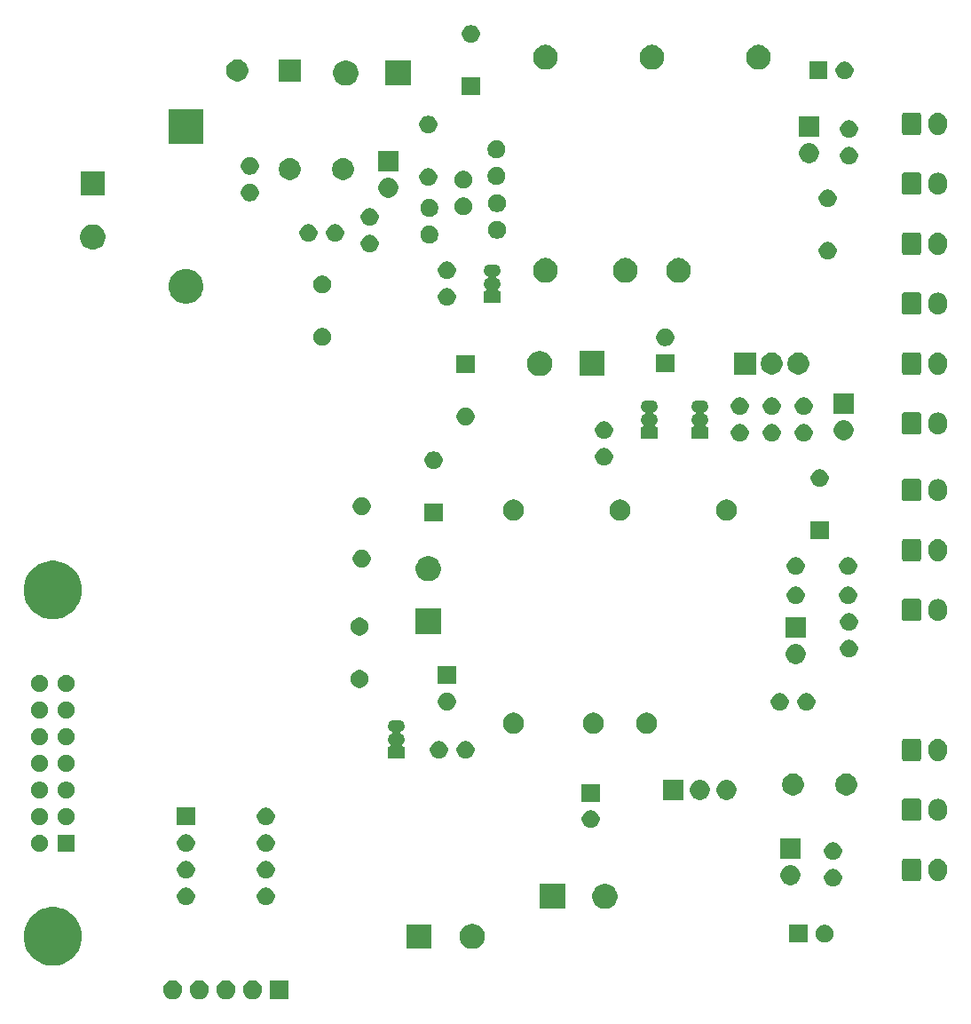
<source format=gbs>
G04 #@! TF.GenerationSoftware,KiCad,Pcbnew,(5.1.5)-3*
G04 #@! TF.CreationDate,2020-01-30T13:27:47-05:00*
G04 #@! TF.ProjectId,psu-pcb,7073752d-7063-4622-9e6b-696361645f70,rev?*
G04 #@! TF.SameCoordinates,Original*
G04 #@! TF.FileFunction,Soldermask,Bot*
G04 #@! TF.FilePolarity,Negative*
%FSLAX46Y46*%
G04 Gerber Fmt 4.6, Leading zero omitted, Abs format (unit mm)*
G04 Created by KiCad (PCBNEW (5.1.5)-3) date 2020-01-30 13:27:47*
%MOMM*%
%LPD*%
G04 APERTURE LIST*
%ADD10C,0.100000*%
G04 APERTURE END LIST*
D10*
G36*
X49161000Y-113931000D02*
G01*
X47359000Y-113931000D01*
X47359000Y-112129000D01*
X49161000Y-112129000D01*
X49161000Y-113931000D01*
G37*
G36*
X45833512Y-112133927D02*
G01*
X45982812Y-112163624D01*
X46146784Y-112231544D01*
X46294354Y-112330147D01*
X46419853Y-112455646D01*
X46518456Y-112603216D01*
X46586376Y-112767188D01*
X46621000Y-112941259D01*
X46621000Y-113118741D01*
X46586376Y-113292812D01*
X46518456Y-113456784D01*
X46419853Y-113604354D01*
X46294354Y-113729853D01*
X46146784Y-113828456D01*
X45982812Y-113896376D01*
X45833512Y-113926073D01*
X45808742Y-113931000D01*
X45631258Y-113931000D01*
X45606488Y-113926073D01*
X45457188Y-113896376D01*
X45293216Y-113828456D01*
X45145646Y-113729853D01*
X45020147Y-113604354D01*
X44921544Y-113456784D01*
X44853624Y-113292812D01*
X44819000Y-113118741D01*
X44819000Y-112941259D01*
X44853624Y-112767188D01*
X44921544Y-112603216D01*
X45020147Y-112455646D01*
X45145646Y-112330147D01*
X45293216Y-112231544D01*
X45457188Y-112163624D01*
X45606488Y-112133927D01*
X45631258Y-112129000D01*
X45808742Y-112129000D01*
X45833512Y-112133927D01*
G37*
G36*
X38213512Y-112133927D02*
G01*
X38362812Y-112163624D01*
X38526784Y-112231544D01*
X38674354Y-112330147D01*
X38799853Y-112455646D01*
X38898456Y-112603216D01*
X38966376Y-112767188D01*
X39001000Y-112941259D01*
X39001000Y-113118741D01*
X38966376Y-113292812D01*
X38898456Y-113456784D01*
X38799853Y-113604354D01*
X38674354Y-113729853D01*
X38526784Y-113828456D01*
X38362812Y-113896376D01*
X38213512Y-113926073D01*
X38188742Y-113931000D01*
X38011258Y-113931000D01*
X37986488Y-113926073D01*
X37837188Y-113896376D01*
X37673216Y-113828456D01*
X37525646Y-113729853D01*
X37400147Y-113604354D01*
X37301544Y-113456784D01*
X37233624Y-113292812D01*
X37199000Y-113118741D01*
X37199000Y-112941259D01*
X37233624Y-112767188D01*
X37301544Y-112603216D01*
X37400147Y-112455646D01*
X37525646Y-112330147D01*
X37673216Y-112231544D01*
X37837188Y-112163624D01*
X37986488Y-112133927D01*
X38011258Y-112129000D01*
X38188742Y-112129000D01*
X38213512Y-112133927D01*
G37*
G36*
X43293512Y-112133927D02*
G01*
X43442812Y-112163624D01*
X43606784Y-112231544D01*
X43754354Y-112330147D01*
X43879853Y-112455646D01*
X43978456Y-112603216D01*
X44046376Y-112767188D01*
X44081000Y-112941259D01*
X44081000Y-113118741D01*
X44046376Y-113292812D01*
X43978456Y-113456784D01*
X43879853Y-113604354D01*
X43754354Y-113729853D01*
X43606784Y-113828456D01*
X43442812Y-113896376D01*
X43293512Y-113926073D01*
X43268742Y-113931000D01*
X43091258Y-113931000D01*
X43066488Y-113926073D01*
X42917188Y-113896376D01*
X42753216Y-113828456D01*
X42605646Y-113729853D01*
X42480147Y-113604354D01*
X42381544Y-113456784D01*
X42313624Y-113292812D01*
X42279000Y-113118741D01*
X42279000Y-112941259D01*
X42313624Y-112767188D01*
X42381544Y-112603216D01*
X42480147Y-112455646D01*
X42605646Y-112330147D01*
X42753216Y-112231544D01*
X42917188Y-112163624D01*
X43066488Y-112133927D01*
X43091258Y-112129000D01*
X43268742Y-112129000D01*
X43293512Y-112133927D01*
G37*
G36*
X40753512Y-112133927D02*
G01*
X40902812Y-112163624D01*
X41066784Y-112231544D01*
X41214354Y-112330147D01*
X41339853Y-112455646D01*
X41438456Y-112603216D01*
X41506376Y-112767188D01*
X41541000Y-112941259D01*
X41541000Y-113118741D01*
X41506376Y-113292812D01*
X41438456Y-113456784D01*
X41339853Y-113604354D01*
X41214354Y-113729853D01*
X41066784Y-113828456D01*
X40902812Y-113896376D01*
X40753512Y-113926073D01*
X40728742Y-113931000D01*
X40551258Y-113931000D01*
X40526488Y-113926073D01*
X40377188Y-113896376D01*
X40213216Y-113828456D01*
X40065646Y-113729853D01*
X39940147Y-113604354D01*
X39841544Y-113456784D01*
X39773624Y-113292812D01*
X39739000Y-113118741D01*
X39739000Y-112941259D01*
X39773624Y-112767188D01*
X39841544Y-112603216D01*
X39940147Y-112455646D01*
X40065646Y-112330147D01*
X40213216Y-112231544D01*
X40377188Y-112163624D01*
X40526488Y-112133927D01*
X40551258Y-112129000D01*
X40728742Y-112129000D01*
X40753512Y-112133927D01*
G37*
G36*
X27121431Y-105204312D02*
G01*
X27481188Y-105275872D01*
X27638420Y-105341000D01*
X27987296Y-105485509D01*
X27987297Y-105485510D01*
X28442784Y-105789856D01*
X28830144Y-106177216D01*
X29033502Y-106481563D01*
X29134491Y-106632704D01*
X29201780Y-106795154D01*
X29344128Y-107138812D01*
X29451000Y-107676095D01*
X29451000Y-108223905D01*
X29353198Y-108715592D01*
X29344128Y-108761187D01*
X29134491Y-109267296D01*
X29134490Y-109267297D01*
X28830144Y-109722784D01*
X28442784Y-110110144D01*
X28138437Y-110313502D01*
X27987296Y-110414491D01*
X27690825Y-110537293D01*
X27481188Y-110624128D01*
X27212546Y-110677564D01*
X26943906Y-110731000D01*
X26396094Y-110731000D01*
X26127454Y-110677564D01*
X25858812Y-110624128D01*
X25649175Y-110537293D01*
X25352704Y-110414491D01*
X25201563Y-110313502D01*
X24897216Y-110110144D01*
X24509856Y-109722784D01*
X24205510Y-109267297D01*
X24205509Y-109267296D01*
X23995872Y-108761187D01*
X23986803Y-108715592D01*
X23889000Y-108223905D01*
X23889000Y-107676095D01*
X23995872Y-107138812D01*
X24138220Y-106795154D01*
X24205509Y-106632704D01*
X24306498Y-106481563D01*
X24509856Y-106177216D01*
X24897216Y-105789856D01*
X25352703Y-105485510D01*
X25352704Y-105485509D01*
X25701580Y-105341000D01*
X25858812Y-105275872D01*
X26218569Y-105204312D01*
X26396094Y-105169000D01*
X26943906Y-105169000D01*
X27121431Y-105204312D01*
G37*
G36*
X67025318Y-106795153D02*
G01*
X67243885Y-106885687D01*
X67243887Y-106885688D01*
X67440593Y-107017122D01*
X67607878Y-107184407D01*
X67680370Y-107292900D01*
X67739313Y-107381115D01*
X67829847Y-107599682D01*
X67876000Y-107831710D01*
X67876000Y-108068290D01*
X67829847Y-108300318D01*
X67806362Y-108357015D01*
X67739312Y-108518887D01*
X67607878Y-108715593D01*
X67440593Y-108882878D01*
X67243887Y-109014312D01*
X67243886Y-109014313D01*
X67243885Y-109014313D01*
X67025318Y-109104847D01*
X66793290Y-109151000D01*
X66556710Y-109151000D01*
X66324682Y-109104847D01*
X66106115Y-109014313D01*
X66106114Y-109014313D01*
X66106113Y-109014312D01*
X65909407Y-108882878D01*
X65742122Y-108715593D01*
X65610688Y-108518887D01*
X65543638Y-108357015D01*
X65520153Y-108300318D01*
X65474000Y-108068290D01*
X65474000Y-107831710D01*
X65520153Y-107599682D01*
X65610687Y-107381115D01*
X65669630Y-107292900D01*
X65742122Y-107184407D01*
X65909407Y-107017122D01*
X66106113Y-106885688D01*
X66106115Y-106885687D01*
X66324682Y-106795153D01*
X66556710Y-106749000D01*
X66793290Y-106749000D01*
X67025318Y-106795153D01*
G37*
G36*
X62746000Y-109101000D02*
G01*
X60444000Y-109101000D01*
X60444000Y-106799000D01*
X62746000Y-106799000D01*
X62746000Y-109101000D01*
G37*
G36*
X100538228Y-106877703D02*
G01*
X100693100Y-106941853D01*
X100832481Y-107034985D01*
X100951015Y-107153519D01*
X101044147Y-107292900D01*
X101108297Y-107447772D01*
X101141000Y-107612184D01*
X101141000Y-107779816D01*
X101108297Y-107944228D01*
X101044147Y-108099100D01*
X100951015Y-108238481D01*
X100832481Y-108357015D01*
X100693100Y-108450147D01*
X100538228Y-108514297D01*
X100373816Y-108547000D01*
X100206184Y-108547000D01*
X100041772Y-108514297D01*
X99886900Y-108450147D01*
X99747519Y-108357015D01*
X99628985Y-108238481D01*
X99535853Y-108099100D01*
X99471703Y-107944228D01*
X99439000Y-107779816D01*
X99439000Y-107612184D01*
X99471703Y-107447772D01*
X99535853Y-107292900D01*
X99628985Y-107153519D01*
X99747519Y-107034985D01*
X99886900Y-106941853D01*
X100041772Y-106877703D01*
X100206184Y-106845000D01*
X100373816Y-106845000D01*
X100538228Y-106877703D01*
G37*
G36*
X98641000Y-108547000D02*
G01*
X96939000Y-108547000D01*
X96939000Y-106845000D01*
X98641000Y-106845000D01*
X98641000Y-108547000D01*
G37*
G36*
X75536000Y-105341000D02*
G01*
X73134000Y-105341000D01*
X73134000Y-102939000D01*
X75536000Y-102939000D01*
X75536000Y-105341000D01*
G37*
G36*
X79685318Y-102985153D02*
G01*
X79863599Y-103059000D01*
X79903887Y-103075688D01*
X80100593Y-103207122D01*
X80267878Y-103374407D01*
X80337754Y-103478985D01*
X80399313Y-103571115D01*
X80489847Y-103789682D01*
X80536000Y-104021710D01*
X80536000Y-104258290D01*
X80489847Y-104490318D01*
X80410250Y-104682480D01*
X80399312Y-104708887D01*
X80267878Y-104905593D01*
X80100593Y-105072878D01*
X79903887Y-105204312D01*
X79903886Y-105204313D01*
X79903885Y-105204313D01*
X79685318Y-105294847D01*
X79453290Y-105341000D01*
X79216710Y-105341000D01*
X78984682Y-105294847D01*
X78766115Y-105204313D01*
X78766114Y-105204313D01*
X78766113Y-105204312D01*
X78569407Y-105072878D01*
X78402122Y-104905593D01*
X78270688Y-104708887D01*
X78259750Y-104682480D01*
X78180153Y-104490318D01*
X78134000Y-104258290D01*
X78134000Y-104021710D01*
X78180153Y-103789682D01*
X78270687Y-103571115D01*
X78332246Y-103478985D01*
X78402122Y-103374407D01*
X78569407Y-103207122D01*
X78766113Y-103075688D01*
X78806401Y-103059000D01*
X78984682Y-102985153D01*
X79216710Y-102939000D01*
X79453290Y-102939000D01*
X79685318Y-102985153D01*
G37*
G36*
X39618228Y-103321703D02*
G01*
X39773100Y-103385853D01*
X39912481Y-103478985D01*
X40031015Y-103597519D01*
X40124147Y-103736900D01*
X40188297Y-103891772D01*
X40221000Y-104056184D01*
X40221000Y-104223816D01*
X40188297Y-104388228D01*
X40124147Y-104543100D01*
X40031015Y-104682481D01*
X39912481Y-104801015D01*
X39773100Y-104894147D01*
X39618228Y-104958297D01*
X39453816Y-104991000D01*
X39286184Y-104991000D01*
X39121772Y-104958297D01*
X38966900Y-104894147D01*
X38827519Y-104801015D01*
X38708985Y-104682481D01*
X38615853Y-104543100D01*
X38551703Y-104388228D01*
X38519000Y-104223816D01*
X38519000Y-104056184D01*
X38551703Y-103891772D01*
X38615853Y-103736900D01*
X38708985Y-103597519D01*
X38827519Y-103478985D01*
X38966900Y-103385853D01*
X39121772Y-103321703D01*
X39286184Y-103289000D01*
X39453816Y-103289000D01*
X39618228Y-103321703D01*
G37*
G36*
X47238228Y-103321703D02*
G01*
X47393100Y-103385853D01*
X47532481Y-103478985D01*
X47651015Y-103597519D01*
X47744147Y-103736900D01*
X47808297Y-103891772D01*
X47841000Y-104056184D01*
X47841000Y-104223816D01*
X47808297Y-104388228D01*
X47744147Y-104543100D01*
X47651015Y-104682481D01*
X47532481Y-104801015D01*
X47393100Y-104894147D01*
X47238228Y-104958297D01*
X47073816Y-104991000D01*
X46906184Y-104991000D01*
X46741772Y-104958297D01*
X46586900Y-104894147D01*
X46447519Y-104801015D01*
X46328985Y-104682481D01*
X46235853Y-104543100D01*
X46171703Y-104388228D01*
X46139000Y-104223816D01*
X46139000Y-104056184D01*
X46171703Y-103891772D01*
X46235853Y-103736900D01*
X46328985Y-103597519D01*
X46447519Y-103478985D01*
X46586900Y-103385853D01*
X46741772Y-103321703D01*
X46906184Y-103289000D01*
X47073816Y-103289000D01*
X47238228Y-103321703D01*
G37*
G36*
X101340228Y-101543703D02*
G01*
X101495100Y-101607853D01*
X101634481Y-101700985D01*
X101753015Y-101819519D01*
X101846147Y-101958900D01*
X101910297Y-102113772D01*
X101943000Y-102278184D01*
X101943000Y-102445816D01*
X101910297Y-102610228D01*
X101846147Y-102765100D01*
X101753015Y-102904481D01*
X101634481Y-103023015D01*
X101495100Y-103116147D01*
X101340228Y-103180297D01*
X101175816Y-103213000D01*
X101008184Y-103213000D01*
X100843772Y-103180297D01*
X100688900Y-103116147D01*
X100549519Y-103023015D01*
X100430985Y-102904481D01*
X100337853Y-102765100D01*
X100273703Y-102610228D01*
X100241000Y-102445816D01*
X100241000Y-102278184D01*
X100273703Y-102113772D01*
X100337853Y-101958900D01*
X100430985Y-101819519D01*
X100549519Y-101700985D01*
X100688900Y-101607853D01*
X100843772Y-101543703D01*
X101008184Y-101511000D01*
X101175816Y-101511000D01*
X101340228Y-101543703D01*
G37*
G36*
X97305395Y-101193546D02*
G01*
X97478466Y-101265234D01*
X97490651Y-101273376D01*
X97634227Y-101369310D01*
X97766690Y-101501773D01*
X97794708Y-101543705D01*
X97870766Y-101657534D01*
X97942454Y-101830605D01*
X97979000Y-102014333D01*
X97979000Y-102201667D01*
X97942454Y-102385395D01*
X97870766Y-102558466D01*
X97852073Y-102586442D01*
X97766690Y-102714227D01*
X97634227Y-102846690D01*
X97555818Y-102899081D01*
X97478466Y-102950766D01*
X97305395Y-103022454D01*
X97121667Y-103059000D01*
X96934333Y-103059000D01*
X96750605Y-103022454D01*
X96577534Y-102950766D01*
X96500182Y-102899081D01*
X96421773Y-102846690D01*
X96289310Y-102714227D01*
X96203927Y-102586442D01*
X96185234Y-102558466D01*
X96113546Y-102385395D01*
X96077000Y-102201667D01*
X96077000Y-102014333D01*
X96113546Y-101830605D01*
X96185234Y-101657534D01*
X96261292Y-101543705D01*
X96289310Y-101501773D01*
X96421773Y-101369310D01*
X96565349Y-101273376D01*
X96577534Y-101265234D01*
X96750605Y-101193546D01*
X96934333Y-101157000D01*
X97121667Y-101157000D01*
X97305395Y-101193546D01*
G37*
G36*
X111261626Y-100562037D02*
G01*
X111431465Y-100613557D01*
X111431467Y-100613558D01*
X111587989Y-100697221D01*
X111725186Y-100809814D01*
X111808448Y-100911271D01*
X111837778Y-100947009D01*
X111921443Y-101103534D01*
X111972963Y-101273373D01*
X111986000Y-101405742D01*
X111986000Y-101794257D01*
X111972963Y-101926626D01*
X111921443Y-102096466D01*
X111837778Y-102252991D01*
X111808448Y-102288729D01*
X111725186Y-102390186D01*
X111630250Y-102468097D01*
X111587991Y-102502778D01*
X111431466Y-102586443D01*
X111261627Y-102637963D01*
X111085000Y-102655359D01*
X110908374Y-102637963D01*
X110738535Y-102586443D01*
X110582010Y-102502778D01*
X110444815Y-102390185D01*
X110332222Y-102252991D01*
X110248557Y-102096466D01*
X110197037Y-101926627D01*
X110184000Y-101794258D01*
X110184000Y-101405743D01*
X110197037Y-101273374D01*
X110248557Y-101103535D01*
X110332222Y-100947010D01*
X110338808Y-100938985D01*
X110444814Y-100809814D01*
X110546271Y-100726552D01*
X110582009Y-100697222D01*
X110738534Y-100613557D01*
X110908373Y-100562037D01*
X111085000Y-100544641D01*
X111261626Y-100562037D01*
G37*
G36*
X109343600Y-100552989D02*
G01*
X109376652Y-100563015D01*
X109407103Y-100579292D01*
X109433799Y-100601201D01*
X109455708Y-100627897D01*
X109471985Y-100658348D01*
X109482011Y-100691400D01*
X109486000Y-100731903D01*
X109486000Y-102468097D01*
X109482011Y-102508600D01*
X109471985Y-102541652D01*
X109455708Y-102572103D01*
X109433799Y-102598799D01*
X109407103Y-102620708D01*
X109376652Y-102636985D01*
X109343600Y-102647011D01*
X109303097Y-102651000D01*
X107866903Y-102651000D01*
X107826400Y-102647011D01*
X107793348Y-102636985D01*
X107762897Y-102620708D01*
X107736201Y-102598799D01*
X107714292Y-102572103D01*
X107698015Y-102541652D01*
X107687989Y-102508600D01*
X107684000Y-102468097D01*
X107684000Y-100731903D01*
X107687989Y-100691400D01*
X107698015Y-100658348D01*
X107714292Y-100627897D01*
X107736201Y-100601201D01*
X107762897Y-100579292D01*
X107793348Y-100563015D01*
X107826400Y-100552989D01*
X107866903Y-100549000D01*
X109303097Y-100549000D01*
X109343600Y-100552989D01*
G37*
G36*
X47238228Y-100781703D02*
G01*
X47393100Y-100845853D01*
X47532481Y-100938985D01*
X47651015Y-101057519D01*
X47744147Y-101196900D01*
X47808297Y-101351772D01*
X47841000Y-101516184D01*
X47841000Y-101683816D01*
X47808297Y-101848228D01*
X47744147Y-102003100D01*
X47651015Y-102142481D01*
X47532481Y-102261015D01*
X47393100Y-102354147D01*
X47238228Y-102418297D01*
X47073816Y-102451000D01*
X46906184Y-102451000D01*
X46741772Y-102418297D01*
X46586900Y-102354147D01*
X46447519Y-102261015D01*
X46328985Y-102142481D01*
X46235853Y-102003100D01*
X46171703Y-101848228D01*
X46139000Y-101683816D01*
X46139000Y-101516184D01*
X46171703Y-101351772D01*
X46235853Y-101196900D01*
X46328985Y-101057519D01*
X46447519Y-100938985D01*
X46586900Y-100845853D01*
X46741772Y-100781703D01*
X46906184Y-100749000D01*
X47073816Y-100749000D01*
X47238228Y-100781703D01*
G37*
G36*
X39618228Y-100781703D02*
G01*
X39773100Y-100845853D01*
X39912481Y-100938985D01*
X40031015Y-101057519D01*
X40124147Y-101196900D01*
X40188297Y-101351772D01*
X40221000Y-101516184D01*
X40221000Y-101683816D01*
X40188297Y-101848228D01*
X40124147Y-102003100D01*
X40031015Y-102142481D01*
X39912481Y-102261015D01*
X39773100Y-102354147D01*
X39618228Y-102418297D01*
X39453816Y-102451000D01*
X39286184Y-102451000D01*
X39121772Y-102418297D01*
X38966900Y-102354147D01*
X38827519Y-102261015D01*
X38708985Y-102142481D01*
X38615853Y-102003100D01*
X38551703Y-101848228D01*
X38519000Y-101683816D01*
X38519000Y-101516184D01*
X38551703Y-101351772D01*
X38615853Y-101196900D01*
X38708985Y-101057519D01*
X38827519Y-100938985D01*
X38966900Y-100845853D01*
X39121772Y-100781703D01*
X39286184Y-100749000D01*
X39453816Y-100749000D01*
X39618228Y-100781703D01*
G37*
G36*
X101340228Y-99003703D02*
G01*
X101495100Y-99067853D01*
X101634481Y-99160985D01*
X101753015Y-99279519D01*
X101846147Y-99418900D01*
X101910297Y-99573772D01*
X101943000Y-99738184D01*
X101943000Y-99905816D01*
X101910297Y-100070228D01*
X101846147Y-100225100D01*
X101753015Y-100364481D01*
X101634481Y-100483015D01*
X101495100Y-100576147D01*
X101340228Y-100640297D01*
X101175816Y-100673000D01*
X101008184Y-100673000D01*
X100843772Y-100640297D01*
X100688900Y-100576147D01*
X100549519Y-100483015D01*
X100430985Y-100364481D01*
X100337853Y-100225100D01*
X100273703Y-100070228D01*
X100241000Y-99905816D01*
X100241000Y-99738184D01*
X100273703Y-99573772D01*
X100337853Y-99418900D01*
X100430985Y-99279519D01*
X100549519Y-99160985D01*
X100688900Y-99067853D01*
X100843772Y-99003703D01*
X101008184Y-98971000D01*
X101175816Y-98971000D01*
X101340228Y-99003703D01*
G37*
G36*
X97979000Y-100519000D02*
G01*
X96077000Y-100519000D01*
X96077000Y-98617000D01*
X97979000Y-98617000D01*
X97979000Y-100519000D01*
G37*
G36*
X47238228Y-98241703D02*
G01*
X47393100Y-98305853D01*
X47532481Y-98398985D01*
X47651015Y-98517519D01*
X47744147Y-98656900D01*
X47808297Y-98811772D01*
X47841000Y-98976184D01*
X47841000Y-99143816D01*
X47808297Y-99308228D01*
X47744147Y-99463100D01*
X47651015Y-99602481D01*
X47532481Y-99721015D01*
X47393100Y-99814147D01*
X47238228Y-99878297D01*
X47073816Y-99911000D01*
X46906184Y-99911000D01*
X46741772Y-99878297D01*
X46586900Y-99814147D01*
X46447519Y-99721015D01*
X46328985Y-99602481D01*
X46235853Y-99463100D01*
X46171703Y-99308228D01*
X46139000Y-99143816D01*
X46139000Y-98976184D01*
X46171703Y-98811772D01*
X46235853Y-98656900D01*
X46328985Y-98517519D01*
X46447519Y-98398985D01*
X46586900Y-98305853D01*
X46741772Y-98241703D01*
X46906184Y-98209000D01*
X47073816Y-98209000D01*
X47238228Y-98241703D01*
G37*
G36*
X39618228Y-98241703D02*
G01*
X39773100Y-98305853D01*
X39912481Y-98398985D01*
X40031015Y-98517519D01*
X40124147Y-98656900D01*
X40188297Y-98811772D01*
X40221000Y-98976184D01*
X40221000Y-99143816D01*
X40188297Y-99308228D01*
X40124147Y-99463100D01*
X40031015Y-99602481D01*
X39912481Y-99721015D01*
X39773100Y-99814147D01*
X39618228Y-99878297D01*
X39453816Y-99911000D01*
X39286184Y-99911000D01*
X39121772Y-99878297D01*
X38966900Y-99814147D01*
X38827519Y-99721015D01*
X38708985Y-99602481D01*
X38615853Y-99463100D01*
X38551703Y-99308228D01*
X38519000Y-99143816D01*
X38519000Y-98976184D01*
X38551703Y-98811772D01*
X38615853Y-98656900D01*
X38708985Y-98517519D01*
X38827519Y-98398985D01*
X38966900Y-98305853D01*
X39121772Y-98241703D01*
X39286184Y-98209000D01*
X39453816Y-98209000D01*
X39618228Y-98241703D01*
G37*
G36*
X25636560Y-98280166D02*
G01*
X25784153Y-98341301D01*
X25870483Y-98398985D01*
X25916982Y-98430055D01*
X26029945Y-98543018D01*
X26118700Y-98675849D01*
X26179834Y-98823440D01*
X26211000Y-98980122D01*
X26211000Y-99139878D01*
X26183224Y-99279519D01*
X26179834Y-99296560D01*
X26118699Y-99444153D01*
X26029945Y-99576982D01*
X25916982Y-99689945D01*
X25784153Y-99778699D01*
X25784152Y-99778700D01*
X25784151Y-99778700D01*
X25636560Y-99839834D01*
X25479878Y-99871000D01*
X25320122Y-99871000D01*
X25163440Y-99839834D01*
X25015849Y-99778700D01*
X25015848Y-99778700D01*
X25015847Y-99778699D01*
X24883018Y-99689945D01*
X24770055Y-99576982D01*
X24681301Y-99444153D01*
X24620166Y-99296560D01*
X24616776Y-99279519D01*
X24589000Y-99139878D01*
X24589000Y-98980122D01*
X24620166Y-98823440D01*
X24681300Y-98675849D01*
X24770055Y-98543018D01*
X24883018Y-98430055D01*
X24929517Y-98398985D01*
X25015847Y-98341301D01*
X25163440Y-98280166D01*
X25320122Y-98249000D01*
X25479878Y-98249000D01*
X25636560Y-98280166D01*
G37*
G36*
X28751000Y-99871000D02*
G01*
X27129000Y-99871000D01*
X27129000Y-98249000D01*
X28751000Y-98249000D01*
X28751000Y-99871000D01*
G37*
G36*
X78226228Y-95955703D02*
G01*
X78381100Y-96019853D01*
X78520481Y-96112985D01*
X78639015Y-96231519D01*
X78732147Y-96370900D01*
X78796297Y-96525772D01*
X78829000Y-96690184D01*
X78829000Y-96857816D01*
X78796297Y-97022228D01*
X78732147Y-97177100D01*
X78639015Y-97316481D01*
X78520481Y-97435015D01*
X78381100Y-97528147D01*
X78226228Y-97592297D01*
X78061816Y-97625000D01*
X77894184Y-97625000D01*
X77729772Y-97592297D01*
X77574900Y-97528147D01*
X77435519Y-97435015D01*
X77316985Y-97316481D01*
X77223853Y-97177100D01*
X77159703Y-97022228D01*
X77127000Y-96857816D01*
X77127000Y-96690184D01*
X77159703Y-96525772D01*
X77223853Y-96370900D01*
X77316985Y-96231519D01*
X77435519Y-96112985D01*
X77574900Y-96019853D01*
X77729772Y-95955703D01*
X77894184Y-95923000D01*
X78061816Y-95923000D01*
X78226228Y-95955703D01*
G37*
G36*
X47238228Y-95701703D02*
G01*
X47393100Y-95765853D01*
X47532481Y-95858985D01*
X47651015Y-95977519D01*
X47744147Y-96116900D01*
X47808297Y-96271772D01*
X47841000Y-96436184D01*
X47841000Y-96603816D01*
X47808297Y-96768228D01*
X47744147Y-96923100D01*
X47651015Y-97062481D01*
X47532481Y-97181015D01*
X47393100Y-97274147D01*
X47238228Y-97338297D01*
X47073816Y-97371000D01*
X46906184Y-97371000D01*
X46741772Y-97338297D01*
X46586900Y-97274147D01*
X46447519Y-97181015D01*
X46328985Y-97062481D01*
X46235853Y-96923100D01*
X46171703Y-96768228D01*
X46139000Y-96603816D01*
X46139000Y-96436184D01*
X46171703Y-96271772D01*
X46235853Y-96116900D01*
X46328985Y-95977519D01*
X46447519Y-95858985D01*
X46586900Y-95765853D01*
X46741772Y-95701703D01*
X46906184Y-95669000D01*
X47073816Y-95669000D01*
X47238228Y-95701703D01*
G37*
G36*
X40221000Y-97371000D02*
G01*
X38519000Y-97371000D01*
X38519000Y-95669000D01*
X40221000Y-95669000D01*
X40221000Y-97371000D01*
G37*
G36*
X25636560Y-95740166D02*
G01*
X25784153Y-95801301D01*
X25916982Y-95890055D01*
X26029945Y-96003018D01*
X26080889Y-96079260D01*
X26118700Y-96135849D01*
X26179834Y-96283440D01*
X26211000Y-96440122D01*
X26211000Y-96599878D01*
X26179834Y-96756560D01*
X26137893Y-96857816D01*
X26118699Y-96904153D01*
X26029945Y-97036982D01*
X25916982Y-97149945D01*
X25784153Y-97238699D01*
X25784152Y-97238700D01*
X25784151Y-97238700D01*
X25636560Y-97299834D01*
X25479878Y-97331000D01*
X25320122Y-97331000D01*
X25163440Y-97299834D01*
X25015849Y-97238700D01*
X25015848Y-97238700D01*
X25015847Y-97238699D01*
X24883018Y-97149945D01*
X24770055Y-97036982D01*
X24681301Y-96904153D01*
X24662108Y-96857816D01*
X24620166Y-96756560D01*
X24589000Y-96599878D01*
X24589000Y-96440122D01*
X24620166Y-96283440D01*
X24681300Y-96135849D01*
X24719112Y-96079260D01*
X24770055Y-96003018D01*
X24883018Y-95890055D01*
X25015847Y-95801301D01*
X25163440Y-95740166D01*
X25320122Y-95709000D01*
X25479878Y-95709000D01*
X25636560Y-95740166D01*
G37*
G36*
X28176560Y-95740166D02*
G01*
X28324153Y-95801301D01*
X28456982Y-95890055D01*
X28569945Y-96003018D01*
X28620889Y-96079260D01*
X28658700Y-96135849D01*
X28719834Y-96283440D01*
X28751000Y-96440122D01*
X28751000Y-96599878D01*
X28719834Y-96756560D01*
X28677893Y-96857816D01*
X28658699Y-96904153D01*
X28569945Y-97036982D01*
X28456982Y-97149945D01*
X28324153Y-97238699D01*
X28324152Y-97238700D01*
X28324151Y-97238700D01*
X28176560Y-97299834D01*
X28019878Y-97331000D01*
X27860122Y-97331000D01*
X27703440Y-97299834D01*
X27555849Y-97238700D01*
X27555848Y-97238700D01*
X27555847Y-97238699D01*
X27423018Y-97149945D01*
X27310055Y-97036982D01*
X27221301Y-96904153D01*
X27202108Y-96857816D01*
X27160166Y-96756560D01*
X27129000Y-96599878D01*
X27129000Y-96440122D01*
X27160166Y-96283440D01*
X27221300Y-96135849D01*
X27259112Y-96079260D01*
X27310055Y-96003018D01*
X27423018Y-95890055D01*
X27555847Y-95801301D01*
X27703440Y-95740166D01*
X27860122Y-95709000D01*
X28019878Y-95709000D01*
X28176560Y-95740166D01*
G37*
G36*
X111261626Y-94847037D02*
G01*
X111431465Y-94898557D01*
X111431467Y-94898558D01*
X111587989Y-94982221D01*
X111725186Y-95094814D01*
X111808448Y-95196271D01*
X111837778Y-95232009D01*
X111921443Y-95388534D01*
X111972963Y-95558373D01*
X111986000Y-95690742D01*
X111986000Y-96079257D01*
X111972963Y-96211626D01*
X111921443Y-96381466D01*
X111837778Y-96537991D01*
X111808448Y-96573729D01*
X111725186Y-96675186D01*
X111630250Y-96753097D01*
X111587991Y-96787778D01*
X111431466Y-96871443D01*
X111261627Y-96922963D01*
X111085000Y-96940359D01*
X110908374Y-96922963D01*
X110738535Y-96871443D01*
X110582010Y-96787778D01*
X110444815Y-96675185D01*
X110332222Y-96537991D01*
X110248557Y-96381466D01*
X110197037Y-96211627D01*
X110184000Y-96079258D01*
X110184000Y-95690743D01*
X110197037Y-95558374D01*
X110248557Y-95388535D01*
X110332222Y-95232010D01*
X110332223Y-95232009D01*
X110444814Y-95094814D01*
X110546271Y-95011552D01*
X110582009Y-94982222D01*
X110738534Y-94898557D01*
X110908373Y-94847037D01*
X111085000Y-94829641D01*
X111261626Y-94847037D01*
G37*
G36*
X109343600Y-94837989D02*
G01*
X109376652Y-94848015D01*
X109407103Y-94864292D01*
X109433799Y-94886201D01*
X109455708Y-94912897D01*
X109471985Y-94943348D01*
X109482011Y-94976400D01*
X109486000Y-95016903D01*
X109486000Y-96753097D01*
X109482011Y-96793600D01*
X109471985Y-96826652D01*
X109455708Y-96857103D01*
X109433799Y-96883799D01*
X109407103Y-96905708D01*
X109376652Y-96921985D01*
X109343600Y-96932011D01*
X109303097Y-96936000D01*
X107866903Y-96936000D01*
X107826400Y-96932011D01*
X107793348Y-96921985D01*
X107762897Y-96905708D01*
X107736201Y-96883799D01*
X107714292Y-96857103D01*
X107698015Y-96826652D01*
X107687989Y-96793600D01*
X107684000Y-96753097D01*
X107684000Y-95016903D01*
X107687989Y-94976400D01*
X107698015Y-94943348D01*
X107714292Y-94912897D01*
X107736201Y-94886201D01*
X107762897Y-94864292D01*
X107793348Y-94848015D01*
X107826400Y-94837989D01*
X107866903Y-94834000D01*
X109303097Y-94834000D01*
X109343600Y-94837989D01*
G37*
G36*
X78829000Y-95125000D02*
G01*
X77127000Y-95125000D01*
X77127000Y-93423000D01*
X78829000Y-93423000D01*
X78829000Y-95125000D01*
G37*
G36*
X91209395Y-93065546D02*
G01*
X91382466Y-93137234D01*
X91424673Y-93165436D01*
X91538227Y-93241310D01*
X91670690Y-93373773D01*
X91670691Y-93373775D01*
X91774766Y-93529534D01*
X91846454Y-93702605D01*
X91883000Y-93886333D01*
X91883000Y-94073667D01*
X91846454Y-94257395D01*
X91774766Y-94430466D01*
X91774765Y-94430467D01*
X91670690Y-94586227D01*
X91538227Y-94718690D01*
X91476650Y-94759834D01*
X91382466Y-94822766D01*
X91209395Y-94894454D01*
X91025667Y-94931000D01*
X90838333Y-94931000D01*
X90654605Y-94894454D01*
X90481534Y-94822766D01*
X90387350Y-94759834D01*
X90325773Y-94718690D01*
X90193310Y-94586227D01*
X90089235Y-94430467D01*
X90089234Y-94430466D01*
X90017546Y-94257395D01*
X89981000Y-94073667D01*
X89981000Y-93886333D01*
X90017546Y-93702605D01*
X90089234Y-93529534D01*
X90193309Y-93373775D01*
X90193310Y-93373773D01*
X90325773Y-93241310D01*
X90439327Y-93165436D01*
X90481534Y-93137234D01*
X90654605Y-93065546D01*
X90838333Y-93029000D01*
X91025667Y-93029000D01*
X91209395Y-93065546D01*
G37*
G36*
X86803000Y-94931000D02*
G01*
X84901000Y-94931000D01*
X84901000Y-93029000D01*
X86803000Y-93029000D01*
X86803000Y-94931000D01*
G37*
G36*
X88669395Y-93065546D02*
G01*
X88842466Y-93137234D01*
X88884673Y-93165436D01*
X88998227Y-93241310D01*
X89130690Y-93373773D01*
X89130691Y-93373775D01*
X89234766Y-93529534D01*
X89306454Y-93702605D01*
X89343000Y-93886333D01*
X89343000Y-94073667D01*
X89306454Y-94257395D01*
X89234766Y-94430466D01*
X89234765Y-94430467D01*
X89130690Y-94586227D01*
X88998227Y-94718690D01*
X88936650Y-94759834D01*
X88842466Y-94822766D01*
X88669395Y-94894454D01*
X88485667Y-94931000D01*
X88298333Y-94931000D01*
X88114605Y-94894454D01*
X87941534Y-94822766D01*
X87847350Y-94759834D01*
X87785773Y-94718690D01*
X87653310Y-94586227D01*
X87549235Y-94430467D01*
X87549234Y-94430466D01*
X87477546Y-94257395D01*
X87441000Y-94073667D01*
X87441000Y-93886333D01*
X87477546Y-93702605D01*
X87549234Y-93529534D01*
X87653309Y-93373775D01*
X87653310Y-93373773D01*
X87785773Y-93241310D01*
X87899327Y-93165436D01*
X87941534Y-93137234D01*
X88114605Y-93065546D01*
X88298333Y-93029000D01*
X88485667Y-93029000D01*
X88669395Y-93065546D01*
G37*
G36*
X28176560Y-93200166D02*
G01*
X28275891Y-93241310D01*
X28324153Y-93261301D01*
X28456982Y-93350055D01*
X28569945Y-93463018D01*
X28658700Y-93595849D01*
X28719834Y-93743440D01*
X28751000Y-93900122D01*
X28751000Y-94059878D01*
X28748257Y-94073667D01*
X28719834Y-94216560D01*
X28658699Y-94364153D01*
X28569945Y-94496982D01*
X28456982Y-94609945D01*
X28324153Y-94698699D01*
X28324152Y-94698700D01*
X28324151Y-94698700D01*
X28176560Y-94759834D01*
X28019878Y-94791000D01*
X27860122Y-94791000D01*
X27703440Y-94759834D01*
X27555849Y-94698700D01*
X27555848Y-94698700D01*
X27555847Y-94698699D01*
X27423018Y-94609945D01*
X27310055Y-94496982D01*
X27221301Y-94364153D01*
X27160166Y-94216560D01*
X27131743Y-94073667D01*
X27129000Y-94059878D01*
X27129000Y-93900122D01*
X27160166Y-93743440D01*
X27221300Y-93595849D01*
X27310055Y-93463018D01*
X27423018Y-93350055D01*
X27555847Y-93261301D01*
X27604110Y-93241310D01*
X27703440Y-93200166D01*
X27860122Y-93169000D01*
X28019878Y-93169000D01*
X28176560Y-93200166D01*
G37*
G36*
X25636560Y-93200166D02*
G01*
X25735891Y-93241310D01*
X25784153Y-93261301D01*
X25916982Y-93350055D01*
X26029945Y-93463018D01*
X26118700Y-93595849D01*
X26179834Y-93743440D01*
X26211000Y-93900122D01*
X26211000Y-94059878D01*
X26208257Y-94073667D01*
X26179834Y-94216560D01*
X26118699Y-94364153D01*
X26029945Y-94496982D01*
X25916982Y-94609945D01*
X25784153Y-94698699D01*
X25784152Y-94698700D01*
X25784151Y-94698700D01*
X25636560Y-94759834D01*
X25479878Y-94791000D01*
X25320122Y-94791000D01*
X25163440Y-94759834D01*
X25015849Y-94698700D01*
X25015848Y-94698700D01*
X25015847Y-94698699D01*
X24883018Y-94609945D01*
X24770055Y-94496982D01*
X24681301Y-94364153D01*
X24620166Y-94216560D01*
X24591743Y-94073667D01*
X24589000Y-94059878D01*
X24589000Y-93900122D01*
X24620166Y-93743440D01*
X24681300Y-93595849D01*
X24770055Y-93463018D01*
X24883018Y-93350055D01*
X25015847Y-93261301D01*
X25064110Y-93241310D01*
X25163440Y-93200166D01*
X25320122Y-93169000D01*
X25479878Y-93169000D01*
X25636560Y-93200166D01*
G37*
G36*
X102668564Y-92461389D02*
G01*
X102859833Y-92540615D01*
X102859835Y-92540616D01*
X103031973Y-92655635D01*
X103178365Y-92802027D01*
X103293385Y-92974167D01*
X103372611Y-93165436D01*
X103413000Y-93368484D01*
X103413000Y-93575516D01*
X103372611Y-93778564D01*
X103293385Y-93969833D01*
X103293384Y-93969835D01*
X103178365Y-94141973D01*
X103031973Y-94288365D01*
X102859835Y-94403384D01*
X102859834Y-94403385D01*
X102859833Y-94403385D01*
X102668564Y-94482611D01*
X102465516Y-94523000D01*
X102258484Y-94523000D01*
X102055436Y-94482611D01*
X101864167Y-94403385D01*
X101864166Y-94403385D01*
X101864165Y-94403384D01*
X101692027Y-94288365D01*
X101545635Y-94141973D01*
X101430616Y-93969835D01*
X101430615Y-93969833D01*
X101351389Y-93778564D01*
X101311000Y-93575516D01*
X101311000Y-93368484D01*
X101351389Y-93165436D01*
X101430615Y-92974167D01*
X101545635Y-92802027D01*
X101692027Y-92655635D01*
X101864165Y-92540616D01*
X101864167Y-92540615D01*
X102055436Y-92461389D01*
X102258484Y-92421000D01*
X102465516Y-92421000D01*
X102668564Y-92461389D01*
G37*
G36*
X97588564Y-92461389D02*
G01*
X97779833Y-92540615D01*
X97779835Y-92540616D01*
X97951973Y-92655635D01*
X98098365Y-92802027D01*
X98213385Y-92974167D01*
X98292611Y-93165436D01*
X98333000Y-93368484D01*
X98333000Y-93575516D01*
X98292611Y-93778564D01*
X98213385Y-93969833D01*
X98213384Y-93969835D01*
X98098365Y-94141973D01*
X97951973Y-94288365D01*
X97779835Y-94403384D01*
X97779834Y-94403385D01*
X97779833Y-94403385D01*
X97588564Y-94482611D01*
X97385516Y-94523000D01*
X97178484Y-94523000D01*
X96975436Y-94482611D01*
X96784167Y-94403385D01*
X96784166Y-94403385D01*
X96784165Y-94403384D01*
X96612027Y-94288365D01*
X96465635Y-94141973D01*
X96350616Y-93969835D01*
X96350615Y-93969833D01*
X96271389Y-93778564D01*
X96231000Y-93575516D01*
X96231000Y-93368484D01*
X96271389Y-93165436D01*
X96350615Y-92974167D01*
X96465635Y-92802027D01*
X96612027Y-92655635D01*
X96784165Y-92540616D01*
X96784167Y-92540615D01*
X96975436Y-92461389D01*
X97178484Y-92421000D01*
X97385516Y-92421000D01*
X97588564Y-92461389D01*
G37*
G36*
X25636560Y-90660166D02*
G01*
X25762858Y-90712480D01*
X25784153Y-90721301D01*
X25916982Y-90810055D01*
X26029945Y-90923018D01*
X26106839Y-91038097D01*
X26118700Y-91055849D01*
X26128124Y-91078600D01*
X26179834Y-91203440D01*
X26211000Y-91360123D01*
X26211000Y-91519877D01*
X26179834Y-91676560D01*
X26118699Y-91824153D01*
X26029945Y-91956982D01*
X25916982Y-92069945D01*
X25784153Y-92158699D01*
X25784152Y-92158700D01*
X25784151Y-92158700D01*
X25636560Y-92219834D01*
X25479878Y-92251000D01*
X25320122Y-92251000D01*
X25163440Y-92219834D01*
X25015849Y-92158700D01*
X25015848Y-92158700D01*
X25015847Y-92158699D01*
X24883018Y-92069945D01*
X24770055Y-91956982D01*
X24681301Y-91824153D01*
X24620166Y-91676560D01*
X24589000Y-91519877D01*
X24589000Y-91360123D01*
X24620166Y-91203440D01*
X24671876Y-91078600D01*
X24681300Y-91055849D01*
X24693162Y-91038097D01*
X24770055Y-90923018D01*
X24883018Y-90810055D01*
X25015847Y-90721301D01*
X25037143Y-90712480D01*
X25163440Y-90660166D01*
X25320122Y-90629000D01*
X25479878Y-90629000D01*
X25636560Y-90660166D01*
G37*
G36*
X28176560Y-90660166D02*
G01*
X28302858Y-90712480D01*
X28324153Y-90721301D01*
X28456982Y-90810055D01*
X28569945Y-90923018D01*
X28646839Y-91038097D01*
X28658700Y-91055849D01*
X28668124Y-91078600D01*
X28719834Y-91203440D01*
X28751000Y-91360123D01*
X28751000Y-91519877D01*
X28719834Y-91676560D01*
X28658699Y-91824153D01*
X28569945Y-91956982D01*
X28456982Y-92069945D01*
X28324153Y-92158699D01*
X28324152Y-92158700D01*
X28324151Y-92158700D01*
X28176560Y-92219834D01*
X28019878Y-92251000D01*
X27860122Y-92251000D01*
X27703440Y-92219834D01*
X27555849Y-92158700D01*
X27555848Y-92158700D01*
X27555847Y-92158699D01*
X27423018Y-92069945D01*
X27310055Y-91956982D01*
X27221301Y-91824153D01*
X27160166Y-91676560D01*
X27129000Y-91519877D01*
X27129000Y-91360123D01*
X27160166Y-91203440D01*
X27211876Y-91078600D01*
X27221300Y-91055849D01*
X27233162Y-91038097D01*
X27310055Y-90923018D01*
X27423018Y-90810055D01*
X27555847Y-90721301D01*
X27577143Y-90712480D01*
X27703440Y-90660166D01*
X27860122Y-90629000D01*
X28019878Y-90629000D01*
X28176560Y-90660166D01*
G37*
G36*
X111261626Y-89132037D02*
G01*
X111431465Y-89183557D01*
X111431467Y-89183558D01*
X111587989Y-89267221D01*
X111725186Y-89379814D01*
X111803757Y-89475555D01*
X111837778Y-89517009D01*
X111921443Y-89673534D01*
X111972963Y-89843373D01*
X111986000Y-89975742D01*
X111986000Y-90364257D01*
X111972963Y-90496626D01*
X111921443Y-90666466D01*
X111837778Y-90822991D01*
X111808448Y-90858729D01*
X111725186Y-90960186D01*
X111630250Y-91038097D01*
X111587991Y-91072778D01*
X111431466Y-91156443D01*
X111261627Y-91207963D01*
X111085000Y-91225359D01*
X110908374Y-91207963D01*
X110738535Y-91156443D01*
X110582010Y-91072778D01*
X110444815Y-90960185D01*
X110332222Y-90822991D01*
X110248557Y-90666466D01*
X110197037Y-90496627D01*
X110184000Y-90364258D01*
X110184000Y-89975743D01*
X110197037Y-89843374D01*
X110248557Y-89673535D01*
X110253612Y-89664077D01*
X110332221Y-89517011D01*
X110444814Y-89379814D01*
X110561381Y-89284151D01*
X110582009Y-89267222D01*
X110738534Y-89183557D01*
X110908373Y-89132037D01*
X111085000Y-89114641D01*
X111261626Y-89132037D01*
G37*
G36*
X109343600Y-89122989D02*
G01*
X109376652Y-89133015D01*
X109407103Y-89149292D01*
X109433799Y-89171201D01*
X109455708Y-89197897D01*
X109471985Y-89228348D01*
X109482011Y-89261400D01*
X109486000Y-89301903D01*
X109486000Y-91038097D01*
X109482011Y-91078600D01*
X109471985Y-91111652D01*
X109455708Y-91142103D01*
X109433799Y-91168799D01*
X109407103Y-91190708D01*
X109376652Y-91206985D01*
X109343600Y-91217011D01*
X109303097Y-91221000D01*
X107866903Y-91221000D01*
X107826400Y-91217011D01*
X107793348Y-91206985D01*
X107762897Y-91190708D01*
X107736201Y-91168799D01*
X107714292Y-91142103D01*
X107698015Y-91111652D01*
X107687989Y-91078600D01*
X107684000Y-91038097D01*
X107684000Y-89301903D01*
X107687989Y-89261400D01*
X107698015Y-89228348D01*
X107714292Y-89197897D01*
X107736201Y-89171201D01*
X107762897Y-89149292D01*
X107793348Y-89133015D01*
X107826400Y-89122989D01*
X107866903Y-89119000D01*
X109303097Y-89119000D01*
X109343600Y-89122989D01*
G37*
G36*
X63748228Y-89351703D02*
G01*
X63903100Y-89415853D01*
X64042481Y-89508985D01*
X64161015Y-89627519D01*
X64254147Y-89766900D01*
X64318297Y-89921772D01*
X64351000Y-90086184D01*
X64351000Y-90253816D01*
X64318297Y-90418228D01*
X64254147Y-90573100D01*
X64161015Y-90712481D01*
X64042481Y-90831015D01*
X63903100Y-90924147D01*
X63748228Y-90988297D01*
X63583816Y-91021000D01*
X63416184Y-91021000D01*
X63251772Y-90988297D01*
X63096900Y-90924147D01*
X62957519Y-90831015D01*
X62838985Y-90712481D01*
X62745853Y-90573100D01*
X62681703Y-90418228D01*
X62649000Y-90253816D01*
X62649000Y-90086184D01*
X62681703Y-89921772D01*
X62745853Y-89766900D01*
X62838985Y-89627519D01*
X62957519Y-89508985D01*
X63096900Y-89415853D01*
X63251772Y-89351703D01*
X63416184Y-89319000D01*
X63583816Y-89319000D01*
X63748228Y-89351703D01*
G37*
G36*
X66288228Y-89351703D02*
G01*
X66443100Y-89415853D01*
X66582481Y-89508985D01*
X66701015Y-89627519D01*
X66794147Y-89766900D01*
X66858297Y-89921772D01*
X66891000Y-90086184D01*
X66891000Y-90253816D01*
X66858297Y-90418228D01*
X66794147Y-90573100D01*
X66701015Y-90712481D01*
X66582481Y-90831015D01*
X66443100Y-90924147D01*
X66288228Y-90988297D01*
X66123816Y-91021000D01*
X65956184Y-91021000D01*
X65791772Y-90988297D01*
X65636900Y-90924147D01*
X65497519Y-90831015D01*
X65378985Y-90712481D01*
X65285853Y-90573100D01*
X65221703Y-90418228D01*
X65189000Y-90253816D01*
X65189000Y-90086184D01*
X65221703Y-89921772D01*
X65285853Y-89766900D01*
X65378985Y-89627519D01*
X65497519Y-89508985D01*
X65636900Y-89415853D01*
X65791772Y-89351703D01*
X65956184Y-89319000D01*
X66123816Y-89319000D01*
X66288228Y-89351703D01*
G37*
G36*
X59773916Y-87316334D02*
G01*
X59882492Y-87349271D01*
X59882495Y-87349272D01*
X59918601Y-87368571D01*
X59982557Y-87402756D01*
X60070264Y-87474736D01*
X60142244Y-87562443D01*
X60176429Y-87626399D01*
X60195728Y-87662505D01*
X60195729Y-87662508D01*
X60228666Y-87771084D01*
X60239787Y-87884000D01*
X60228666Y-87996916D01*
X60200732Y-88089000D01*
X60195728Y-88105495D01*
X60187886Y-88120166D01*
X60142244Y-88205557D01*
X60070264Y-88293264D01*
X59982557Y-88365244D01*
X59903450Y-88407527D01*
X59901141Y-88408761D01*
X59880766Y-88422375D01*
X59863439Y-88439702D01*
X59849826Y-88460076D01*
X59840448Y-88482715D01*
X59835668Y-88506748D01*
X59835668Y-88531252D01*
X59840448Y-88555285D01*
X59849826Y-88577924D01*
X59863440Y-88598299D01*
X59880767Y-88615626D01*
X59901141Y-88629239D01*
X59982557Y-88672756D01*
X60070264Y-88744736D01*
X60142244Y-88832443D01*
X60176429Y-88896399D01*
X60195728Y-88932505D01*
X60195729Y-88932508D01*
X60228666Y-89041084D01*
X60239787Y-89154000D01*
X60228666Y-89266916D01*
X60195729Y-89375492D01*
X60195728Y-89375495D01*
X60176429Y-89411601D01*
X60142244Y-89475557D01*
X60070264Y-89563264D01*
X59993354Y-89626383D01*
X59976035Y-89643702D01*
X59962421Y-89664077D01*
X59953043Y-89686716D01*
X59948263Y-89710749D01*
X59948263Y-89735253D01*
X59953043Y-89759286D01*
X59962421Y-89781925D01*
X59976034Y-89802299D01*
X59993361Y-89819626D01*
X60013736Y-89833240D01*
X60036375Y-89842618D01*
X60060408Y-89847398D01*
X60072660Y-89848000D01*
X60237000Y-89848000D01*
X60237000Y-91000000D01*
X58635000Y-91000000D01*
X58635000Y-89848000D01*
X58799340Y-89848000D01*
X58823726Y-89845598D01*
X58847175Y-89838485D01*
X58868786Y-89826934D01*
X58887728Y-89811389D01*
X58903273Y-89792447D01*
X58914824Y-89770836D01*
X58921937Y-89747387D01*
X58924339Y-89723001D01*
X58921937Y-89698615D01*
X58914824Y-89675166D01*
X58903273Y-89653555D01*
X58887728Y-89634613D01*
X58878655Y-89626391D01*
X58801736Y-89563264D01*
X58729756Y-89475557D01*
X58695571Y-89411601D01*
X58676272Y-89375495D01*
X58676271Y-89375492D01*
X58643334Y-89266916D01*
X58632213Y-89154000D01*
X58643334Y-89041084D01*
X58676271Y-88932508D01*
X58676272Y-88932505D01*
X58695571Y-88896399D01*
X58729756Y-88832443D01*
X58801736Y-88744736D01*
X58889443Y-88672756D01*
X58970859Y-88629239D01*
X58991234Y-88615625D01*
X59008561Y-88598298D01*
X59022174Y-88577924D01*
X59031552Y-88555285D01*
X59036332Y-88531252D01*
X59036332Y-88506748D01*
X59031552Y-88482715D01*
X59022174Y-88460076D01*
X59008560Y-88439701D01*
X58991233Y-88422374D01*
X58970859Y-88408761D01*
X58968550Y-88407527D01*
X58889443Y-88365244D01*
X58801736Y-88293264D01*
X58729756Y-88205557D01*
X58684114Y-88120166D01*
X58676272Y-88105495D01*
X58671268Y-88089000D01*
X58643334Y-87996916D01*
X58632213Y-87884000D01*
X58643334Y-87771084D01*
X58676271Y-87662508D01*
X58676272Y-87662505D01*
X58695571Y-87626399D01*
X58729756Y-87562443D01*
X58801736Y-87474736D01*
X58889443Y-87402756D01*
X58953399Y-87368571D01*
X58989505Y-87349272D01*
X58989508Y-87349271D01*
X59098084Y-87316334D01*
X59182702Y-87308000D01*
X59689298Y-87308000D01*
X59773916Y-87316334D01*
G37*
G36*
X25636560Y-88120166D02*
G01*
X25784153Y-88181301D01*
X25916982Y-88270055D01*
X26029945Y-88383018D01*
X26067820Y-88439701D01*
X26118700Y-88515849D01*
X26179834Y-88663440D01*
X26211000Y-88820122D01*
X26211000Y-88979878D01*
X26179834Y-89136560D01*
X26125713Y-89267221D01*
X26118699Y-89284153D01*
X26029945Y-89416982D01*
X25916982Y-89529945D01*
X25784153Y-89618699D01*
X25784152Y-89618700D01*
X25784151Y-89618700D01*
X25636560Y-89679834D01*
X25479878Y-89711000D01*
X25320122Y-89711000D01*
X25163440Y-89679834D01*
X25015849Y-89618700D01*
X25015848Y-89618700D01*
X25015847Y-89618699D01*
X24883018Y-89529945D01*
X24770055Y-89416982D01*
X24681301Y-89284153D01*
X24674288Y-89267221D01*
X24620166Y-89136560D01*
X24589000Y-88979878D01*
X24589000Y-88820122D01*
X24620166Y-88663440D01*
X24681300Y-88515849D01*
X24732181Y-88439701D01*
X24770055Y-88383018D01*
X24883018Y-88270055D01*
X25015847Y-88181301D01*
X25163440Y-88120166D01*
X25320122Y-88089000D01*
X25479878Y-88089000D01*
X25636560Y-88120166D01*
G37*
G36*
X28176560Y-88120166D02*
G01*
X28324153Y-88181301D01*
X28456982Y-88270055D01*
X28569945Y-88383018D01*
X28607820Y-88439701D01*
X28658700Y-88515849D01*
X28719834Y-88663440D01*
X28751000Y-88820122D01*
X28751000Y-88979878D01*
X28719834Y-89136560D01*
X28665713Y-89267221D01*
X28658699Y-89284153D01*
X28569945Y-89416982D01*
X28456982Y-89529945D01*
X28324153Y-89618699D01*
X28324152Y-89618700D01*
X28324151Y-89618700D01*
X28176560Y-89679834D01*
X28019878Y-89711000D01*
X27860122Y-89711000D01*
X27703440Y-89679834D01*
X27555849Y-89618700D01*
X27555848Y-89618700D01*
X27555847Y-89618699D01*
X27423018Y-89529945D01*
X27310055Y-89416982D01*
X27221301Y-89284153D01*
X27214288Y-89267221D01*
X27160166Y-89136560D01*
X27129000Y-88979878D01*
X27129000Y-88820122D01*
X27160166Y-88663440D01*
X27221300Y-88515849D01*
X27272181Y-88439701D01*
X27310055Y-88383018D01*
X27423018Y-88270055D01*
X27555847Y-88181301D01*
X27703440Y-88120166D01*
X27860122Y-88089000D01*
X28019878Y-88089000D01*
X28176560Y-88120166D01*
G37*
G36*
X78427285Y-86648234D02*
G01*
X78523981Y-86667468D01*
X78706151Y-86742926D01*
X78870100Y-86852473D01*
X79009527Y-86991900D01*
X79119074Y-87155849D01*
X79194532Y-87338019D01*
X79233000Y-87531410D01*
X79233000Y-87728590D01*
X79194532Y-87921981D01*
X79119074Y-88104151D01*
X79009527Y-88268100D01*
X78870100Y-88407527D01*
X78706151Y-88517074D01*
X78523981Y-88592532D01*
X78494993Y-88598298D01*
X78330591Y-88631000D01*
X78133409Y-88631000D01*
X77969007Y-88598298D01*
X77940019Y-88592532D01*
X77757849Y-88517074D01*
X77593900Y-88407527D01*
X77454473Y-88268100D01*
X77344926Y-88104151D01*
X77269468Y-87921981D01*
X77231000Y-87728590D01*
X77231000Y-87531410D01*
X77269468Y-87338019D01*
X77344926Y-87155849D01*
X77454473Y-86991900D01*
X77593900Y-86852473D01*
X77757849Y-86742926D01*
X77940019Y-86667468D01*
X78036715Y-86648234D01*
X78133409Y-86629000D01*
X78330591Y-86629000D01*
X78427285Y-86648234D01*
G37*
G36*
X83507285Y-86648234D02*
G01*
X83603981Y-86667468D01*
X83786151Y-86742926D01*
X83950100Y-86852473D01*
X84089527Y-86991900D01*
X84199074Y-87155849D01*
X84274532Y-87338019D01*
X84313000Y-87531410D01*
X84313000Y-87728590D01*
X84274532Y-87921981D01*
X84199074Y-88104151D01*
X84089527Y-88268100D01*
X83950100Y-88407527D01*
X83786151Y-88517074D01*
X83603981Y-88592532D01*
X83574993Y-88598298D01*
X83410591Y-88631000D01*
X83213409Y-88631000D01*
X83049007Y-88598298D01*
X83020019Y-88592532D01*
X82837849Y-88517074D01*
X82673900Y-88407527D01*
X82534473Y-88268100D01*
X82424926Y-88104151D01*
X82349468Y-87921981D01*
X82311000Y-87728590D01*
X82311000Y-87531410D01*
X82349468Y-87338019D01*
X82424926Y-87155849D01*
X82534473Y-86991900D01*
X82673900Y-86852473D01*
X82837849Y-86742926D01*
X83020019Y-86667468D01*
X83116715Y-86648234D01*
X83213409Y-86629000D01*
X83410591Y-86629000D01*
X83507285Y-86648234D01*
G37*
G36*
X70807285Y-86648234D02*
G01*
X70903981Y-86667468D01*
X71086151Y-86742926D01*
X71250100Y-86852473D01*
X71389527Y-86991900D01*
X71499074Y-87155849D01*
X71574532Y-87338019D01*
X71613000Y-87531410D01*
X71613000Y-87728590D01*
X71574532Y-87921981D01*
X71499074Y-88104151D01*
X71389527Y-88268100D01*
X71250100Y-88407527D01*
X71086151Y-88517074D01*
X70903981Y-88592532D01*
X70874993Y-88598298D01*
X70710591Y-88631000D01*
X70513409Y-88631000D01*
X70349007Y-88598298D01*
X70320019Y-88592532D01*
X70137849Y-88517074D01*
X69973900Y-88407527D01*
X69834473Y-88268100D01*
X69724926Y-88104151D01*
X69649468Y-87921981D01*
X69611000Y-87728590D01*
X69611000Y-87531410D01*
X69649468Y-87338019D01*
X69724926Y-87155849D01*
X69834473Y-86991900D01*
X69973900Y-86852473D01*
X70137849Y-86742926D01*
X70320019Y-86667468D01*
X70416715Y-86648234D01*
X70513409Y-86629000D01*
X70710591Y-86629000D01*
X70807285Y-86648234D01*
G37*
G36*
X25636560Y-85580166D02*
G01*
X25784153Y-85641301D01*
X25916982Y-85730055D01*
X26029945Y-85843018D01*
X26118700Y-85975849D01*
X26179834Y-86123440D01*
X26211000Y-86280122D01*
X26211000Y-86439878D01*
X26179834Y-86596560D01*
X26118699Y-86744153D01*
X26029945Y-86876982D01*
X25916982Y-86989945D01*
X25784153Y-87078699D01*
X25784152Y-87078700D01*
X25784151Y-87078700D01*
X25636560Y-87139834D01*
X25479878Y-87171000D01*
X25320122Y-87171000D01*
X25163440Y-87139834D01*
X25015849Y-87078700D01*
X25015848Y-87078700D01*
X25015847Y-87078699D01*
X24883018Y-86989945D01*
X24770055Y-86876982D01*
X24681301Y-86744153D01*
X24620166Y-86596560D01*
X24589000Y-86439878D01*
X24589000Y-86280122D01*
X24620166Y-86123440D01*
X24681300Y-85975849D01*
X24770055Y-85843018D01*
X24883018Y-85730055D01*
X25015847Y-85641301D01*
X25163440Y-85580166D01*
X25320122Y-85549000D01*
X25479878Y-85549000D01*
X25636560Y-85580166D01*
G37*
G36*
X28176560Y-85580166D02*
G01*
X28324153Y-85641301D01*
X28456982Y-85730055D01*
X28569945Y-85843018D01*
X28658700Y-85975849D01*
X28719834Y-86123440D01*
X28751000Y-86280122D01*
X28751000Y-86439878D01*
X28719834Y-86596560D01*
X28658699Y-86744153D01*
X28569945Y-86876982D01*
X28456982Y-86989945D01*
X28324153Y-87078699D01*
X28324152Y-87078700D01*
X28324151Y-87078700D01*
X28176560Y-87139834D01*
X28019878Y-87171000D01*
X27860122Y-87171000D01*
X27703440Y-87139834D01*
X27555849Y-87078700D01*
X27555848Y-87078700D01*
X27555847Y-87078699D01*
X27423018Y-86989945D01*
X27310055Y-86876982D01*
X27221301Y-86744153D01*
X27160166Y-86596560D01*
X27129000Y-86439878D01*
X27129000Y-86280122D01*
X27160166Y-86123440D01*
X27221300Y-85975849D01*
X27310055Y-85843018D01*
X27423018Y-85730055D01*
X27555847Y-85641301D01*
X27703440Y-85580166D01*
X27860122Y-85549000D01*
X28019878Y-85549000D01*
X28176560Y-85580166D01*
G37*
G36*
X98800228Y-84779703D02*
G01*
X98955100Y-84843853D01*
X99094481Y-84936985D01*
X99213015Y-85055519D01*
X99306147Y-85194900D01*
X99370297Y-85349772D01*
X99403000Y-85514184D01*
X99403000Y-85681816D01*
X99370297Y-85846228D01*
X99306147Y-86001100D01*
X99213015Y-86140481D01*
X99094481Y-86259015D01*
X98955100Y-86352147D01*
X98800228Y-86416297D01*
X98635816Y-86449000D01*
X98468184Y-86449000D01*
X98303772Y-86416297D01*
X98148900Y-86352147D01*
X98009519Y-86259015D01*
X97890985Y-86140481D01*
X97797853Y-86001100D01*
X97733703Y-85846228D01*
X97701000Y-85681816D01*
X97701000Y-85514184D01*
X97733703Y-85349772D01*
X97797853Y-85194900D01*
X97890985Y-85055519D01*
X98009519Y-84936985D01*
X98148900Y-84843853D01*
X98303772Y-84779703D01*
X98468184Y-84747000D01*
X98635816Y-84747000D01*
X98800228Y-84779703D01*
G37*
G36*
X96260228Y-84779703D02*
G01*
X96415100Y-84843853D01*
X96554481Y-84936985D01*
X96673015Y-85055519D01*
X96766147Y-85194900D01*
X96830297Y-85349772D01*
X96863000Y-85514184D01*
X96863000Y-85681816D01*
X96830297Y-85846228D01*
X96766147Y-86001100D01*
X96673015Y-86140481D01*
X96554481Y-86259015D01*
X96415100Y-86352147D01*
X96260228Y-86416297D01*
X96095816Y-86449000D01*
X95928184Y-86449000D01*
X95763772Y-86416297D01*
X95608900Y-86352147D01*
X95469519Y-86259015D01*
X95350985Y-86140481D01*
X95257853Y-86001100D01*
X95193703Y-85846228D01*
X95161000Y-85681816D01*
X95161000Y-85514184D01*
X95193703Y-85349772D01*
X95257853Y-85194900D01*
X95350985Y-85055519D01*
X95469519Y-84936985D01*
X95608900Y-84843853D01*
X95763772Y-84779703D01*
X95928184Y-84747000D01*
X96095816Y-84747000D01*
X96260228Y-84779703D01*
G37*
G36*
X64510228Y-84739703D02*
G01*
X64665100Y-84803853D01*
X64804481Y-84896985D01*
X64923015Y-85015519D01*
X65016147Y-85154900D01*
X65080297Y-85309772D01*
X65113000Y-85474184D01*
X65113000Y-85641816D01*
X65080297Y-85806228D01*
X65016147Y-85961100D01*
X64923015Y-86100481D01*
X64804481Y-86219015D01*
X64665100Y-86312147D01*
X64510228Y-86376297D01*
X64345816Y-86409000D01*
X64178184Y-86409000D01*
X64013772Y-86376297D01*
X63858900Y-86312147D01*
X63719519Y-86219015D01*
X63600985Y-86100481D01*
X63507853Y-85961100D01*
X63443703Y-85806228D01*
X63411000Y-85641816D01*
X63411000Y-85474184D01*
X63443703Y-85309772D01*
X63507853Y-85154900D01*
X63600985Y-85015519D01*
X63719519Y-84896985D01*
X63858900Y-84803853D01*
X64013772Y-84739703D01*
X64178184Y-84707000D01*
X64345816Y-84707000D01*
X64510228Y-84739703D01*
G37*
G36*
X28176560Y-83040166D02*
G01*
X28324153Y-83101301D01*
X28420040Y-83165371D01*
X28456982Y-83190055D01*
X28569945Y-83303018D01*
X28658700Y-83435849D01*
X28719834Y-83583440D01*
X28751000Y-83740122D01*
X28751000Y-83899878D01*
X28719834Y-84056560D01*
X28673779Y-84167748D01*
X28658699Y-84204153D01*
X28569945Y-84336982D01*
X28456982Y-84449945D01*
X28324153Y-84538699D01*
X28324152Y-84538700D01*
X28324151Y-84538700D01*
X28176560Y-84599834D01*
X28019878Y-84631000D01*
X27860122Y-84631000D01*
X27703440Y-84599834D01*
X27555849Y-84538700D01*
X27555848Y-84538700D01*
X27555847Y-84538699D01*
X27423018Y-84449945D01*
X27310055Y-84336982D01*
X27221301Y-84204153D01*
X27206222Y-84167748D01*
X27160166Y-84056560D01*
X27129000Y-83899878D01*
X27129000Y-83740122D01*
X27160166Y-83583440D01*
X27221300Y-83435849D01*
X27310055Y-83303018D01*
X27423018Y-83190055D01*
X27459960Y-83165371D01*
X27555847Y-83101301D01*
X27703440Y-83040166D01*
X27860122Y-83009000D01*
X28019878Y-83009000D01*
X28176560Y-83040166D01*
G37*
G36*
X25636560Y-83040166D02*
G01*
X25784153Y-83101301D01*
X25880040Y-83165371D01*
X25916982Y-83190055D01*
X26029945Y-83303018D01*
X26118700Y-83435849D01*
X26179834Y-83583440D01*
X26211000Y-83740122D01*
X26211000Y-83899878D01*
X26179834Y-84056560D01*
X26133779Y-84167748D01*
X26118699Y-84204153D01*
X26029945Y-84336982D01*
X25916982Y-84449945D01*
X25784153Y-84538699D01*
X25784152Y-84538700D01*
X25784151Y-84538700D01*
X25636560Y-84599834D01*
X25479878Y-84631000D01*
X25320122Y-84631000D01*
X25163440Y-84599834D01*
X25015849Y-84538700D01*
X25015848Y-84538700D01*
X25015847Y-84538699D01*
X24883018Y-84449945D01*
X24770055Y-84336982D01*
X24681301Y-84204153D01*
X24666222Y-84167748D01*
X24620166Y-84056560D01*
X24589000Y-83899878D01*
X24589000Y-83740122D01*
X24620166Y-83583440D01*
X24681300Y-83435849D01*
X24770055Y-83303018D01*
X24883018Y-83190055D01*
X24919960Y-83165371D01*
X25015847Y-83101301D01*
X25163440Y-83040166D01*
X25320122Y-83009000D01*
X25479878Y-83009000D01*
X25636560Y-83040166D01*
G37*
G36*
X56179028Y-82595303D02*
G01*
X56333900Y-82659453D01*
X56473281Y-82752585D01*
X56591815Y-82871119D01*
X56684947Y-83010500D01*
X56749097Y-83165372D01*
X56781800Y-83329784D01*
X56781800Y-83497416D01*
X56749097Y-83661828D01*
X56684947Y-83816700D01*
X56591815Y-83956081D01*
X56473281Y-84074615D01*
X56333900Y-84167747D01*
X56179028Y-84231897D01*
X56014616Y-84264600D01*
X55846984Y-84264600D01*
X55682572Y-84231897D01*
X55527700Y-84167747D01*
X55388319Y-84074615D01*
X55269785Y-83956081D01*
X55176653Y-83816700D01*
X55112503Y-83661828D01*
X55079800Y-83497416D01*
X55079800Y-83329784D01*
X55112503Y-83165372D01*
X55176653Y-83010500D01*
X55269785Y-82871119D01*
X55388319Y-82752585D01*
X55527700Y-82659453D01*
X55682572Y-82595303D01*
X55846984Y-82562600D01*
X56014616Y-82562600D01*
X56179028Y-82595303D01*
G37*
G36*
X65113000Y-83909000D02*
G01*
X63411000Y-83909000D01*
X63411000Y-82207000D01*
X65113000Y-82207000D01*
X65113000Y-83909000D01*
G37*
G36*
X97813395Y-80111546D02*
G01*
X97986466Y-80183234D01*
X97986467Y-80183235D01*
X98142227Y-80287310D01*
X98274690Y-80419773D01*
X98327081Y-80498182D01*
X98378766Y-80575534D01*
X98450454Y-80748605D01*
X98487000Y-80932333D01*
X98487000Y-81119667D01*
X98450454Y-81303395D01*
X98378766Y-81476466D01*
X98378765Y-81476467D01*
X98274690Y-81632227D01*
X98142227Y-81764690D01*
X98063818Y-81817081D01*
X97986466Y-81868766D01*
X97813395Y-81940454D01*
X97629667Y-81977000D01*
X97442333Y-81977000D01*
X97258605Y-81940454D01*
X97085534Y-81868766D01*
X97008182Y-81817081D01*
X96929773Y-81764690D01*
X96797310Y-81632227D01*
X96693235Y-81476467D01*
X96693234Y-81476466D01*
X96621546Y-81303395D01*
X96585000Y-81119667D01*
X96585000Y-80932333D01*
X96621546Y-80748605D01*
X96693234Y-80575534D01*
X96744919Y-80498182D01*
X96797310Y-80419773D01*
X96929773Y-80287310D01*
X97085533Y-80183235D01*
X97085534Y-80183234D01*
X97258605Y-80111546D01*
X97442333Y-80075000D01*
X97629667Y-80075000D01*
X97813395Y-80111546D01*
G37*
G36*
X102864228Y-79699703D02*
G01*
X103019100Y-79763853D01*
X103158481Y-79856985D01*
X103277015Y-79975519D01*
X103370147Y-80114900D01*
X103434297Y-80269772D01*
X103467000Y-80434184D01*
X103467000Y-80601816D01*
X103434297Y-80766228D01*
X103370147Y-80921100D01*
X103277015Y-81060481D01*
X103158481Y-81179015D01*
X103019100Y-81272147D01*
X102864228Y-81336297D01*
X102699816Y-81369000D01*
X102532184Y-81369000D01*
X102367772Y-81336297D01*
X102212900Y-81272147D01*
X102073519Y-81179015D01*
X101954985Y-81060481D01*
X101861853Y-80921100D01*
X101797703Y-80766228D01*
X101765000Y-80601816D01*
X101765000Y-80434184D01*
X101797703Y-80269772D01*
X101861853Y-80114900D01*
X101954985Y-79975519D01*
X102073519Y-79856985D01*
X102212900Y-79763853D01*
X102367772Y-79699703D01*
X102532184Y-79667000D01*
X102699816Y-79667000D01*
X102864228Y-79699703D01*
G37*
G36*
X98487000Y-79437000D02*
G01*
X96585000Y-79437000D01*
X96585000Y-77535000D01*
X98487000Y-77535000D01*
X98487000Y-79437000D01*
G37*
G36*
X56179028Y-77595303D02*
G01*
X56333900Y-77659453D01*
X56473281Y-77752585D01*
X56591815Y-77871119D01*
X56684947Y-78010500D01*
X56749097Y-78165372D01*
X56781800Y-78329784D01*
X56781800Y-78497416D01*
X56749097Y-78661828D01*
X56684947Y-78816700D01*
X56591815Y-78956081D01*
X56473281Y-79074615D01*
X56333900Y-79167747D01*
X56179028Y-79231897D01*
X56014616Y-79264600D01*
X55846984Y-79264600D01*
X55682572Y-79231897D01*
X55527700Y-79167747D01*
X55388319Y-79074615D01*
X55269785Y-78956081D01*
X55176653Y-78816700D01*
X55112503Y-78661828D01*
X55079800Y-78497416D01*
X55079800Y-78329784D01*
X55112503Y-78165372D01*
X55176653Y-78010500D01*
X55269785Y-77871119D01*
X55388319Y-77752585D01*
X55527700Y-77659453D01*
X55682572Y-77595303D01*
X55846984Y-77562600D01*
X56014616Y-77562600D01*
X56179028Y-77595303D01*
G37*
G36*
X63685000Y-79099000D02*
G01*
X61283000Y-79099000D01*
X61283000Y-76697000D01*
X63685000Y-76697000D01*
X63685000Y-79099000D01*
G37*
G36*
X102864228Y-77159703D02*
G01*
X103019100Y-77223853D01*
X103158481Y-77316985D01*
X103277015Y-77435519D01*
X103370147Y-77574900D01*
X103434297Y-77729772D01*
X103467000Y-77894184D01*
X103467000Y-78061816D01*
X103434297Y-78226228D01*
X103370147Y-78381100D01*
X103277015Y-78520481D01*
X103158481Y-78639015D01*
X103019100Y-78732147D01*
X102864228Y-78796297D01*
X102699816Y-78829000D01*
X102532184Y-78829000D01*
X102367772Y-78796297D01*
X102212900Y-78732147D01*
X102073519Y-78639015D01*
X101954985Y-78520481D01*
X101861853Y-78381100D01*
X101797703Y-78226228D01*
X101765000Y-78061816D01*
X101765000Y-77894184D01*
X101797703Y-77729772D01*
X101861853Y-77574900D01*
X101954985Y-77435519D01*
X102073519Y-77316985D01*
X102212900Y-77223853D01*
X102367772Y-77159703D01*
X102532184Y-77127000D01*
X102699816Y-77127000D01*
X102864228Y-77159703D01*
G37*
G36*
X111261626Y-75797037D02*
G01*
X111431465Y-75848557D01*
X111431467Y-75848558D01*
X111587989Y-75932221D01*
X111725186Y-76044814D01*
X111808448Y-76146271D01*
X111837778Y-76182009D01*
X111921443Y-76338534D01*
X111972963Y-76508373D01*
X111986000Y-76640742D01*
X111986000Y-77029257D01*
X111972963Y-77161626D01*
X111921443Y-77331466D01*
X111837778Y-77487991D01*
X111808448Y-77523729D01*
X111725186Y-77625186D01*
X111630250Y-77703097D01*
X111587991Y-77737778D01*
X111431466Y-77821443D01*
X111261627Y-77872963D01*
X111085000Y-77890359D01*
X110908374Y-77872963D01*
X110738535Y-77821443D01*
X110582010Y-77737778D01*
X110444815Y-77625185D01*
X110332222Y-77487991D01*
X110248557Y-77331466D01*
X110197037Y-77161627D01*
X110184000Y-77029258D01*
X110184000Y-76640743D01*
X110197037Y-76508374D01*
X110248557Y-76338535D01*
X110292514Y-76256297D01*
X110332221Y-76182011D01*
X110444814Y-76044814D01*
X110546271Y-75961552D01*
X110582009Y-75932222D01*
X110738534Y-75848557D01*
X110908373Y-75797037D01*
X111085000Y-75779641D01*
X111261626Y-75797037D01*
G37*
G36*
X109343600Y-75787989D02*
G01*
X109376652Y-75798015D01*
X109407103Y-75814292D01*
X109433799Y-75836201D01*
X109455708Y-75862897D01*
X109471985Y-75893348D01*
X109482011Y-75926400D01*
X109486000Y-75966903D01*
X109486000Y-77703097D01*
X109482011Y-77743600D01*
X109471985Y-77776652D01*
X109455708Y-77807103D01*
X109433799Y-77833799D01*
X109407103Y-77855708D01*
X109376652Y-77871985D01*
X109343600Y-77882011D01*
X109303097Y-77886000D01*
X107866903Y-77886000D01*
X107826400Y-77882011D01*
X107793348Y-77871985D01*
X107762897Y-77855708D01*
X107736201Y-77833799D01*
X107714292Y-77807103D01*
X107698015Y-77776652D01*
X107687989Y-77743600D01*
X107684000Y-77703097D01*
X107684000Y-75966903D01*
X107687989Y-75926400D01*
X107698015Y-75893348D01*
X107714292Y-75862897D01*
X107736201Y-75836201D01*
X107762897Y-75814292D01*
X107793348Y-75798015D01*
X107826400Y-75787989D01*
X107866903Y-75784000D01*
X109303097Y-75784000D01*
X109343600Y-75787989D01*
G37*
G36*
X27034453Y-72167011D02*
G01*
X27481188Y-72255872D01*
X27674385Y-72335897D01*
X27987296Y-72465509D01*
X28110275Y-72547681D01*
X28442784Y-72769856D01*
X28830144Y-73157216D01*
X28991129Y-73398148D01*
X29134491Y-73612704D01*
X29257293Y-73909175D01*
X29344128Y-74118812D01*
X29451000Y-74656095D01*
X29451000Y-75203905D01*
X29344128Y-75741188D01*
X29324742Y-75787989D01*
X29134491Y-76247296D01*
X29106625Y-76289000D01*
X28830144Y-76702784D01*
X28442784Y-77090144D01*
X28242675Y-77223852D01*
X27987296Y-77394491D01*
X27690825Y-77517293D01*
X27481188Y-77604128D01*
X26943906Y-77711000D01*
X26396094Y-77711000D01*
X25858812Y-77604128D01*
X25649175Y-77517293D01*
X25352704Y-77394491D01*
X25097325Y-77223852D01*
X24897216Y-77090144D01*
X24509856Y-76702784D01*
X24233375Y-76289000D01*
X24205509Y-76247296D01*
X24015258Y-75787989D01*
X23995872Y-75741188D01*
X23889000Y-75203905D01*
X23889000Y-74656095D01*
X23995872Y-74118812D01*
X24082707Y-73909175D01*
X24205509Y-73612704D01*
X24348871Y-73398148D01*
X24509856Y-73157216D01*
X24897216Y-72769856D01*
X25229725Y-72547681D01*
X25352704Y-72465509D01*
X25665615Y-72335897D01*
X25858812Y-72255872D01*
X26305547Y-72167011D01*
X26396094Y-72149000D01*
X26943906Y-72149000D01*
X27034453Y-72167011D01*
G37*
G36*
X102784228Y-74619703D02*
G01*
X102939100Y-74683853D01*
X103078481Y-74776985D01*
X103197015Y-74895519D01*
X103290147Y-75034900D01*
X103354297Y-75189772D01*
X103387000Y-75354184D01*
X103387000Y-75521816D01*
X103354297Y-75686228D01*
X103290147Y-75841100D01*
X103197015Y-75980481D01*
X103078481Y-76099015D01*
X102939100Y-76192147D01*
X102784228Y-76256297D01*
X102619816Y-76289000D01*
X102452184Y-76289000D01*
X102287772Y-76256297D01*
X102132900Y-76192147D01*
X101993519Y-76099015D01*
X101874985Y-75980481D01*
X101781853Y-75841100D01*
X101717703Y-75686228D01*
X101685000Y-75521816D01*
X101685000Y-75354184D01*
X101717703Y-75189772D01*
X101781853Y-75034900D01*
X101874985Y-74895519D01*
X101993519Y-74776985D01*
X102132900Y-74683853D01*
X102287772Y-74619703D01*
X102452184Y-74587000D01*
X102619816Y-74587000D01*
X102784228Y-74619703D01*
G37*
G36*
X97784228Y-74619703D02*
G01*
X97939100Y-74683853D01*
X98078481Y-74776985D01*
X98197015Y-74895519D01*
X98290147Y-75034900D01*
X98354297Y-75189772D01*
X98387000Y-75354184D01*
X98387000Y-75521816D01*
X98354297Y-75686228D01*
X98290147Y-75841100D01*
X98197015Y-75980481D01*
X98078481Y-76099015D01*
X97939100Y-76192147D01*
X97784228Y-76256297D01*
X97619816Y-76289000D01*
X97452184Y-76289000D01*
X97287772Y-76256297D01*
X97132900Y-76192147D01*
X96993519Y-76099015D01*
X96874985Y-75980481D01*
X96781853Y-75841100D01*
X96717703Y-75686228D01*
X96685000Y-75521816D01*
X96685000Y-75354184D01*
X96717703Y-75189772D01*
X96781853Y-75034900D01*
X96874985Y-74895519D01*
X96993519Y-74776985D01*
X97132900Y-74683853D01*
X97287772Y-74619703D01*
X97452184Y-74587000D01*
X97619816Y-74587000D01*
X97784228Y-74619703D01*
G37*
G36*
X62834318Y-71743153D02*
G01*
X63052885Y-71833687D01*
X63052887Y-71833688D01*
X63249593Y-71965122D01*
X63416878Y-72132407D01*
X63489370Y-72240900D01*
X63548313Y-72329115D01*
X63638847Y-72547682D01*
X63685000Y-72779710D01*
X63685000Y-73016290D01*
X63638847Y-73248318D01*
X63615362Y-73305015D01*
X63548312Y-73466887D01*
X63416878Y-73663593D01*
X63249593Y-73830878D01*
X63052887Y-73962312D01*
X63052886Y-73962313D01*
X63052885Y-73962313D01*
X62834318Y-74052847D01*
X62602290Y-74099000D01*
X62365710Y-74099000D01*
X62133682Y-74052847D01*
X61915115Y-73962313D01*
X61915114Y-73962313D01*
X61915113Y-73962312D01*
X61718407Y-73830878D01*
X61551122Y-73663593D01*
X61419688Y-73466887D01*
X61352638Y-73305015D01*
X61329153Y-73248318D01*
X61283000Y-73016290D01*
X61283000Y-72779710D01*
X61329153Y-72547682D01*
X61419687Y-72329115D01*
X61478630Y-72240900D01*
X61551122Y-72132407D01*
X61718407Y-71965122D01*
X61915113Y-71833688D01*
X61915115Y-71833687D01*
X62133682Y-71743153D01*
X62365710Y-71697000D01*
X62602290Y-71697000D01*
X62834318Y-71743153D01*
G37*
G36*
X102784228Y-71825703D02*
G01*
X102939100Y-71889853D01*
X103078481Y-71982985D01*
X103197015Y-72101519D01*
X103290147Y-72240900D01*
X103354297Y-72395772D01*
X103387000Y-72560184D01*
X103387000Y-72727816D01*
X103354297Y-72892228D01*
X103290147Y-73047100D01*
X103197015Y-73186481D01*
X103078481Y-73305015D01*
X102939100Y-73398147D01*
X102784228Y-73462297D01*
X102619816Y-73495000D01*
X102452184Y-73495000D01*
X102287772Y-73462297D01*
X102132900Y-73398147D01*
X101993519Y-73305015D01*
X101874985Y-73186481D01*
X101781853Y-73047100D01*
X101717703Y-72892228D01*
X101685000Y-72727816D01*
X101685000Y-72560184D01*
X101717703Y-72395772D01*
X101781853Y-72240900D01*
X101874985Y-72101519D01*
X101993519Y-71982985D01*
X102132900Y-71889853D01*
X102287772Y-71825703D01*
X102452184Y-71793000D01*
X102619816Y-71793000D01*
X102784228Y-71825703D01*
G37*
G36*
X97784228Y-71825703D02*
G01*
X97939100Y-71889853D01*
X98078481Y-71982985D01*
X98197015Y-72101519D01*
X98290147Y-72240900D01*
X98354297Y-72395772D01*
X98387000Y-72560184D01*
X98387000Y-72727816D01*
X98354297Y-72892228D01*
X98290147Y-73047100D01*
X98197015Y-73186481D01*
X98078481Y-73305015D01*
X97939100Y-73398147D01*
X97784228Y-73462297D01*
X97619816Y-73495000D01*
X97452184Y-73495000D01*
X97287772Y-73462297D01*
X97132900Y-73398147D01*
X96993519Y-73305015D01*
X96874985Y-73186481D01*
X96781853Y-73047100D01*
X96717703Y-72892228D01*
X96685000Y-72727816D01*
X96685000Y-72560184D01*
X96717703Y-72395772D01*
X96781853Y-72240900D01*
X96874985Y-72101519D01*
X96993519Y-71982985D01*
X97132900Y-71889853D01*
X97287772Y-71825703D01*
X97452184Y-71793000D01*
X97619816Y-71793000D01*
X97784228Y-71825703D01*
G37*
G36*
X56382228Y-71114503D02*
G01*
X56537100Y-71178653D01*
X56676481Y-71271785D01*
X56795015Y-71390319D01*
X56888147Y-71529700D01*
X56952297Y-71684572D01*
X56985000Y-71848984D01*
X56985000Y-72016616D01*
X56952297Y-72181028D01*
X56888147Y-72335900D01*
X56795015Y-72475281D01*
X56676481Y-72593815D01*
X56537100Y-72686947D01*
X56382228Y-72751097D01*
X56217816Y-72783800D01*
X56050184Y-72783800D01*
X55885772Y-72751097D01*
X55730900Y-72686947D01*
X55591519Y-72593815D01*
X55472985Y-72475281D01*
X55379853Y-72335900D01*
X55315703Y-72181028D01*
X55283000Y-72016616D01*
X55283000Y-71848984D01*
X55315703Y-71684572D01*
X55379853Y-71529700D01*
X55472985Y-71390319D01*
X55591519Y-71271785D01*
X55730900Y-71178653D01*
X55885772Y-71114503D01*
X56050184Y-71081800D01*
X56217816Y-71081800D01*
X56382228Y-71114503D01*
G37*
G36*
X111261626Y-70082037D02*
G01*
X111431465Y-70133557D01*
X111431467Y-70133558D01*
X111587989Y-70217221D01*
X111725186Y-70329814D01*
X111808448Y-70431271D01*
X111837778Y-70467009D01*
X111921443Y-70623534D01*
X111972963Y-70793373D01*
X111986000Y-70925742D01*
X111986000Y-71314257D01*
X111972963Y-71446626D01*
X111921443Y-71616466D01*
X111837778Y-71772991D01*
X111821357Y-71793000D01*
X111725186Y-71910186D01*
X111658245Y-71965122D01*
X111587991Y-72022778D01*
X111431466Y-72106443D01*
X111261627Y-72157963D01*
X111085000Y-72175359D01*
X110908374Y-72157963D01*
X110738535Y-72106443D01*
X110582010Y-72022778D01*
X110444815Y-71910185D01*
X110332222Y-71772991D01*
X110248557Y-71616466D01*
X110197037Y-71446627D01*
X110184000Y-71314258D01*
X110184000Y-70925743D01*
X110197037Y-70793374D01*
X110248557Y-70623535D01*
X110332222Y-70467010D01*
X110332223Y-70467009D01*
X110444814Y-70329814D01*
X110546271Y-70246552D01*
X110582009Y-70217222D01*
X110738534Y-70133557D01*
X110908373Y-70082037D01*
X111085000Y-70064641D01*
X111261626Y-70082037D01*
G37*
G36*
X109343600Y-70072989D02*
G01*
X109376652Y-70083015D01*
X109407103Y-70099292D01*
X109433799Y-70121201D01*
X109455708Y-70147897D01*
X109471985Y-70178348D01*
X109482011Y-70211400D01*
X109486000Y-70251903D01*
X109486000Y-71988097D01*
X109482011Y-72028600D01*
X109471985Y-72061652D01*
X109455708Y-72092103D01*
X109433799Y-72118799D01*
X109407103Y-72140708D01*
X109376652Y-72156985D01*
X109343600Y-72167011D01*
X109303097Y-72171000D01*
X107866903Y-72171000D01*
X107826400Y-72167011D01*
X107793348Y-72156985D01*
X107762897Y-72140708D01*
X107736201Y-72118799D01*
X107714292Y-72092103D01*
X107698015Y-72061652D01*
X107687989Y-72028600D01*
X107684000Y-71988097D01*
X107684000Y-70251903D01*
X107687989Y-70211400D01*
X107698015Y-70178348D01*
X107714292Y-70147897D01*
X107736201Y-70121201D01*
X107762897Y-70099292D01*
X107793348Y-70083015D01*
X107826400Y-70072989D01*
X107866903Y-70069000D01*
X109303097Y-70069000D01*
X109343600Y-70072989D01*
G37*
G36*
X100673000Y-70113000D02*
G01*
X98971000Y-70113000D01*
X98971000Y-68411000D01*
X100673000Y-68411000D01*
X100673000Y-70113000D01*
G37*
G36*
X63843000Y-68415000D02*
G01*
X62141000Y-68415000D01*
X62141000Y-66713000D01*
X63843000Y-66713000D01*
X63843000Y-68415000D01*
G37*
G36*
X80893716Y-66313600D02*
G01*
X81063981Y-66347468D01*
X81246151Y-66422926D01*
X81410100Y-66532473D01*
X81549527Y-66671900D01*
X81659074Y-66835849D01*
X81733951Y-67016616D01*
X81734532Y-67018020D01*
X81773000Y-67211409D01*
X81773000Y-67408591D01*
X81759734Y-67475281D01*
X81734532Y-67601981D01*
X81699337Y-67686948D01*
X81659220Y-67783800D01*
X81659074Y-67784151D01*
X81549527Y-67948100D01*
X81410100Y-68087527D01*
X81246151Y-68197074D01*
X81063981Y-68272532D01*
X80967285Y-68291766D01*
X80870591Y-68311000D01*
X80673409Y-68311000D01*
X80576715Y-68291766D01*
X80480019Y-68272532D01*
X80297849Y-68197074D01*
X80133900Y-68087527D01*
X79994473Y-67948100D01*
X79884926Y-67784151D01*
X79884781Y-67783800D01*
X79844663Y-67686948D01*
X79809468Y-67601981D01*
X79784266Y-67475281D01*
X79771000Y-67408591D01*
X79771000Y-67211409D01*
X79809468Y-67018020D01*
X79810050Y-67016616D01*
X79884926Y-66835849D01*
X79994473Y-66671900D01*
X80133900Y-66532473D01*
X80297849Y-66422926D01*
X80480019Y-66347468D01*
X80650284Y-66313600D01*
X80673409Y-66309000D01*
X80870591Y-66309000D01*
X80893716Y-66313600D01*
G37*
G36*
X70733716Y-66313600D02*
G01*
X70903981Y-66347468D01*
X71086151Y-66422926D01*
X71250100Y-66532473D01*
X71389527Y-66671900D01*
X71499074Y-66835849D01*
X71573951Y-67016616D01*
X71574532Y-67018020D01*
X71613000Y-67211409D01*
X71613000Y-67408591D01*
X71599734Y-67475281D01*
X71574532Y-67601981D01*
X71539337Y-67686948D01*
X71499220Y-67783800D01*
X71499074Y-67784151D01*
X71389527Y-67948100D01*
X71250100Y-68087527D01*
X71086151Y-68197074D01*
X70903981Y-68272532D01*
X70807285Y-68291766D01*
X70710591Y-68311000D01*
X70513409Y-68311000D01*
X70416715Y-68291766D01*
X70320019Y-68272532D01*
X70137849Y-68197074D01*
X69973900Y-68087527D01*
X69834473Y-67948100D01*
X69724926Y-67784151D01*
X69724781Y-67783800D01*
X69684663Y-67686948D01*
X69649468Y-67601981D01*
X69624266Y-67475281D01*
X69611000Y-67408591D01*
X69611000Y-67211409D01*
X69649468Y-67018020D01*
X69650050Y-67016616D01*
X69724926Y-66835849D01*
X69834473Y-66671900D01*
X69973900Y-66532473D01*
X70137849Y-66422926D01*
X70320019Y-66347468D01*
X70490284Y-66313600D01*
X70513409Y-66309000D01*
X70710591Y-66309000D01*
X70733716Y-66313600D01*
G37*
G36*
X91053716Y-66313600D02*
G01*
X91223981Y-66347468D01*
X91406151Y-66422926D01*
X91570100Y-66532473D01*
X91709527Y-66671900D01*
X91819074Y-66835849D01*
X91893951Y-67016616D01*
X91894532Y-67018020D01*
X91933000Y-67211409D01*
X91933000Y-67408591D01*
X91919734Y-67475281D01*
X91894532Y-67601981D01*
X91859337Y-67686948D01*
X91819220Y-67783800D01*
X91819074Y-67784151D01*
X91709527Y-67948100D01*
X91570100Y-68087527D01*
X91406151Y-68197074D01*
X91223981Y-68272532D01*
X91127285Y-68291766D01*
X91030591Y-68311000D01*
X90833409Y-68311000D01*
X90736715Y-68291766D01*
X90640019Y-68272532D01*
X90457849Y-68197074D01*
X90293900Y-68087527D01*
X90154473Y-67948100D01*
X90044926Y-67784151D01*
X90044781Y-67783800D01*
X90004663Y-67686948D01*
X89969468Y-67601981D01*
X89944266Y-67475281D01*
X89931000Y-67408591D01*
X89931000Y-67211409D01*
X89969468Y-67018020D01*
X89970050Y-67016616D01*
X90044926Y-66835849D01*
X90154473Y-66671900D01*
X90293900Y-66532473D01*
X90457849Y-66422926D01*
X90640019Y-66347468D01*
X90810284Y-66313600D01*
X90833409Y-66309000D01*
X91030591Y-66309000D01*
X91053716Y-66313600D01*
G37*
G36*
X56382228Y-66114503D02*
G01*
X56537100Y-66178653D01*
X56676481Y-66271785D01*
X56795015Y-66390319D01*
X56888147Y-66529700D01*
X56952297Y-66684572D01*
X56985000Y-66848984D01*
X56985000Y-67016616D01*
X56952297Y-67181028D01*
X56888147Y-67335900D01*
X56795015Y-67475281D01*
X56676481Y-67593815D01*
X56537100Y-67686947D01*
X56382228Y-67751097D01*
X56217816Y-67783800D01*
X56050184Y-67783800D01*
X55885772Y-67751097D01*
X55730900Y-67686947D01*
X55591519Y-67593815D01*
X55472985Y-67475281D01*
X55379853Y-67335900D01*
X55315703Y-67181028D01*
X55283000Y-67016616D01*
X55283000Y-66848984D01*
X55315703Y-66684572D01*
X55379853Y-66529700D01*
X55472985Y-66390319D01*
X55591519Y-66271785D01*
X55730900Y-66178653D01*
X55885772Y-66114503D01*
X56050184Y-66081800D01*
X56217816Y-66081800D01*
X56382228Y-66114503D01*
G37*
G36*
X111261626Y-64367037D02*
G01*
X111431465Y-64418557D01*
X111431467Y-64418558D01*
X111587989Y-64502221D01*
X111725186Y-64614814D01*
X111808448Y-64716271D01*
X111837778Y-64752009D01*
X111921443Y-64908534D01*
X111972963Y-65078373D01*
X111986000Y-65210742D01*
X111986000Y-65599257D01*
X111972963Y-65731626D01*
X111921443Y-65901466D01*
X111837778Y-66057991D01*
X111818238Y-66081800D01*
X111725186Y-66195186D01*
X111631848Y-66271785D01*
X111587991Y-66307778D01*
X111431466Y-66391443D01*
X111261627Y-66442963D01*
X111085000Y-66460359D01*
X110908374Y-66442963D01*
X110738535Y-66391443D01*
X110582010Y-66307778D01*
X110444815Y-66195185D01*
X110332222Y-66057991D01*
X110248557Y-65901466D01*
X110197037Y-65731627D01*
X110184000Y-65599258D01*
X110184000Y-65210743D01*
X110197037Y-65078374D01*
X110248557Y-64908535D01*
X110332222Y-64752010D01*
X110332223Y-64752009D01*
X110444814Y-64614814D01*
X110546271Y-64531552D01*
X110582009Y-64502222D01*
X110738534Y-64418557D01*
X110908373Y-64367037D01*
X111085000Y-64349641D01*
X111261626Y-64367037D01*
G37*
G36*
X109343600Y-64357989D02*
G01*
X109376652Y-64368015D01*
X109407103Y-64384292D01*
X109433799Y-64406201D01*
X109455708Y-64432897D01*
X109471985Y-64463348D01*
X109482011Y-64496400D01*
X109486000Y-64536903D01*
X109486000Y-66273097D01*
X109482011Y-66313600D01*
X109471985Y-66346652D01*
X109455708Y-66377103D01*
X109433799Y-66403799D01*
X109407103Y-66425708D01*
X109376652Y-66441985D01*
X109343600Y-66452011D01*
X109303097Y-66456000D01*
X107866903Y-66456000D01*
X107826400Y-66452011D01*
X107793348Y-66441985D01*
X107762897Y-66425708D01*
X107736201Y-66403799D01*
X107714292Y-66377103D01*
X107698015Y-66346652D01*
X107687989Y-66313600D01*
X107684000Y-66273097D01*
X107684000Y-64536903D01*
X107687989Y-64496400D01*
X107698015Y-64463348D01*
X107714292Y-64432897D01*
X107736201Y-64406201D01*
X107762897Y-64384292D01*
X107793348Y-64368015D01*
X107826400Y-64357989D01*
X107866903Y-64354000D01*
X109303097Y-64354000D01*
X109343600Y-64357989D01*
G37*
G36*
X100070228Y-63443703D02*
G01*
X100225100Y-63507853D01*
X100364481Y-63600985D01*
X100483015Y-63719519D01*
X100576147Y-63858900D01*
X100640297Y-64013772D01*
X100673000Y-64178184D01*
X100673000Y-64345816D01*
X100640297Y-64510228D01*
X100576147Y-64665100D01*
X100483015Y-64804481D01*
X100364481Y-64923015D01*
X100225100Y-65016147D01*
X100070228Y-65080297D01*
X99905816Y-65113000D01*
X99738184Y-65113000D01*
X99573772Y-65080297D01*
X99418900Y-65016147D01*
X99279519Y-64923015D01*
X99160985Y-64804481D01*
X99067853Y-64665100D01*
X99003703Y-64510228D01*
X98971000Y-64345816D01*
X98971000Y-64178184D01*
X99003703Y-64013772D01*
X99067853Y-63858900D01*
X99160985Y-63719519D01*
X99279519Y-63600985D01*
X99418900Y-63507853D01*
X99573772Y-63443703D01*
X99738184Y-63411000D01*
X99905816Y-63411000D01*
X100070228Y-63443703D01*
G37*
G36*
X63240228Y-61745703D02*
G01*
X63395100Y-61809853D01*
X63534481Y-61902985D01*
X63653015Y-62021519D01*
X63746147Y-62160900D01*
X63810297Y-62315772D01*
X63843000Y-62480184D01*
X63843000Y-62647816D01*
X63810297Y-62812228D01*
X63746147Y-62967100D01*
X63653015Y-63106481D01*
X63534481Y-63225015D01*
X63395100Y-63318147D01*
X63240228Y-63382297D01*
X63075816Y-63415000D01*
X62908184Y-63415000D01*
X62743772Y-63382297D01*
X62588900Y-63318147D01*
X62449519Y-63225015D01*
X62330985Y-63106481D01*
X62237853Y-62967100D01*
X62173703Y-62812228D01*
X62141000Y-62647816D01*
X62141000Y-62480184D01*
X62173703Y-62315772D01*
X62237853Y-62160900D01*
X62330985Y-62021519D01*
X62449519Y-61902985D01*
X62588900Y-61809853D01*
X62743772Y-61745703D01*
X62908184Y-61713000D01*
X63075816Y-61713000D01*
X63240228Y-61745703D01*
G37*
G36*
X79496228Y-61411703D02*
G01*
X79651100Y-61475853D01*
X79790481Y-61568985D01*
X79909015Y-61687519D01*
X80002147Y-61826900D01*
X80066297Y-61981772D01*
X80099000Y-62146184D01*
X80099000Y-62313816D01*
X80066297Y-62478228D01*
X80002147Y-62633100D01*
X79909015Y-62772481D01*
X79790481Y-62891015D01*
X79651100Y-62984147D01*
X79496228Y-63048297D01*
X79331816Y-63081000D01*
X79164184Y-63081000D01*
X78999772Y-63048297D01*
X78844900Y-62984147D01*
X78705519Y-62891015D01*
X78586985Y-62772481D01*
X78493853Y-62633100D01*
X78429703Y-62478228D01*
X78397000Y-62313816D01*
X78397000Y-62146184D01*
X78429703Y-61981772D01*
X78493853Y-61826900D01*
X78586985Y-61687519D01*
X78705519Y-61568985D01*
X78844900Y-61475853D01*
X78999772Y-61411703D01*
X79164184Y-61379000D01*
X79331816Y-61379000D01*
X79496228Y-61411703D01*
G37*
G36*
X98546228Y-59125703D02*
G01*
X98701100Y-59189853D01*
X98840481Y-59282985D01*
X98959015Y-59401519D01*
X99052147Y-59540900D01*
X99116297Y-59695772D01*
X99149000Y-59860184D01*
X99149000Y-60027816D01*
X99116297Y-60192228D01*
X99052147Y-60347100D01*
X98959015Y-60486481D01*
X98840481Y-60605015D01*
X98701100Y-60698147D01*
X98546228Y-60762297D01*
X98381816Y-60795000D01*
X98214184Y-60795000D01*
X98049772Y-60762297D01*
X97894900Y-60698147D01*
X97755519Y-60605015D01*
X97636985Y-60486481D01*
X97543853Y-60347100D01*
X97479703Y-60192228D01*
X97447000Y-60027816D01*
X97447000Y-59860184D01*
X97479703Y-59695772D01*
X97543853Y-59540900D01*
X97636985Y-59401519D01*
X97755519Y-59282985D01*
X97894900Y-59189853D01*
X98049772Y-59125703D01*
X98214184Y-59093000D01*
X98381816Y-59093000D01*
X98546228Y-59125703D01*
G37*
G36*
X95498228Y-59125703D02*
G01*
X95653100Y-59189853D01*
X95792481Y-59282985D01*
X95911015Y-59401519D01*
X96004147Y-59540900D01*
X96068297Y-59695772D01*
X96101000Y-59860184D01*
X96101000Y-60027816D01*
X96068297Y-60192228D01*
X96004147Y-60347100D01*
X95911015Y-60486481D01*
X95792481Y-60605015D01*
X95653100Y-60698147D01*
X95498228Y-60762297D01*
X95333816Y-60795000D01*
X95166184Y-60795000D01*
X95001772Y-60762297D01*
X94846900Y-60698147D01*
X94707519Y-60605015D01*
X94588985Y-60486481D01*
X94495853Y-60347100D01*
X94431703Y-60192228D01*
X94399000Y-60027816D01*
X94399000Y-59860184D01*
X94431703Y-59695772D01*
X94495853Y-59540900D01*
X94588985Y-59401519D01*
X94707519Y-59282985D01*
X94846900Y-59189853D01*
X95001772Y-59125703D01*
X95166184Y-59093000D01*
X95333816Y-59093000D01*
X95498228Y-59125703D01*
G37*
G36*
X92450228Y-59125703D02*
G01*
X92605100Y-59189853D01*
X92744481Y-59282985D01*
X92863015Y-59401519D01*
X92956147Y-59540900D01*
X93020297Y-59695772D01*
X93053000Y-59860184D01*
X93053000Y-60027816D01*
X93020297Y-60192228D01*
X92956147Y-60347100D01*
X92863015Y-60486481D01*
X92744481Y-60605015D01*
X92605100Y-60698147D01*
X92450228Y-60762297D01*
X92285816Y-60795000D01*
X92118184Y-60795000D01*
X91953772Y-60762297D01*
X91798900Y-60698147D01*
X91659519Y-60605015D01*
X91540985Y-60486481D01*
X91447853Y-60347100D01*
X91383703Y-60192228D01*
X91351000Y-60027816D01*
X91351000Y-59860184D01*
X91383703Y-59695772D01*
X91447853Y-59540900D01*
X91540985Y-59401519D01*
X91659519Y-59282985D01*
X91798900Y-59189853D01*
X91953772Y-59125703D01*
X92118184Y-59093000D01*
X92285816Y-59093000D01*
X92450228Y-59125703D01*
G37*
G36*
X102385395Y-58775546D02*
G01*
X102558466Y-58847234D01*
X102595086Y-58871703D01*
X102714227Y-58951310D01*
X102846690Y-59083773D01*
X102889284Y-59147520D01*
X102950766Y-59239534D01*
X103022454Y-59412605D01*
X103059000Y-59596333D01*
X103059000Y-59783667D01*
X103022454Y-59967395D01*
X102950766Y-60140466D01*
X102950765Y-60140467D01*
X102846690Y-60296227D01*
X102714227Y-60428690D01*
X102691092Y-60444148D01*
X102558466Y-60532766D01*
X102385395Y-60604454D01*
X102201667Y-60641000D01*
X102014333Y-60641000D01*
X101830605Y-60604454D01*
X101657534Y-60532766D01*
X101524908Y-60444148D01*
X101501773Y-60428690D01*
X101369310Y-60296227D01*
X101265235Y-60140467D01*
X101265234Y-60140466D01*
X101193546Y-59967395D01*
X101157000Y-59783667D01*
X101157000Y-59596333D01*
X101193546Y-59412605D01*
X101265234Y-59239534D01*
X101326716Y-59147520D01*
X101369310Y-59083773D01*
X101501773Y-58951310D01*
X101620914Y-58871703D01*
X101657534Y-58847234D01*
X101830605Y-58775546D01*
X102014333Y-58739000D01*
X102201667Y-58739000D01*
X102385395Y-58775546D01*
G37*
G36*
X79496228Y-58871703D02*
G01*
X79651100Y-58935853D01*
X79790481Y-59028985D01*
X79909015Y-59147519D01*
X80002147Y-59286900D01*
X80066297Y-59441772D01*
X80099000Y-59606184D01*
X80099000Y-59773816D01*
X80066297Y-59938228D01*
X80002147Y-60093100D01*
X79909015Y-60232481D01*
X79790481Y-60351015D01*
X79651100Y-60444147D01*
X79496228Y-60508297D01*
X79331816Y-60541000D01*
X79164184Y-60541000D01*
X78999772Y-60508297D01*
X78844900Y-60444147D01*
X78705519Y-60351015D01*
X78586985Y-60232481D01*
X78493853Y-60093100D01*
X78429703Y-59938228D01*
X78397000Y-59773816D01*
X78397000Y-59606184D01*
X78429703Y-59441772D01*
X78493853Y-59286900D01*
X78586985Y-59147519D01*
X78705519Y-59028985D01*
X78844900Y-58935853D01*
X78999772Y-58871703D01*
X79164184Y-58839000D01*
X79331816Y-58839000D01*
X79496228Y-58871703D01*
G37*
G36*
X88729916Y-56836334D02*
G01*
X88838492Y-56869271D01*
X88838495Y-56869272D01*
X88874601Y-56888571D01*
X88938557Y-56922756D01*
X89026264Y-56994736D01*
X89098244Y-57082443D01*
X89132429Y-57146399D01*
X89151728Y-57182505D01*
X89151729Y-57182508D01*
X89184666Y-57291084D01*
X89195787Y-57404000D01*
X89184666Y-57516916D01*
X89151729Y-57625492D01*
X89151728Y-57625495D01*
X89137439Y-57652228D01*
X89098244Y-57725557D01*
X89026264Y-57813264D01*
X88938557Y-57885244D01*
X88857141Y-57928761D01*
X88836766Y-57942375D01*
X88819439Y-57959702D01*
X88805826Y-57980076D01*
X88796448Y-58002715D01*
X88791668Y-58026748D01*
X88791668Y-58051252D01*
X88796448Y-58075285D01*
X88805826Y-58097924D01*
X88819440Y-58118299D01*
X88836767Y-58135626D01*
X88857141Y-58149239D01*
X88938557Y-58192756D01*
X89026264Y-58264736D01*
X89098244Y-58352443D01*
X89124738Y-58402011D01*
X89151728Y-58452505D01*
X89151729Y-58452508D01*
X89184666Y-58561084D01*
X89195787Y-58674000D01*
X89184666Y-58786916D01*
X89151729Y-58895492D01*
X89151728Y-58895495D01*
X89137304Y-58922480D01*
X89098244Y-58995557D01*
X89026264Y-59083264D01*
X88949354Y-59146383D01*
X88932035Y-59163702D01*
X88918421Y-59184077D01*
X88909043Y-59206716D01*
X88904263Y-59230749D01*
X88904263Y-59255253D01*
X88909043Y-59279286D01*
X88918421Y-59301925D01*
X88932034Y-59322299D01*
X88949361Y-59339626D01*
X88969736Y-59353240D01*
X88992375Y-59362618D01*
X89016408Y-59367398D01*
X89028660Y-59368000D01*
X89193000Y-59368000D01*
X89193000Y-60520000D01*
X87591000Y-60520000D01*
X87591000Y-59368000D01*
X87755340Y-59368000D01*
X87779726Y-59365598D01*
X87803175Y-59358485D01*
X87824786Y-59346934D01*
X87843728Y-59331389D01*
X87859273Y-59312447D01*
X87870824Y-59290836D01*
X87877937Y-59267387D01*
X87880339Y-59243001D01*
X87877937Y-59218615D01*
X87870824Y-59195166D01*
X87859273Y-59173555D01*
X87843728Y-59154613D01*
X87834655Y-59146391D01*
X87757736Y-59083264D01*
X87685756Y-58995557D01*
X87646696Y-58922480D01*
X87632272Y-58895495D01*
X87632271Y-58895492D01*
X87599334Y-58786916D01*
X87588213Y-58674000D01*
X87599334Y-58561084D01*
X87632271Y-58452508D01*
X87632272Y-58452505D01*
X87659262Y-58402011D01*
X87685756Y-58352443D01*
X87757736Y-58264736D01*
X87845443Y-58192756D01*
X87926859Y-58149239D01*
X87947234Y-58135625D01*
X87964561Y-58118298D01*
X87978174Y-58097924D01*
X87987552Y-58075285D01*
X87992332Y-58051252D01*
X87992332Y-58026748D01*
X87987552Y-58002715D01*
X87978174Y-57980076D01*
X87964560Y-57959701D01*
X87947233Y-57942374D01*
X87926859Y-57928761D01*
X87845443Y-57885244D01*
X87757736Y-57813264D01*
X87685756Y-57725557D01*
X87646561Y-57652228D01*
X87632272Y-57625495D01*
X87632271Y-57625492D01*
X87599334Y-57516916D01*
X87588213Y-57404000D01*
X87599334Y-57291084D01*
X87632271Y-57182508D01*
X87632272Y-57182505D01*
X87651571Y-57146399D01*
X87685756Y-57082443D01*
X87757736Y-56994736D01*
X87845443Y-56922756D01*
X87909399Y-56888571D01*
X87945505Y-56869272D01*
X87945508Y-56869271D01*
X88054084Y-56836334D01*
X88138702Y-56828000D01*
X88645298Y-56828000D01*
X88729916Y-56836334D01*
G37*
G36*
X83903916Y-56836334D02*
G01*
X84012492Y-56869271D01*
X84012495Y-56869272D01*
X84048601Y-56888571D01*
X84112557Y-56922756D01*
X84200264Y-56994736D01*
X84272244Y-57082443D01*
X84306429Y-57146399D01*
X84325728Y-57182505D01*
X84325729Y-57182508D01*
X84358666Y-57291084D01*
X84369787Y-57404000D01*
X84358666Y-57516916D01*
X84325729Y-57625492D01*
X84325728Y-57625495D01*
X84311439Y-57652228D01*
X84272244Y-57725557D01*
X84200264Y-57813264D01*
X84112557Y-57885244D01*
X84031141Y-57928761D01*
X84010766Y-57942375D01*
X83993439Y-57959702D01*
X83979826Y-57980076D01*
X83970448Y-58002715D01*
X83965668Y-58026748D01*
X83965668Y-58051252D01*
X83970448Y-58075285D01*
X83979826Y-58097924D01*
X83993440Y-58118299D01*
X84010767Y-58135626D01*
X84031141Y-58149239D01*
X84112557Y-58192756D01*
X84200264Y-58264736D01*
X84272244Y-58352443D01*
X84298738Y-58402011D01*
X84325728Y-58452505D01*
X84325729Y-58452508D01*
X84358666Y-58561084D01*
X84369787Y-58674000D01*
X84358666Y-58786916D01*
X84325729Y-58895492D01*
X84325728Y-58895495D01*
X84311304Y-58922480D01*
X84272244Y-58995557D01*
X84200264Y-59083264D01*
X84123354Y-59146383D01*
X84106035Y-59163702D01*
X84092421Y-59184077D01*
X84083043Y-59206716D01*
X84078263Y-59230749D01*
X84078263Y-59255253D01*
X84083043Y-59279286D01*
X84092421Y-59301925D01*
X84106034Y-59322299D01*
X84123361Y-59339626D01*
X84143736Y-59353240D01*
X84166375Y-59362618D01*
X84190408Y-59367398D01*
X84202660Y-59368000D01*
X84367000Y-59368000D01*
X84367000Y-60520000D01*
X82765000Y-60520000D01*
X82765000Y-59368000D01*
X82929340Y-59368000D01*
X82953726Y-59365598D01*
X82977175Y-59358485D01*
X82998786Y-59346934D01*
X83017728Y-59331389D01*
X83033273Y-59312447D01*
X83044824Y-59290836D01*
X83051937Y-59267387D01*
X83054339Y-59243001D01*
X83051937Y-59218615D01*
X83044824Y-59195166D01*
X83033273Y-59173555D01*
X83017728Y-59154613D01*
X83008655Y-59146391D01*
X82931736Y-59083264D01*
X82859756Y-58995557D01*
X82820696Y-58922480D01*
X82806272Y-58895495D01*
X82806271Y-58895492D01*
X82773334Y-58786916D01*
X82762213Y-58674000D01*
X82773334Y-58561084D01*
X82806271Y-58452508D01*
X82806272Y-58452505D01*
X82833262Y-58402011D01*
X82859756Y-58352443D01*
X82931736Y-58264736D01*
X83019443Y-58192756D01*
X83100859Y-58149239D01*
X83121234Y-58135625D01*
X83138561Y-58118298D01*
X83152174Y-58097924D01*
X83161552Y-58075285D01*
X83166332Y-58051252D01*
X83166332Y-58026748D01*
X83161552Y-58002715D01*
X83152174Y-57980076D01*
X83138560Y-57959701D01*
X83121233Y-57942374D01*
X83100859Y-57928761D01*
X83019443Y-57885244D01*
X82931736Y-57813264D01*
X82859756Y-57725557D01*
X82820561Y-57652228D01*
X82806272Y-57625495D01*
X82806271Y-57625492D01*
X82773334Y-57516916D01*
X82762213Y-57404000D01*
X82773334Y-57291084D01*
X82806271Y-57182508D01*
X82806272Y-57182505D01*
X82825571Y-57146399D01*
X82859756Y-57082443D01*
X82931736Y-56994736D01*
X83019443Y-56922756D01*
X83083399Y-56888571D01*
X83119505Y-56869272D01*
X83119508Y-56869271D01*
X83228084Y-56836334D01*
X83312702Y-56828000D01*
X83819298Y-56828000D01*
X83903916Y-56836334D01*
G37*
G36*
X111261626Y-58017037D02*
G01*
X111431465Y-58068557D01*
X111431467Y-58068558D01*
X111587989Y-58152221D01*
X111725186Y-58264814D01*
X111797100Y-58352443D01*
X111837778Y-58402009D01*
X111921443Y-58558534D01*
X111972963Y-58728373D01*
X111977609Y-58775546D01*
X111986000Y-58860740D01*
X111986000Y-59249259D01*
X111982678Y-59282985D01*
X111972963Y-59381626D01*
X111921443Y-59551466D01*
X111837778Y-59707991D01*
X111808448Y-59743729D01*
X111725186Y-59845186D01*
X111630250Y-59923097D01*
X111587991Y-59957778D01*
X111431466Y-60041443D01*
X111261627Y-60092963D01*
X111085000Y-60110359D01*
X110908374Y-60092963D01*
X110738535Y-60041443D01*
X110582010Y-59957778D01*
X110444815Y-59845185D01*
X110332222Y-59707991D01*
X110248557Y-59551466D01*
X110197037Y-59381627D01*
X110186957Y-59279286D01*
X110184000Y-59249260D01*
X110184000Y-58860741D01*
X110192391Y-58775546D01*
X110197037Y-58728374D01*
X110248557Y-58558535D01*
X110248559Y-58558532D01*
X110332221Y-58402011D01*
X110444814Y-58264814D01*
X110546271Y-58181552D01*
X110582009Y-58152222D01*
X110738534Y-58068557D01*
X110908373Y-58017037D01*
X111085000Y-57999641D01*
X111261626Y-58017037D01*
G37*
G36*
X109343600Y-58007989D02*
G01*
X109376652Y-58018015D01*
X109407103Y-58034292D01*
X109433799Y-58056201D01*
X109455708Y-58082897D01*
X109471985Y-58113348D01*
X109482011Y-58146400D01*
X109486000Y-58186903D01*
X109486000Y-59923097D01*
X109482011Y-59963600D01*
X109471985Y-59996652D01*
X109455708Y-60027103D01*
X109433799Y-60053799D01*
X109407103Y-60075708D01*
X109376652Y-60091985D01*
X109343600Y-60102011D01*
X109303097Y-60106000D01*
X107866903Y-60106000D01*
X107826400Y-60102011D01*
X107793348Y-60091985D01*
X107762897Y-60075708D01*
X107736201Y-60053799D01*
X107714292Y-60027103D01*
X107698015Y-59996652D01*
X107687989Y-59963600D01*
X107684000Y-59923097D01*
X107684000Y-58186903D01*
X107687989Y-58146400D01*
X107698015Y-58113348D01*
X107714292Y-58082897D01*
X107736201Y-58056201D01*
X107762897Y-58034292D01*
X107793348Y-58018015D01*
X107826400Y-58007989D01*
X107866903Y-58004000D01*
X109303097Y-58004000D01*
X109343600Y-58007989D01*
G37*
G36*
X66288228Y-57561703D02*
G01*
X66443100Y-57625853D01*
X66582481Y-57718985D01*
X66701015Y-57837519D01*
X66794147Y-57976900D01*
X66858297Y-58131772D01*
X66891000Y-58296184D01*
X66891000Y-58463816D01*
X66858297Y-58628228D01*
X66794147Y-58783100D01*
X66701015Y-58922481D01*
X66582481Y-59041015D01*
X66443100Y-59134147D01*
X66288228Y-59198297D01*
X66123816Y-59231000D01*
X65956184Y-59231000D01*
X65791772Y-59198297D01*
X65636900Y-59134147D01*
X65497519Y-59041015D01*
X65378985Y-58922481D01*
X65285853Y-58783100D01*
X65221703Y-58628228D01*
X65189000Y-58463816D01*
X65189000Y-58296184D01*
X65221703Y-58131772D01*
X65285853Y-57976900D01*
X65378985Y-57837519D01*
X65497519Y-57718985D01*
X65636900Y-57625853D01*
X65791772Y-57561703D01*
X65956184Y-57529000D01*
X66123816Y-57529000D01*
X66288228Y-57561703D01*
G37*
G36*
X95498228Y-56585703D02*
G01*
X95653100Y-56649853D01*
X95792481Y-56742985D01*
X95911015Y-56861519D01*
X96004147Y-57000900D01*
X96068297Y-57155772D01*
X96101000Y-57320184D01*
X96101000Y-57487816D01*
X96068297Y-57652228D01*
X96004147Y-57807100D01*
X95911015Y-57946481D01*
X95792481Y-58065015D01*
X95653100Y-58158147D01*
X95498228Y-58222297D01*
X95333816Y-58255000D01*
X95166184Y-58255000D01*
X95001772Y-58222297D01*
X94846900Y-58158147D01*
X94707519Y-58065015D01*
X94588985Y-57946481D01*
X94495853Y-57807100D01*
X94431703Y-57652228D01*
X94399000Y-57487816D01*
X94399000Y-57320184D01*
X94431703Y-57155772D01*
X94495853Y-57000900D01*
X94588985Y-56861519D01*
X94707519Y-56742985D01*
X94846900Y-56649853D01*
X95001772Y-56585703D01*
X95166184Y-56553000D01*
X95333816Y-56553000D01*
X95498228Y-56585703D01*
G37*
G36*
X92450228Y-56585703D02*
G01*
X92605100Y-56649853D01*
X92744481Y-56742985D01*
X92863015Y-56861519D01*
X92956147Y-57000900D01*
X93020297Y-57155772D01*
X93053000Y-57320184D01*
X93053000Y-57487816D01*
X93020297Y-57652228D01*
X92956147Y-57807100D01*
X92863015Y-57946481D01*
X92744481Y-58065015D01*
X92605100Y-58158147D01*
X92450228Y-58222297D01*
X92285816Y-58255000D01*
X92118184Y-58255000D01*
X91953772Y-58222297D01*
X91798900Y-58158147D01*
X91659519Y-58065015D01*
X91540985Y-57946481D01*
X91447853Y-57807100D01*
X91383703Y-57652228D01*
X91351000Y-57487816D01*
X91351000Y-57320184D01*
X91383703Y-57155772D01*
X91447853Y-57000900D01*
X91540985Y-56861519D01*
X91659519Y-56742985D01*
X91798900Y-56649853D01*
X91953772Y-56585703D01*
X92118184Y-56553000D01*
X92285816Y-56553000D01*
X92450228Y-56585703D01*
G37*
G36*
X98546228Y-56585703D02*
G01*
X98701100Y-56649853D01*
X98840481Y-56742985D01*
X98959015Y-56861519D01*
X99052147Y-57000900D01*
X99116297Y-57155772D01*
X99149000Y-57320184D01*
X99149000Y-57487816D01*
X99116297Y-57652228D01*
X99052147Y-57807100D01*
X98959015Y-57946481D01*
X98840481Y-58065015D01*
X98701100Y-58158147D01*
X98546228Y-58222297D01*
X98381816Y-58255000D01*
X98214184Y-58255000D01*
X98049772Y-58222297D01*
X97894900Y-58158147D01*
X97755519Y-58065015D01*
X97636985Y-57946481D01*
X97543853Y-57807100D01*
X97479703Y-57652228D01*
X97447000Y-57487816D01*
X97447000Y-57320184D01*
X97479703Y-57155772D01*
X97543853Y-57000900D01*
X97636985Y-56861519D01*
X97755519Y-56742985D01*
X97894900Y-56649853D01*
X98049772Y-56585703D01*
X98214184Y-56553000D01*
X98381816Y-56553000D01*
X98546228Y-56585703D01*
G37*
G36*
X103059000Y-58101000D02*
G01*
X101157000Y-58101000D01*
X101157000Y-56199000D01*
X103059000Y-56199000D01*
X103059000Y-58101000D01*
G37*
G36*
X73455318Y-52185153D02*
G01*
X73673885Y-52275687D01*
X73673887Y-52275688D01*
X73870593Y-52407122D01*
X74037878Y-52574407D01*
X74113116Y-52687010D01*
X74169313Y-52771115D01*
X74259847Y-52989682D01*
X74306000Y-53221710D01*
X74306000Y-53458290D01*
X74259847Y-53690318D01*
X74199309Y-53836468D01*
X74169312Y-53908887D01*
X74037878Y-54105593D01*
X73870593Y-54272878D01*
X73673887Y-54404312D01*
X73673886Y-54404313D01*
X73673885Y-54404313D01*
X73455318Y-54494847D01*
X73223290Y-54541000D01*
X72986710Y-54541000D01*
X72754682Y-54494847D01*
X72536115Y-54404313D01*
X72536114Y-54404313D01*
X72536113Y-54404312D01*
X72339407Y-54272878D01*
X72172122Y-54105593D01*
X72040688Y-53908887D01*
X72010691Y-53836468D01*
X71950153Y-53690318D01*
X71904000Y-53458290D01*
X71904000Y-53221710D01*
X71950153Y-52989682D01*
X72040687Y-52771115D01*
X72096884Y-52687010D01*
X72172122Y-52574407D01*
X72339407Y-52407122D01*
X72536113Y-52275688D01*
X72536115Y-52275687D01*
X72754682Y-52185153D01*
X72986710Y-52139000D01*
X73223290Y-52139000D01*
X73455318Y-52185153D01*
G37*
G36*
X79306000Y-54541000D02*
G01*
X76904000Y-54541000D01*
X76904000Y-52139000D01*
X79306000Y-52139000D01*
X79306000Y-54541000D01*
G37*
G36*
X111261626Y-52302037D02*
G01*
X111431465Y-52353557D01*
X111431467Y-52353558D01*
X111587989Y-52437221D01*
X111725186Y-52549814D01*
X111808448Y-52651271D01*
X111837778Y-52687009D01*
X111921443Y-52843534D01*
X111972963Y-53013373D01*
X111986000Y-53145742D01*
X111986000Y-53534257D01*
X111972963Y-53666626D01*
X111921443Y-53836466D01*
X111837778Y-53992991D01*
X111823841Y-54009973D01*
X111725186Y-54130186D01*
X111630250Y-54208097D01*
X111587991Y-54242778D01*
X111431466Y-54326443D01*
X111261627Y-54377963D01*
X111085000Y-54395359D01*
X110908374Y-54377963D01*
X110738535Y-54326443D01*
X110582010Y-54242778D01*
X110444815Y-54130185D01*
X110332222Y-53992991D01*
X110248557Y-53836466D01*
X110197037Y-53666627D01*
X110184000Y-53534258D01*
X110184000Y-53145743D01*
X110197037Y-53013374D01*
X110248557Y-52843535D01*
X110249289Y-52842165D01*
X110332221Y-52687011D01*
X110444814Y-52549814D01*
X110546271Y-52466552D01*
X110582009Y-52437222D01*
X110738534Y-52353557D01*
X110908373Y-52302037D01*
X111085000Y-52284641D01*
X111261626Y-52302037D01*
G37*
G36*
X109343600Y-52292989D02*
G01*
X109376652Y-52303015D01*
X109407103Y-52319292D01*
X109433799Y-52341201D01*
X109455708Y-52367897D01*
X109471985Y-52398348D01*
X109482011Y-52431400D01*
X109486000Y-52471903D01*
X109486000Y-54208097D01*
X109482011Y-54248600D01*
X109471985Y-54281652D01*
X109455708Y-54312103D01*
X109433799Y-54338799D01*
X109407103Y-54360708D01*
X109376652Y-54376985D01*
X109343600Y-54387011D01*
X109303097Y-54391000D01*
X107866903Y-54391000D01*
X107826400Y-54387011D01*
X107793348Y-54376985D01*
X107762897Y-54360708D01*
X107736201Y-54338799D01*
X107714292Y-54312103D01*
X107698015Y-54281652D01*
X107687989Y-54248600D01*
X107684000Y-54208097D01*
X107684000Y-52471903D01*
X107687989Y-52431400D01*
X107698015Y-52398348D01*
X107714292Y-52367897D01*
X107736201Y-52341201D01*
X107762897Y-52319292D01*
X107793348Y-52303015D01*
X107826400Y-52292989D01*
X107866903Y-52289000D01*
X109303097Y-52289000D01*
X109343600Y-52292989D01*
G37*
G36*
X93761000Y-54391000D02*
G01*
X91659000Y-54391000D01*
X91659000Y-52289000D01*
X93761000Y-52289000D01*
X93761000Y-54391000D01*
G37*
G36*
X98096564Y-52329389D02*
G01*
X98287833Y-52408615D01*
X98287835Y-52408616D01*
X98459973Y-52523635D01*
X98606365Y-52670027D01*
X98673909Y-52771113D01*
X98721385Y-52842167D01*
X98800611Y-53033436D01*
X98841000Y-53236484D01*
X98841000Y-53443516D01*
X98800611Y-53646564D01*
X98782487Y-53690319D01*
X98721384Y-53837835D01*
X98606365Y-54009973D01*
X98459973Y-54156365D01*
X98287835Y-54271384D01*
X98287834Y-54271385D01*
X98287833Y-54271385D01*
X98096564Y-54350611D01*
X97893516Y-54391000D01*
X97686484Y-54391000D01*
X97483436Y-54350611D01*
X97292167Y-54271385D01*
X97292166Y-54271385D01*
X97292165Y-54271384D01*
X97120027Y-54156365D01*
X96973635Y-54009973D01*
X96858616Y-53837835D01*
X96797513Y-53690319D01*
X96779389Y-53646564D01*
X96739000Y-53443516D01*
X96739000Y-53236484D01*
X96779389Y-53033436D01*
X96858615Y-52842167D01*
X96906092Y-52771113D01*
X96973635Y-52670027D01*
X97120027Y-52523635D01*
X97292165Y-52408616D01*
X97292167Y-52408615D01*
X97483436Y-52329389D01*
X97686484Y-52289000D01*
X97893516Y-52289000D01*
X98096564Y-52329389D01*
G37*
G36*
X95556564Y-52329389D02*
G01*
X95747833Y-52408615D01*
X95747835Y-52408616D01*
X95919973Y-52523635D01*
X96066365Y-52670027D01*
X96133909Y-52771113D01*
X96181385Y-52842167D01*
X96260611Y-53033436D01*
X96301000Y-53236484D01*
X96301000Y-53443516D01*
X96260611Y-53646564D01*
X96242487Y-53690319D01*
X96181384Y-53837835D01*
X96066365Y-54009973D01*
X95919973Y-54156365D01*
X95747835Y-54271384D01*
X95747834Y-54271385D01*
X95747833Y-54271385D01*
X95556564Y-54350611D01*
X95353516Y-54391000D01*
X95146484Y-54391000D01*
X94943436Y-54350611D01*
X94752167Y-54271385D01*
X94752166Y-54271385D01*
X94752165Y-54271384D01*
X94580027Y-54156365D01*
X94433635Y-54009973D01*
X94318616Y-53837835D01*
X94257513Y-53690319D01*
X94239389Y-53646564D01*
X94199000Y-53443516D01*
X94199000Y-53236484D01*
X94239389Y-53033436D01*
X94318615Y-52842167D01*
X94366092Y-52771113D01*
X94433635Y-52670027D01*
X94580027Y-52523635D01*
X94752165Y-52408616D01*
X94752167Y-52408615D01*
X94943436Y-52329389D01*
X95146484Y-52289000D01*
X95353516Y-52289000D01*
X95556564Y-52329389D01*
G37*
G36*
X66891000Y-54231000D02*
G01*
X65189000Y-54231000D01*
X65189000Y-52529000D01*
X66891000Y-52529000D01*
X66891000Y-54231000D01*
G37*
G36*
X85941000Y-54191000D02*
G01*
X84239000Y-54191000D01*
X84239000Y-52489000D01*
X85941000Y-52489000D01*
X85941000Y-54191000D01*
G37*
G36*
X85338228Y-50021703D02*
G01*
X85493100Y-50085853D01*
X85632481Y-50178985D01*
X85751015Y-50297519D01*
X85844147Y-50436900D01*
X85908297Y-50591772D01*
X85941000Y-50756184D01*
X85941000Y-50923816D01*
X85908297Y-51088228D01*
X85844147Y-51243100D01*
X85751015Y-51382481D01*
X85632481Y-51501015D01*
X85493100Y-51594147D01*
X85338228Y-51658297D01*
X85173816Y-51691000D01*
X85006184Y-51691000D01*
X84841772Y-51658297D01*
X84686900Y-51594147D01*
X84547519Y-51501015D01*
X84428985Y-51382481D01*
X84335853Y-51243100D01*
X84271703Y-51088228D01*
X84239000Y-50923816D01*
X84239000Y-50756184D01*
X84271703Y-50591772D01*
X84335853Y-50436900D01*
X84428985Y-50297519D01*
X84547519Y-50178985D01*
X84686900Y-50085853D01*
X84841772Y-50021703D01*
X85006184Y-49989000D01*
X85173816Y-49989000D01*
X85338228Y-50021703D01*
G37*
G36*
X52623028Y-49981703D02*
G01*
X52777900Y-50045853D01*
X52917281Y-50138985D01*
X53035815Y-50257519D01*
X53128947Y-50396900D01*
X53193097Y-50551772D01*
X53225800Y-50716184D01*
X53225800Y-50883816D01*
X53193097Y-51048228D01*
X53128947Y-51203100D01*
X53035815Y-51342481D01*
X52917281Y-51461015D01*
X52777900Y-51554147D01*
X52623028Y-51618297D01*
X52458616Y-51651000D01*
X52290984Y-51651000D01*
X52126572Y-51618297D01*
X51971700Y-51554147D01*
X51832319Y-51461015D01*
X51713785Y-51342481D01*
X51620653Y-51203100D01*
X51556503Y-51048228D01*
X51523800Y-50883816D01*
X51523800Y-50716184D01*
X51556503Y-50551772D01*
X51620653Y-50396900D01*
X51713785Y-50257519D01*
X51832319Y-50138985D01*
X51971700Y-50045853D01*
X52126572Y-49981703D01*
X52290984Y-49949000D01*
X52458616Y-49949000D01*
X52623028Y-49981703D01*
G37*
G36*
X111261626Y-46587037D02*
G01*
X111431465Y-46638557D01*
X111431467Y-46638558D01*
X111587989Y-46722221D01*
X111725186Y-46834814D01*
X111808448Y-46936271D01*
X111837778Y-46972009D01*
X111921443Y-47128534D01*
X111972963Y-47298373D01*
X111986000Y-47430742D01*
X111986000Y-47819257D01*
X111972963Y-47951626D01*
X111921443Y-48121466D01*
X111837778Y-48277991D01*
X111808448Y-48313729D01*
X111725186Y-48415186D01*
X111630250Y-48493097D01*
X111587991Y-48527778D01*
X111431466Y-48611443D01*
X111261627Y-48662963D01*
X111085000Y-48680359D01*
X110908374Y-48662963D01*
X110738535Y-48611443D01*
X110582010Y-48527778D01*
X110444815Y-48415185D01*
X110332222Y-48277991D01*
X110248557Y-48121466D01*
X110197037Y-47951627D01*
X110184000Y-47819258D01*
X110184000Y-47430743D01*
X110197037Y-47298374D01*
X110248557Y-47128535D01*
X110277805Y-47073816D01*
X110332221Y-46972011D01*
X110444814Y-46834814D01*
X110546271Y-46751552D01*
X110582009Y-46722222D01*
X110738534Y-46638557D01*
X110908373Y-46587037D01*
X111085000Y-46569641D01*
X111261626Y-46587037D01*
G37*
G36*
X109343600Y-46577989D02*
G01*
X109376652Y-46588015D01*
X109407103Y-46604292D01*
X109433799Y-46626201D01*
X109455708Y-46652897D01*
X109471985Y-46683348D01*
X109482011Y-46716400D01*
X109486000Y-46756903D01*
X109486000Y-48493097D01*
X109482011Y-48533600D01*
X109471985Y-48566652D01*
X109455708Y-48597103D01*
X109433799Y-48623799D01*
X109407103Y-48645708D01*
X109376652Y-48661985D01*
X109343600Y-48672011D01*
X109303097Y-48676000D01*
X107866903Y-48676000D01*
X107826400Y-48672011D01*
X107793348Y-48661985D01*
X107762897Y-48645708D01*
X107736201Y-48623799D01*
X107714292Y-48597103D01*
X107698015Y-48566652D01*
X107687989Y-48533600D01*
X107684000Y-48493097D01*
X107684000Y-46756903D01*
X107687989Y-46716400D01*
X107698015Y-46683348D01*
X107714292Y-46652897D01*
X107736201Y-46626201D01*
X107762897Y-46604292D01*
X107793348Y-46588015D01*
X107826400Y-46577989D01*
X107866903Y-46574000D01*
X109303097Y-46574000D01*
X109343600Y-46577989D01*
G37*
G36*
X64510228Y-46171703D02*
G01*
X64665100Y-46235853D01*
X64804481Y-46328985D01*
X64923015Y-46447519D01*
X65016147Y-46586900D01*
X65080297Y-46741772D01*
X65113000Y-46906184D01*
X65113000Y-47073816D01*
X65080297Y-47238228D01*
X65016147Y-47393100D01*
X64923015Y-47532481D01*
X64804481Y-47651015D01*
X64665100Y-47744147D01*
X64510228Y-47808297D01*
X64345816Y-47841000D01*
X64178184Y-47841000D01*
X64013772Y-47808297D01*
X63858900Y-47744147D01*
X63719519Y-47651015D01*
X63600985Y-47532481D01*
X63507853Y-47393100D01*
X63443703Y-47238228D01*
X63411000Y-47073816D01*
X63411000Y-46906184D01*
X63443703Y-46741772D01*
X63507853Y-46586900D01*
X63600985Y-46447519D01*
X63719519Y-46328985D01*
X63858900Y-46235853D01*
X64013772Y-46171703D01*
X64178184Y-46139000D01*
X64345816Y-46139000D01*
X64510228Y-46171703D01*
G37*
G36*
X39745256Y-44365298D02*
G01*
X39851579Y-44386447D01*
X40152042Y-44510903D01*
X40422451Y-44691585D01*
X40652415Y-44921549D01*
X40833097Y-45191958D01*
X40957444Y-45492157D01*
X40957553Y-45492422D01*
X41021000Y-45811389D01*
X41021000Y-46136611D01*
X40990953Y-46287666D01*
X40957553Y-46455579D01*
X40876607Y-46651000D01*
X40840741Y-46737589D01*
X40833097Y-46756042D01*
X40652415Y-47026451D01*
X40422451Y-47256415D01*
X40152042Y-47437097D01*
X39851579Y-47561553D01*
X39829222Y-47566000D01*
X39532611Y-47625000D01*
X39207389Y-47625000D01*
X38910778Y-47566000D01*
X38888421Y-47561553D01*
X38587958Y-47437097D01*
X38317549Y-47256415D01*
X38087585Y-47026451D01*
X37906903Y-46756042D01*
X37899260Y-46737589D01*
X37863393Y-46651000D01*
X37782447Y-46455579D01*
X37749047Y-46287666D01*
X37719000Y-46136611D01*
X37719000Y-45811389D01*
X37782447Y-45492422D01*
X37782557Y-45492157D01*
X37906903Y-45191958D01*
X38087585Y-44921549D01*
X38317549Y-44691585D01*
X38587958Y-44510903D01*
X38888421Y-44386447D01*
X38994744Y-44365298D01*
X39207389Y-44323000D01*
X39532611Y-44323000D01*
X39745256Y-44365298D01*
G37*
G36*
X68917916Y-43882334D02*
G01*
X69026492Y-43915271D01*
X69026495Y-43915272D01*
X69062601Y-43934571D01*
X69126557Y-43968756D01*
X69214264Y-44040736D01*
X69286244Y-44128443D01*
X69320429Y-44192399D01*
X69339728Y-44228505D01*
X69339729Y-44228508D01*
X69372666Y-44337084D01*
X69383787Y-44450000D01*
X69372666Y-44562916D01*
X69339729Y-44671492D01*
X69339728Y-44671495D01*
X69325439Y-44698228D01*
X69286244Y-44771557D01*
X69214264Y-44859264D01*
X69126557Y-44931244D01*
X69045141Y-44974761D01*
X69024766Y-44988375D01*
X69007439Y-45005702D01*
X68993826Y-45026076D01*
X68984448Y-45048715D01*
X68979668Y-45072748D01*
X68979668Y-45097252D01*
X68984448Y-45121285D01*
X68993826Y-45143924D01*
X69007440Y-45164299D01*
X69024767Y-45181626D01*
X69045141Y-45195239D01*
X69126557Y-45238756D01*
X69214264Y-45310736D01*
X69286244Y-45398443D01*
X69320429Y-45462399D01*
X69339728Y-45498505D01*
X69339729Y-45498508D01*
X69372666Y-45607084D01*
X69383787Y-45720000D01*
X69372666Y-45832916D01*
X69339729Y-45941492D01*
X69339728Y-45941495D01*
X69320429Y-45977601D01*
X69286244Y-46041557D01*
X69214264Y-46129264D01*
X69137354Y-46192383D01*
X69120035Y-46209702D01*
X69106421Y-46230077D01*
X69097043Y-46252716D01*
X69092263Y-46276749D01*
X69092263Y-46301253D01*
X69097043Y-46325286D01*
X69106421Y-46347925D01*
X69120034Y-46368299D01*
X69137361Y-46385626D01*
X69157736Y-46399240D01*
X69180375Y-46408618D01*
X69204408Y-46413398D01*
X69216660Y-46414000D01*
X69381000Y-46414000D01*
X69381000Y-47566000D01*
X67779000Y-47566000D01*
X67779000Y-46414000D01*
X67943340Y-46414000D01*
X67967726Y-46411598D01*
X67991175Y-46404485D01*
X68012786Y-46392934D01*
X68031728Y-46377389D01*
X68047273Y-46358447D01*
X68058824Y-46336836D01*
X68065937Y-46313387D01*
X68068339Y-46289001D01*
X68065937Y-46264615D01*
X68058824Y-46241166D01*
X68047273Y-46219555D01*
X68031728Y-46200613D01*
X68022655Y-46192391D01*
X67945736Y-46129264D01*
X67873756Y-46041557D01*
X67839571Y-45977601D01*
X67820272Y-45941495D01*
X67820271Y-45941492D01*
X67787334Y-45832916D01*
X67776213Y-45720000D01*
X67787334Y-45607084D01*
X67820271Y-45498508D01*
X67820272Y-45498505D01*
X67839571Y-45462399D01*
X67873756Y-45398443D01*
X67945736Y-45310736D01*
X68033443Y-45238756D01*
X68114859Y-45195239D01*
X68135234Y-45181625D01*
X68152561Y-45164298D01*
X68166174Y-45143924D01*
X68175552Y-45121285D01*
X68180332Y-45097252D01*
X68180332Y-45072748D01*
X68175552Y-45048715D01*
X68166174Y-45026076D01*
X68152560Y-45005701D01*
X68135233Y-44988374D01*
X68114859Y-44974761D01*
X68033443Y-44931244D01*
X67945736Y-44859264D01*
X67873756Y-44771557D01*
X67834561Y-44698228D01*
X67820272Y-44671495D01*
X67820271Y-44671492D01*
X67787334Y-44562916D01*
X67776213Y-44450000D01*
X67787334Y-44337084D01*
X67820271Y-44228508D01*
X67820272Y-44228505D01*
X67839571Y-44192399D01*
X67873756Y-44128443D01*
X67945736Y-44040736D01*
X68033443Y-43968756D01*
X68097399Y-43934571D01*
X68133505Y-43915272D01*
X68133508Y-43915271D01*
X68242084Y-43882334D01*
X68326702Y-43874000D01*
X68833298Y-43874000D01*
X68917916Y-43882334D01*
G37*
G36*
X52623028Y-44981703D02*
G01*
X52777900Y-45045853D01*
X52917281Y-45138985D01*
X53035815Y-45257519D01*
X53128947Y-45396900D01*
X53193097Y-45551772D01*
X53225800Y-45716184D01*
X53225800Y-45883816D01*
X53193097Y-46048228D01*
X53128947Y-46203100D01*
X53035815Y-46342481D01*
X52917281Y-46461015D01*
X52777900Y-46554147D01*
X52623028Y-46618297D01*
X52458616Y-46651000D01*
X52290984Y-46651000D01*
X52126572Y-46618297D01*
X51971700Y-46554147D01*
X51832319Y-46461015D01*
X51713785Y-46342481D01*
X51620653Y-46203100D01*
X51556503Y-46048228D01*
X51523800Y-45883816D01*
X51523800Y-45716184D01*
X51556503Y-45551772D01*
X51620653Y-45396900D01*
X51713785Y-45257519D01*
X51832319Y-45138985D01*
X51971700Y-45045853D01*
X52126572Y-44981703D01*
X52290984Y-44949000D01*
X52458616Y-44949000D01*
X52623028Y-44981703D01*
G37*
G36*
X86551560Y-43289064D02*
G01*
X86703027Y-43319193D01*
X86917045Y-43407842D01*
X86917046Y-43407843D01*
X87109654Y-43536539D01*
X87273461Y-43700346D01*
X87332687Y-43788985D01*
X87402158Y-43892955D01*
X87490807Y-44106973D01*
X87495078Y-44128445D01*
X87533778Y-44323000D01*
X87536000Y-44334174D01*
X87536000Y-44565826D01*
X87490807Y-44793027D01*
X87402158Y-45007045D01*
X87389442Y-45026076D01*
X87273461Y-45199654D01*
X87109654Y-45363461D01*
X86981249Y-45449258D01*
X86917045Y-45492158D01*
X86703027Y-45580807D01*
X86570923Y-45607084D01*
X86475827Y-45626000D01*
X86244173Y-45626000D01*
X86149077Y-45607084D01*
X86016973Y-45580807D01*
X85802955Y-45492158D01*
X85738751Y-45449258D01*
X85610346Y-45363461D01*
X85446539Y-45199654D01*
X85330558Y-45026076D01*
X85317842Y-45007045D01*
X85229193Y-44793027D01*
X85184000Y-44565826D01*
X85184000Y-44334174D01*
X85186223Y-44323000D01*
X85224922Y-44128445D01*
X85229193Y-44106973D01*
X85317842Y-43892955D01*
X85387313Y-43788985D01*
X85446539Y-43700346D01*
X85610346Y-43536539D01*
X85802954Y-43407843D01*
X85802955Y-43407842D01*
X86016973Y-43319193D01*
X86168440Y-43289064D01*
X86244173Y-43274000D01*
X86475827Y-43274000D01*
X86551560Y-43289064D01*
G37*
G36*
X81471560Y-43289064D02*
G01*
X81623027Y-43319193D01*
X81837045Y-43407842D01*
X81837046Y-43407843D01*
X82029654Y-43536539D01*
X82193461Y-43700346D01*
X82252687Y-43788985D01*
X82322158Y-43892955D01*
X82410807Y-44106973D01*
X82415078Y-44128445D01*
X82453778Y-44323000D01*
X82456000Y-44334174D01*
X82456000Y-44565826D01*
X82410807Y-44793027D01*
X82322158Y-45007045D01*
X82309442Y-45026076D01*
X82193461Y-45199654D01*
X82029654Y-45363461D01*
X81901249Y-45449258D01*
X81837045Y-45492158D01*
X81623027Y-45580807D01*
X81490923Y-45607084D01*
X81395827Y-45626000D01*
X81164173Y-45626000D01*
X81069077Y-45607084D01*
X80936973Y-45580807D01*
X80722955Y-45492158D01*
X80658751Y-45449258D01*
X80530346Y-45363461D01*
X80366539Y-45199654D01*
X80250558Y-45026076D01*
X80237842Y-45007045D01*
X80149193Y-44793027D01*
X80104000Y-44565826D01*
X80104000Y-44334174D01*
X80106223Y-44323000D01*
X80144922Y-44128445D01*
X80149193Y-44106973D01*
X80237842Y-43892955D01*
X80307313Y-43788985D01*
X80366539Y-43700346D01*
X80530346Y-43536539D01*
X80722954Y-43407843D01*
X80722955Y-43407842D01*
X80936973Y-43319193D01*
X81088440Y-43289064D01*
X81164173Y-43274000D01*
X81395827Y-43274000D01*
X81471560Y-43289064D01*
G37*
G36*
X73851560Y-43289064D02*
G01*
X74003027Y-43319193D01*
X74217045Y-43407842D01*
X74217046Y-43407843D01*
X74409654Y-43536539D01*
X74573461Y-43700346D01*
X74632687Y-43788985D01*
X74702158Y-43892955D01*
X74790807Y-44106973D01*
X74795078Y-44128445D01*
X74833778Y-44323000D01*
X74836000Y-44334174D01*
X74836000Y-44565826D01*
X74790807Y-44793027D01*
X74702158Y-45007045D01*
X74689442Y-45026076D01*
X74573461Y-45199654D01*
X74409654Y-45363461D01*
X74281249Y-45449258D01*
X74217045Y-45492158D01*
X74003027Y-45580807D01*
X73870923Y-45607084D01*
X73775827Y-45626000D01*
X73544173Y-45626000D01*
X73449077Y-45607084D01*
X73316973Y-45580807D01*
X73102955Y-45492158D01*
X73038751Y-45449258D01*
X72910346Y-45363461D01*
X72746539Y-45199654D01*
X72630558Y-45026076D01*
X72617842Y-45007045D01*
X72529193Y-44793027D01*
X72484000Y-44565826D01*
X72484000Y-44334174D01*
X72486223Y-44323000D01*
X72524922Y-44128445D01*
X72529193Y-44106973D01*
X72617842Y-43892955D01*
X72687313Y-43788985D01*
X72746539Y-43700346D01*
X72910346Y-43536539D01*
X73102954Y-43407843D01*
X73102955Y-43407842D01*
X73316973Y-43319193D01*
X73468440Y-43289064D01*
X73544173Y-43274000D01*
X73775827Y-43274000D01*
X73851560Y-43289064D01*
G37*
G36*
X64510228Y-43631703D02*
G01*
X64665100Y-43695853D01*
X64804481Y-43788985D01*
X64923015Y-43907519D01*
X65016147Y-44046900D01*
X65080297Y-44201772D01*
X65113000Y-44366184D01*
X65113000Y-44533816D01*
X65080297Y-44698228D01*
X65016147Y-44853100D01*
X64923015Y-44992481D01*
X64804481Y-45111015D01*
X64665100Y-45204147D01*
X64510228Y-45268297D01*
X64345816Y-45301000D01*
X64178184Y-45301000D01*
X64013772Y-45268297D01*
X63858900Y-45204147D01*
X63719519Y-45111015D01*
X63600985Y-44992481D01*
X63507853Y-44853100D01*
X63443703Y-44698228D01*
X63411000Y-44533816D01*
X63411000Y-44366184D01*
X63443703Y-44201772D01*
X63507853Y-44046900D01*
X63600985Y-43907519D01*
X63719519Y-43788985D01*
X63858900Y-43695853D01*
X64013772Y-43631703D01*
X64178184Y-43599000D01*
X64345816Y-43599000D01*
X64510228Y-43631703D01*
G37*
G36*
X100832228Y-41773703D02*
G01*
X100987100Y-41837853D01*
X101126481Y-41930985D01*
X101245015Y-42049519D01*
X101338147Y-42188900D01*
X101402297Y-42343772D01*
X101435000Y-42508184D01*
X101435000Y-42675816D01*
X101402297Y-42840228D01*
X101338147Y-42995100D01*
X101245015Y-43134481D01*
X101126481Y-43253015D01*
X100987100Y-43346147D01*
X100832228Y-43410297D01*
X100667816Y-43443000D01*
X100500184Y-43443000D01*
X100335772Y-43410297D01*
X100180900Y-43346147D01*
X100041519Y-43253015D01*
X99922985Y-43134481D01*
X99829853Y-42995100D01*
X99765703Y-42840228D01*
X99733000Y-42675816D01*
X99733000Y-42508184D01*
X99765703Y-42343772D01*
X99829853Y-42188900D01*
X99922985Y-42049519D01*
X100041519Y-41930985D01*
X100180900Y-41837853D01*
X100335772Y-41773703D01*
X100500184Y-41741000D01*
X100667816Y-41741000D01*
X100832228Y-41773703D01*
G37*
G36*
X111261626Y-40872037D02*
G01*
X111431465Y-40923557D01*
X111431467Y-40923558D01*
X111587989Y-41007221D01*
X111725186Y-41119814D01*
X111808448Y-41221271D01*
X111837778Y-41257009D01*
X111921443Y-41413534D01*
X111972963Y-41583373D01*
X111986000Y-41715742D01*
X111986000Y-42104257D01*
X111972963Y-42236626D01*
X111921443Y-42406466D01*
X111837778Y-42562991D01*
X111808448Y-42598729D01*
X111725186Y-42700186D01*
X111630250Y-42778097D01*
X111587991Y-42812778D01*
X111431466Y-42896443D01*
X111261627Y-42947963D01*
X111085000Y-42965359D01*
X110908374Y-42947963D01*
X110738535Y-42896443D01*
X110582010Y-42812778D01*
X110444815Y-42700185D01*
X110332222Y-42562991D01*
X110273152Y-42452480D01*
X110248558Y-42406468D01*
X110229539Y-42343771D01*
X110197037Y-42236627D01*
X110184000Y-42104258D01*
X110184000Y-41715743D01*
X110184340Y-41712295D01*
X110197037Y-41583376D01*
X110197037Y-41583374D01*
X110248557Y-41413535D01*
X110286073Y-41343348D01*
X110332221Y-41257011D01*
X110444814Y-41119814D01*
X110546271Y-41036552D01*
X110582009Y-41007222D01*
X110738534Y-40923557D01*
X110908373Y-40872037D01*
X111085000Y-40854641D01*
X111261626Y-40872037D01*
G37*
G36*
X109343600Y-40862989D02*
G01*
X109376652Y-40873015D01*
X109407103Y-40889292D01*
X109433799Y-40911201D01*
X109455708Y-40937897D01*
X109471985Y-40968348D01*
X109482011Y-41001400D01*
X109486000Y-41041903D01*
X109486000Y-42778097D01*
X109482011Y-42818600D01*
X109471985Y-42851652D01*
X109455708Y-42882103D01*
X109433799Y-42908799D01*
X109407103Y-42930708D01*
X109376652Y-42946985D01*
X109343600Y-42957011D01*
X109303097Y-42961000D01*
X107866903Y-42961000D01*
X107826400Y-42957011D01*
X107793348Y-42946985D01*
X107762897Y-42930708D01*
X107736201Y-42908799D01*
X107714292Y-42882103D01*
X107698015Y-42851652D01*
X107687989Y-42818600D01*
X107684000Y-42778097D01*
X107684000Y-41041903D01*
X107687989Y-41001400D01*
X107698015Y-40968348D01*
X107714292Y-40937897D01*
X107736201Y-40911201D01*
X107762897Y-40889292D01*
X107793348Y-40873015D01*
X107826400Y-40862989D01*
X107866903Y-40859000D01*
X109303097Y-40859000D01*
X109343600Y-40862989D01*
G37*
G36*
X57144228Y-41091703D02*
G01*
X57299100Y-41155853D01*
X57438481Y-41248985D01*
X57557015Y-41367519D01*
X57650147Y-41506900D01*
X57714297Y-41661772D01*
X57747000Y-41826184D01*
X57747000Y-41993816D01*
X57714297Y-42158228D01*
X57650147Y-42313100D01*
X57557015Y-42452481D01*
X57438481Y-42571015D01*
X57299100Y-42664147D01*
X57144228Y-42728297D01*
X56979816Y-42761000D01*
X56812184Y-42761000D01*
X56647772Y-42728297D01*
X56492900Y-42664147D01*
X56353519Y-42571015D01*
X56234985Y-42452481D01*
X56141853Y-42313100D01*
X56077703Y-42158228D01*
X56045000Y-41993816D01*
X56045000Y-41826184D01*
X56077703Y-41661772D01*
X56141853Y-41506900D01*
X56234985Y-41367519D01*
X56353519Y-41248985D01*
X56492900Y-41155853D01*
X56647772Y-41091703D01*
X56812184Y-41059000D01*
X56979816Y-41059000D01*
X57144228Y-41091703D01*
G37*
G36*
X30830318Y-40120153D02*
G01*
X31011979Y-40195400D01*
X31048887Y-40210688D01*
X31245593Y-40342122D01*
X31412878Y-40509407D01*
X31522197Y-40673016D01*
X31544313Y-40706115D01*
X31634847Y-40924682D01*
X31681000Y-41156710D01*
X31681000Y-41393290D01*
X31634847Y-41625318D01*
X31544313Y-41843885D01*
X31544312Y-41843887D01*
X31412878Y-42040593D01*
X31245593Y-42207878D01*
X31048887Y-42339312D01*
X31048886Y-42339313D01*
X31048885Y-42339313D01*
X30830318Y-42429847D01*
X30598290Y-42476000D01*
X30361710Y-42476000D01*
X30129682Y-42429847D01*
X29911115Y-42339313D01*
X29911114Y-42339313D01*
X29911113Y-42339312D01*
X29714407Y-42207878D01*
X29547122Y-42040593D01*
X29415688Y-41843887D01*
X29415687Y-41843885D01*
X29325153Y-41625318D01*
X29279000Y-41393290D01*
X29279000Y-41156710D01*
X29325153Y-40924682D01*
X29415687Y-40706115D01*
X29437803Y-40673016D01*
X29547122Y-40509407D01*
X29714407Y-40342122D01*
X29911113Y-40210688D01*
X29948021Y-40195400D01*
X30129682Y-40120153D01*
X30361710Y-40074000D01*
X30598290Y-40074000D01*
X30830318Y-40120153D01*
G37*
G36*
X62833828Y-40228103D02*
G01*
X62988700Y-40292253D01*
X63128081Y-40385385D01*
X63246615Y-40503919D01*
X63339747Y-40643300D01*
X63403897Y-40798172D01*
X63436600Y-40962584D01*
X63436600Y-41130216D01*
X63403897Y-41294628D01*
X63339747Y-41449500D01*
X63246615Y-41588881D01*
X63128081Y-41707415D01*
X62988700Y-41800547D01*
X62833828Y-41864697D01*
X62669416Y-41897400D01*
X62501784Y-41897400D01*
X62337372Y-41864697D01*
X62182500Y-41800547D01*
X62043119Y-41707415D01*
X61924585Y-41588881D01*
X61831453Y-41449500D01*
X61767303Y-41294628D01*
X61734600Y-41130216D01*
X61734600Y-40962584D01*
X61767303Y-40798172D01*
X61831453Y-40643300D01*
X61924585Y-40503919D01*
X62043119Y-40385385D01*
X62182500Y-40292253D01*
X62337372Y-40228103D01*
X62501784Y-40195400D01*
X62669416Y-40195400D01*
X62833828Y-40228103D01*
G37*
G36*
X51302228Y-40075703D02*
G01*
X51457100Y-40139853D01*
X51596481Y-40232985D01*
X51715015Y-40351519D01*
X51808147Y-40490900D01*
X51872297Y-40645772D01*
X51905000Y-40810184D01*
X51905000Y-40977816D01*
X51872297Y-41142228D01*
X51808147Y-41297100D01*
X51715015Y-41436481D01*
X51596481Y-41555015D01*
X51457100Y-41648147D01*
X51302228Y-41712297D01*
X51137816Y-41745000D01*
X50970184Y-41745000D01*
X50805772Y-41712297D01*
X50650900Y-41648147D01*
X50511519Y-41555015D01*
X50392985Y-41436481D01*
X50299853Y-41297100D01*
X50235703Y-41142228D01*
X50203000Y-40977816D01*
X50203000Y-40810184D01*
X50235703Y-40645772D01*
X50299853Y-40490900D01*
X50392985Y-40351519D01*
X50511519Y-40232985D01*
X50650900Y-40139853D01*
X50805772Y-40075703D01*
X50970184Y-40043000D01*
X51137816Y-40043000D01*
X51302228Y-40075703D01*
G37*
G36*
X53842228Y-40075703D02*
G01*
X53997100Y-40139853D01*
X54136481Y-40232985D01*
X54255015Y-40351519D01*
X54348147Y-40490900D01*
X54412297Y-40645772D01*
X54445000Y-40810184D01*
X54445000Y-40977816D01*
X54412297Y-41142228D01*
X54348147Y-41297100D01*
X54255015Y-41436481D01*
X54136481Y-41555015D01*
X53997100Y-41648147D01*
X53842228Y-41712297D01*
X53677816Y-41745000D01*
X53510184Y-41745000D01*
X53345772Y-41712297D01*
X53190900Y-41648147D01*
X53051519Y-41555015D01*
X52932985Y-41436481D01*
X52839853Y-41297100D01*
X52775703Y-41142228D01*
X52743000Y-40977816D01*
X52743000Y-40810184D01*
X52775703Y-40645772D01*
X52839853Y-40490900D01*
X52932985Y-40351519D01*
X53051519Y-40232985D01*
X53190900Y-40139853D01*
X53345772Y-40075703D01*
X53510184Y-40043000D01*
X53677816Y-40043000D01*
X53842228Y-40075703D01*
G37*
G36*
X69285428Y-39770903D02*
G01*
X69440300Y-39835053D01*
X69579681Y-39928185D01*
X69698215Y-40046719D01*
X69791347Y-40186100D01*
X69855497Y-40340972D01*
X69888200Y-40505384D01*
X69888200Y-40673016D01*
X69855497Y-40837428D01*
X69791347Y-40992300D01*
X69698215Y-41131681D01*
X69579681Y-41250215D01*
X69440300Y-41343347D01*
X69285428Y-41407497D01*
X69121016Y-41440200D01*
X68953384Y-41440200D01*
X68788972Y-41407497D01*
X68634100Y-41343347D01*
X68494719Y-41250215D01*
X68376185Y-41131681D01*
X68283053Y-40992300D01*
X68218903Y-40837428D01*
X68186200Y-40673016D01*
X68186200Y-40505384D01*
X68218903Y-40340972D01*
X68283053Y-40186100D01*
X68376185Y-40046719D01*
X68494719Y-39928185D01*
X68634100Y-39835053D01*
X68788972Y-39770903D01*
X68953384Y-39738200D01*
X69121016Y-39738200D01*
X69285428Y-39770903D01*
G37*
G36*
X57144228Y-38551703D02*
G01*
X57299100Y-38615853D01*
X57438481Y-38708985D01*
X57557015Y-38827519D01*
X57650147Y-38966900D01*
X57714297Y-39121772D01*
X57747000Y-39286184D01*
X57747000Y-39453816D01*
X57714297Y-39618228D01*
X57650147Y-39773100D01*
X57557015Y-39912481D01*
X57438481Y-40031015D01*
X57299100Y-40124147D01*
X57144228Y-40188297D01*
X56979816Y-40221000D01*
X56812184Y-40221000D01*
X56647772Y-40188297D01*
X56492900Y-40124147D01*
X56353519Y-40031015D01*
X56234985Y-39912481D01*
X56141853Y-39773100D01*
X56077703Y-39618228D01*
X56045000Y-39453816D01*
X56045000Y-39286184D01*
X56077703Y-39121772D01*
X56141853Y-38966900D01*
X56234985Y-38827519D01*
X56353519Y-38708985D01*
X56492900Y-38615853D01*
X56647772Y-38551703D01*
X56812184Y-38519000D01*
X56979816Y-38519000D01*
X57144228Y-38551703D01*
G37*
G36*
X62833828Y-37688103D02*
G01*
X62988700Y-37752253D01*
X63128081Y-37845385D01*
X63246615Y-37963919D01*
X63339747Y-38103300D01*
X63403897Y-38258172D01*
X63436600Y-38422584D01*
X63436600Y-38590216D01*
X63403897Y-38754628D01*
X63339747Y-38909500D01*
X63246615Y-39048881D01*
X63128081Y-39167415D01*
X62988700Y-39260547D01*
X62833828Y-39324697D01*
X62669416Y-39357400D01*
X62501784Y-39357400D01*
X62337372Y-39324697D01*
X62182500Y-39260547D01*
X62043119Y-39167415D01*
X61924585Y-39048881D01*
X61831453Y-38909500D01*
X61767303Y-38754628D01*
X61734600Y-38590216D01*
X61734600Y-38422584D01*
X61767303Y-38258172D01*
X61831453Y-38103300D01*
X61924585Y-37963919D01*
X62043119Y-37845385D01*
X62182500Y-37752253D01*
X62337372Y-37688103D01*
X62501784Y-37655400D01*
X62669416Y-37655400D01*
X62833828Y-37688103D01*
G37*
G36*
X66085028Y-37535703D02*
G01*
X66239900Y-37599853D01*
X66379281Y-37692985D01*
X66497815Y-37811519D01*
X66590947Y-37950900D01*
X66655097Y-38105772D01*
X66687800Y-38270184D01*
X66687800Y-38437816D01*
X66655097Y-38602228D01*
X66590947Y-38757100D01*
X66497815Y-38896481D01*
X66379281Y-39015015D01*
X66239900Y-39108147D01*
X66085028Y-39172297D01*
X65920616Y-39205000D01*
X65752984Y-39205000D01*
X65588572Y-39172297D01*
X65433700Y-39108147D01*
X65294319Y-39015015D01*
X65175785Y-38896481D01*
X65082653Y-38757100D01*
X65018503Y-38602228D01*
X64985800Y-38437816D01*
X64985800Y-38270184D01*
X65018503Y-38105772D01*
X65082653Y-37950900D01*
X65175785Y-37811519D01*
X65294319Y-37692985D01*
X65433700Y-37599853D01*
X65588572Y-37535703D01*
X65752984Y-37503000D01*
X65920616Y-37503000D01*
X66085028Y-37535703D01*
G37*
G36*
X69285428Y-37230903D02*
G01*
X69440300Y-37295053D01*
X69579681Y-37388185D01*
X69698215Y-37506719D01*
X69791347Y-37646100D01*
X69855497Y-37800972D01*
X69888200Y-37965384D01*
X69888200Y-38133016D01*
X69855497Y-38297428D01*
X69791347Y-38452300D01*
X69698215Y-38591681D01*
X69579681Y-38710215D01*
X69440300Y-38803347D01*
X69285428Y-38867497D01*
X69121016Y-38900200D01*
X68953384Y-38900200D01*
X68788972Y-38867497D01*
X68634100Y-38803347D01*
X68494719Y-38710215D01*
X68376185Y-38591681D01*
X68283053Y-38452300D01*
X68218903Y-38297428D01*
X68186200Y-38133016D01*
X68186200Y-37965384D01*
X68218903Y-37800972D01*
X68283053Y-37646100D01*
X68376185Y-37506719D01*
X68494719Y-37388185D01*
X68634100Y-37295053D01*
X68788972Y-37230903D01*
X68953384Y-37198200D01*
X69121016Y-37198200D01*
X69285428Y-37230903D01*
G37*
G36*
X100832228Y-36773703D02*
G01*
X100987100Y-36837853D01*
X101126481Y-36930985D01*
X101245015Y-37049519D01*
X101338147Y-37188900D01*
X101402297Y-37343772D01*
X101435000Y-37508184D01*
X101435000Y-37675816D01*
X101402297Y-37840228D01*
X101338147Y-37995100D01*
X101245015Y-38134481D01*
X101126481Y-38253015D01*
X100987100Y-38346147D01*
X100832228Y-38410297D01*
X100667816Y-38443000D01*
X100500184Y-38443000D01*
X100335772Y-38410297D01*
X100180900Y-38346147D01*
X100041519Y-38253015D01*
X99922985Y-38134481D01*
X99829853Y-37995100D01*
X99765703Y-37840228D01*
X99733000Y-37675816D01*
X99733000Y-37508184D01*
X99765703Y-37343772D01*
X99829853Y-37188900D01*
X99922985Y-37049519D01*
X100041519Y-36930985D01*
X100180900Y-36837853D01*
X100335772Y-36773703D01*
X100500184Y-36741000D01*
X100667816Y-36741000D01*
X100832228Y-36773703D01*
G37*
G36*
X45714228Y-36214903D02*
G01*
X45869100Y-36279053D01*
X46008481Y-36372185D01*
X46127015Y-36490719D01*
X46220147Y-36630100D01*
X46284297Y-36784972D01*
X46317000Y-36949384D01*
X46317000Y-37117016D01*
X46284297Y-37281428D01*
X46220147Y-37436300D01*
X46127015Y-37575681D01*
X46008481Y-37694215D01*
X45869100Y-37787347D01*
X45714228Y-37851497D01*
X45549816Y-37884200D01*
X45382184Y-37884200D01*
X45217772Y-37851497D01*
X45062900Y-37787347D01*
X44923519Y-37694215D01*
X44804985Y-37575681D01*
X44711853Y-37436300D01*
X44647703Y-37281428D01*
X44615000Y-37117016D01*
X44615000Y-36949384D01*
X44647703Y-36784972D01*
X44711853Y-36630100D01*
X44804985Y-36490719D01*
X44923519Y-36372185D01*
X45062900Y-36279053D01*
X45217772Y-36214903D01*
X45382184Y-36182200D01*
X45549816Y-36182200D01*
X45714228Y-36214903D01*
G37*
G36*
X58951395Y-35661546D02*
G01*
X59124466Y-35733234D01*
X59124467Y-35733235D01*
X59280227Y-35837310D01*
X59412690Y-35969773D01*
X59465081Y-36048182D01*
X59516766Y-36125534D01*
X59588454Y-36298605D01*
X59625000Y-36482333D01*
X59625000Y-36669667D01*
X59588454Y-36853395D01*
X59516766Y-37026466D01*
X59516765Y-37026467D01*
X59412690Y-37182227D01*
X59280227Y-37314690D01*
X59233368Y-37346000D01*
X59124466Y-37418766D01*
X58951395Y-37490454D01*
X58767667Y-37527000D01*
X58580333Y-37527000D01*
X58396605Y-37490454D01*
X58223534Y-37418766D01*
X58114632Y-37346000D01*
X58067773Y-37314690D01*
X57935310Y-37182227D01*
X57831235Y-37026467D01*
X57831234Y-37026466D01*
X57759546Y-36853395D01*
X57723000Y-36669667D01*
X57723000Y-36482333D01*
X57759546Y-36298605D01*
X57831234Y-36125534D01*
X57882919Y-36048182D01*
X57935310Y-35969773D01*
X58067773Y-35837310D01*
X58223533Y-35733235D01*
X58223534Y-35733234D01*
X58396605Y-35661546D01*
X58580333Y-35625000D01*
X58767667Y-35625000D01*
X58951395Y-35661546D01*
G37*
G36*
X31631000Y-37346000D02*
G01*
X29329000Y-37346000D01*
X29329000Y-35044000D01*
X31631000Y-35044000D01*
X31631000Y-37346000D01*
G37*
G36*
X111261626Y-35157037D02*
G01*
X111431465Y-35208557D01*
X111431467Y-35208558D01*
X111587989Y-35292221D01*
X111725186Y-35404814D01*
X111808448Y-35506271D01*
X111837778Y-35542009D01*
X111921443Y-35698534D01*
X111972963Y-35868373D01*
X111986000Y-36000742D01*
X111986000Y-36389257D01*
X111972963Y-36521626D01*
X111921443Y-36691466D01*
X111837778Y-36847991D01*
X111833342Y-36853396D01*
X111725186Y-36985186D01*
X111630250Y-37063097D01*
X111587991Y-37097778D01*
X111431466Y-37181443D01*
X111261627Y-37232963D01*
X111085000Y-37250359D01*
X110908374Y-37232963D01*
X110738535Y-37181443D01*
X110582010Y-37097778D01*
X110444815Y-36985185D01*
X110332222Y-36847991D01*
X110248557Y-36691466D01*
X110197037Y-36521627D01*
X110184000Y-36389258D01*
X110184000Y-36000743D01*
X110197037Y-35868374D01*
X110248557Y-35698535D01*
X110248559Y-35698532D01*
X110332221Y-35542011D01*
X110444814Y-35404814D01*
X110546271Y-35321552D01*
X110582009Y-35292222D01*
X110714101Y-35221617D01*
X110738532Y-35208558D01*
X110738534Y-35208557D01*
X110908373Y-35157037D01*
X111085000Y-35139641D01*
X111261626Y-35157037D01*
G37*
G36*
X109343600Y-35147989D02*
G01*
X109376652Y-35158015D01*
X109407103Y-35174292D01*
X109433799Y-35196201D01*
X109455708Y-35222897D01*
X109471985Y-35253348D01*
X109482011Y-35286400D01*
X109486000Y-35326903D01*
X109486000Y-37063097D01*
X109482011Y-37103600D01*
X109471985Y-37136652D01*
X109455708Y-37167103D01*
X109433799Y-37193799D01*
X109407103Y-37215708D01*
X109376652Y-37231985D01*
X109343600Y-37242011D01*
X109303097Y-37246000D01*
X107866903Y-37246000D01*
X107826400Y-37242011D01*
X107793348Y-37231985D01*
X107762897Y-37215708D01*
X107736201Y-37193799D01*
X107714292Y-37167103D01*
X107698015Y-37136652D01*
X107687989Y-37103600D01*
X107684000Y-37063097D01*
X107684000Y-35326903D01*
X107687989Y-35286400D01*
X107698015Y-35253348D01*
X107714292Y-35222897D01*
X107736201Y-35196201D01*
X107762897Y-35174292D01*
X107793348Y-35158015D01*
X107826400Y-35147989D01*
X107866903Y-35144000D01*
X109303097Y-35144000D01*
X109343600Y-35147989D01*
G37*
G36*
X66085028Y-34995703D02*
G01*
X66239900Y-35059853D01*
X66379281Y-35152985D01*
X66497815Y-35271519D01*
X66590947Y-35410900D01*
X66655097Y-35565772D01*
X66687800Y-35730184D01*
X66687800Y-35897816D01*
X66655097Y-36062228D01*
X66590947Y-36217100D01*
X66497815Y-36356481D01*
X66379281Y-36475015D01*
X66239900Y-36568147D01*
X66085028Y-36632297D01*
X65920616Y-36665000D01*
X65752984Y-36665000D01*
X65588572Y-36632297D01*
X65433700Y-36568147D01*
X65294319Y-36475015D01*
X65175785Y-36356481D01*
X65082653Y-36217100D01*
X65018503Y-36062228D01*
X64985800Y-35897816D01*
X64985800Y-35730184D01*
X65018503Y-35565772D01*
X65082653Y-35410900D01*
X65175785Y-35271519D01*
X65294319Y-35152985D01*
X65433700Y-35059853D01*
X65588572Y-34995703D01*
X65752984Y-34963000D01*
X65920616Y-34963000D01*
X66085028Y-34995703D01*
G37*
G36*
X62732228Y-34741703D02*
G01*
X62887100Y-34805853D01*
X63026481Y-34898985D01*
X63145015Y-35017519D01*
X63238147Y-35156900D01*
X63302297Y-35311772D01*
X63335000Y-35476184D01*
X63335000Y-35643816D01*
X63302297Y-35808228D01*
X63238147Y-35963100D01*
X63145015Y-36102481D01*
X63026481Y-36221015D01*
X62887100Y-36314147D01*
X62732228Y-36378297D01*
X62567816Y-36411000D01*
X62400184Y-36411000D01*
X62235772Y-36378297D01*
X62080900Y-36314147D01*
X61941519Y-36221015D01*
X61822985Y-36102481D01*
X61729853Y-35963100D01*
X61665703Y-35808228D01*
X61633000Y-35643816D01*
X61633000Y-35476184D01*
X61665703Y-35311772D01*
X61729853Y-35156900D01*
X61822985Y-35017519D01*
X61941519Y-34898985D01*
X62080900Y-34805853D01*
X62235772Y-34741703D01*
X62400184Y-34709000D01*
X62567816Y-34709000D01*
X62732228Y-34741703D01*
G37*
G36*
X69234628Y-34640103D02*
G01*
X69389500Y-34704253D01*
X69528881Y-34797385D01*
X69647415Y-34915919D01*
X69740547Y-35055300D01*
X69804697Y-35210172D01*
X69837400Y-35374584D01*
X69837400Y-35542216D01*
X69804697Y-35706628D01*
X69740547Y-35861500D01*
X69647415Y-36000881D01*
X69528881Y-36119415D01*
X69389500Y-36212547D01*
X69234628Y-36276697D01*
X69070216Y-36309400D01*
X68902584Y-36309400D01*
X68738172Y-36276697D01*
X68583300Y-36212547D01*
X68443919Y-36119415D01*
X68325385Y-36000881D01*
X68232253Y-35861500D01*
X68168103Y-35706628D01*
X68135400Y-35542216D01*
X68135400Y-35374584D01*
X68168103Y-35210172D01*
X68232253Y-35055300D01*
X68325385Y-34915919D01*
X68443919Y-34797385D01*
X68583300Y-34704253D01*
X68738172Y-34640103D01*
X68902584Y-34607400D01*
X69070216Y-34607400D01*
X69234628Y-34640103D01*
G37*
G36*
X49582564Y-33787389D02*
G01*
X49690711Y-33832185D01*
X49773835Y-33866616D01*
X49945973Y-33981635D01*
X50092365Y-34128027D01*
X50195345Y-34282147D01*
X50207385Y-34300167D01*
X50286611Y-34491436D01*
X50327000Y-34694484D01*
X50327000Y-34901516D01*
X50286611Y-35104564D01*
X50217456Y-35271519D01*
X50207384Y-35295835D01*
X50092365Y-35467973D01*
X49945973Y-35614365D01*
X49773835Y-35729384D01*
X49773834Y-35729385D01*
X49773833Y-35729385D01*
X49582564Y-35808611D01*
X49379516Y-35849000D01*
X49172484Y-35849000D01*
X48969436Y-35808611D01*
X48778167Y-35729385D01*
X48778166Y-35729385D01*
X48778165Y-35729384D01*
X48606027Y-35614365D01*
X48459635Y-35467973D01*
X48344616Y-35295835D01*
X48334544Y-35271519D01*
X48265389Y-35104564D01*
X48225000Y-34901516D01*
X48225000Y-34694484D01*
X48265389Y-34491436D01*
X48344615Y-34300167D01*
X48356656Y-34282147D01*
X48459635Y-34128027D01*
X48606027Y-33981635D01*
X48778165Y-33866616D01*
X48861289Y-33832185D01*
X48969436Y-33787389D01*
X49172484Y-33747000D01*
X49379516Y-33747000D01*
X49582564Y-33787389D01*
G37*
G36*
X54662564Y-33787389D02*
G01*
X54770711Y-33832185D01*
X54853835Y-33866616D01*
X55025973Y-33981635D01*
X55172365Y-34128027D01*
X55275345Y-34282147D01*
X55287385Y-34300167D01*
X55366611Y-34491436D01*
X55407000Y-34694484D01*
X55407000Y-34901516D01*
X55366611Y-35104564D01*
X55297456Y-35271519D01*
X55287384Y-35295835D01*
X55172365Y-35467973D01*
X55025973Y-35614365D01*
X54853835Y-35729384D01*
X54853834Y-35729385D01*
X54853833Y-35729385D01*
X54662564Y-35808611D01*
X54459516Y-35849000D01*
X54252484Y-35849000D01*
X54049436Y-35808611D01*
X53858167Y-35729385D01*
X53858166Y-35729385D01*
X53858165Y-35729384D01*
X53686027Y-35614365D01*
X53539635Y-35467973D01*
X53424616Y-35295835D01*
X53414544Y-35271519D01*
X53345389Y-35104564D01*
X53305000Y-34901516D01*
X53305000Y-34694484D01*
X53345389Y-34491436D01*
X53424615Y-34300167D01*
X53436656Y-34282147D01*
X53539635Y-34128027D01*
X53686027Y-33981635D01*
X53858165Y-33866616D01*
X53941289Y-33832185D01*
X54049436Y-33787389D01*
X54252484Y-33747000D01*
X54459516Y-33747000D01*
X54662564Y-33787389D01*
G37*
G36*
X45714228Y-33674903D02*
G01*
X45869100Y-33739053D01*
X46008481Y-33832185D01*
X46127015Y-33950719D01*
X46220147Y-34090100D01*
X46284297Y-34244972D01*
X46317000Y-34409384D01*
X46317000Y-34577016D01*
X46284297Y-34741428D01*
X46220147Y-34896300D01*
X46127015Y-35035681D01*
X46008481Y-35154215D01*
X45869100Y-35247347D01*
X45714228Y-35311497D01*
X45549816Y-35344200D01*
X45382184Y-35344200D01*
X45217772Y-35311497D01*
X45062900Y-35247347D01*
X44923519Y-35154215D01*
X44804985Y-35035681D01*
X44711853Y-34896300D01*
X44647703Y-34741428D01*
X44615000Y-34577016D01*
X44615000Y-34409384D01*
X44647703Y-34244972D01*
X44711853Y-34090100D01*
X44804985Y-33950719D01*
X44923519Y-33832185D01*
X45062900Y-33739053D01*
X45217772Y-33674903D01*
X45382184Y-33642200D01*
X45549816Y-33642200D01*
X45714228Y-33674903D01*
G37*
G36*
X59625000Y-34987000D02*
G01*
X57723000Y-34987000D01*
X57723000Y-33085000D01*
X59625000Y-33085000D01*
X59625000Y-34987000D01*
G37*
G36*
X102864228Y-32709703D02*
G01*
X103019100Y-32773853D01*
X103158481Y-32866985D01*
X103277015Y-32985519D01*
X103370147Y-33124900D01*
X103434297Y-33279772D01*
X103467000Y-33444184D01*
X103467000Y-33611816D01*
X103434297Y-33776228D01*
X103370147Y-33931100D01*
X103277015Y-34070481D01*
X103158481Y-34189015D01*
X103019100Y-34282147D01*
X102864228Y-34346297D01*
X102699816Y-34379000D01*
X102532184Y-34379000D01*
X102367772Y-34346297D01*
X102212900Y-34282147D01*
X102073519Y-34189015D01*
X101954985Y-34070481D01*
X101861853Y-33931100D01*
X101797703Y-33776228D01*
X101765000Y-33611816D01*
X101765000Y-33444184D01*
X101797703Y-33279772D01*
X101861853Y-33124900D01*
X101954985Y-32985519D01*
X102073519Y-32866985D01*
X102212900Y-32773853D01*
X102367772Y-32709703D01*
X102532184Y-32677000D01*
X102699816Y-32677000D01*
X102864228Y-32709703D01*
G37*
G36*
X99083395Y-32359546D02*
G01*
X99256466Y-32431234D01*
X99256467Y-32431235D01*
X99412227Y-32535310D01*
X99544690Y-32667773D01*
X99572708Y-32709705D01*
X99648766Y-32823534D01*
X99720454Y-32996605D01*
X99757000Y-33180333D01*
X99757000Y-33367667D01*
X99720454Y-33551395D01*
X99648766Y-33724466D01*
X99648765Y-33724467D01*
X99544690Y-33880227D01*
X99412227Y-34012690D01*
X99333818Y-34065081D01*
X99256466Y-34116766D01*
X99083395Y-34188454D01*
X98899667Y-34225000D01*
X98712333Y-34225000D01*
X98528605Y-34188454D01*
X98355534Y-34116766D01*
X98278182Y-34065081D01*
X98199773Y-34012690D01*
X98067310Y-33880227D01*
X97963235Y-33724467D01*
X97963234Y-33724466D01*
X97891546Y-33551395D01*
X97855000Y-33367667D01*
X97855000Y-33180333D01*
X97891546Y-32996605D01*
X97963234Y-32823534D01*
X98039292Y-32709705D01*
X98067310Y-32667773D01*
X98199773Y-32535310D01*
X98355533Y-32431235D01*
X98355534Y-32431234D01*
X98528605Y-32359546D01*
X98712333Y-32323000D01*
X98899667Y-32323000D01*
X99083395Y-32359546D01*
G37*
G36*
X69234628Y-32100103D02*
G01*
X69389500Y-32164253D01*
X69528881Y-32257385D01*
X69647415Y-32375919D01*
X69740547Y-32515300D01*
X69804697Y-32670172D01*
X69837400Y-32834584D01*
X69837400Y-33002216D01*
X69804697Y-33166628D01*
X69740547Y-33321500D01*
X69647415Y-33460881D01*
X69528881Y-33579415D01*
X69389500Y-33672547D01*
X69234628Y-33736697D01*
X69070216Y-33769400D01*
X68902584Y-33769400D01*
X68738172Y-33736697D01*
X68583300Y-33672547D01*
X68443919Y-33579415D01*
X68325385Y-33460881D01*
X68232253Y-33321500D01*
X68168103Y-33166628D01*
X68135400Y-33002216D01*
X68135400Y-32834584D01*
X68168103Y-32670172D01*
X68232253Y-32515300D01*
X68325385Y-32375919D01*
X68443919Y-32257385D01*
X68583300Y-32164253D01*
X68738172Y-32100103D01*
X68902584Y-32067400D01*
X69070216Y-32067400D01*
X69234628Y-32100103D01*
G37*
G36*
X41021000Y-32385000D02*
G01*
X37719000Y-32385000D01*
X37719000Y-29083000D01*
X41021000Y-29083000D01*
X41021000Y-32385000D01*
G37*
G36*
X102864228Y-30169703D02*
G01*
X103019100Y-30233853D01*
X103158481Y-30326985D01*
X103277015Y-30445519D01*
X103370147Y-30584900D01*
X103434297Y-30739772D01*
X103467000Y-30904184D01*
X103467000Y-31071816D01*
X103434297Y-31236228D01*
X103370147Y-31391100D01*
X103277015Y-31530481D01*
X103158481Y-31649015D01*
X103019100Y-31742147D01*
X102864228Y-31806297D01*
X102699816Y-31839000D01*
X102532184Y-31839000D01*
X102367772Y-31806297D01*
X102212900Y-31742147D01*
X102073519Y-31649015D01*
X101954985Y-31530481D01*
X101861853Y-31391100D01*
X101797703Y-31236228D01*
X101765000Y-31071816D01*
X101765000Y-30904184D01*
X101797703Y-30739772D01*
X101861853Y-30584900D01*
X101954985Y-30445519D01*
X102073519Y-30326985D01*
X102212900Y-30233853D01*
X102367772Y-30169703D01*
X102532184Y-30137000D01*
X102699816Y-30137000D01*
X102864228Y-30169703D01*
G37*
G36*
X99757000Y-31685000D02*
G01*
X97855000Y-31685000D01*
X97855000Y-29783000D01*
X99757000Y-29783000D01*
X99757000Y-31685000D01*
G37*
G36*
X111261626Y-29442037D02*
G01*
X111431465Y-29493557D01*
X111431467Y-29493558D01*
X111587989Y-29577221D01*
X111725186Y-29689814D01*
X111808448Y-29791271D01*
X111837778Y-29827009D01*
X111921443Y-29983534D01*
X111972963Y-30153373D01*
X111979481Y-30219557D01*
X111980890Y-30233853D01*
X111986000Y-30285742D01*
X111986000Y-30674257D01*
X111972963Y-30806626D01*
X111921443Y-30976466D01*
X111837778Y-31132991D01*
X111808448Y-31168729D01*
X111725186Y-31270186D01*
X111630250Y-31348097D01*
X111587991Y-31382778D01*
X111431466Y-31466443D01*
X111261627Y-31517963D01*
X111085000Y-31535359D01*
X110908374Y-31517963D01*
X110738535Y-31466443D01*
X110582010Y-31382778D01*
X110444815Y-31270185D01*
X110332222Y-31132991D01*
X110248557Y-30976466D01*
X110197037Y-30806627D01*
X110184000Y-30674258D01*
X110184000Y-30285743D01*
X110197037Y-30153374D01*
X110248557Y-29983535D01*
X110332222Y-29827010D01*
X110349585Y-29805853D01*
X110444814Y-29689814D01*
X110546271Y-29606552D01*
X110582009Y-29577222D01*
X110738534Y-29493557D01*
X110908373Y-29442037D01*
X111085000Y-29424641D01*
X111261626Y-29442037D01*
G37*
G36*
X109343600Y-29432989D02*
G01*
X109376652Y-29443015D01*
X109407103Y-29459292D01*
X109433799Y-29481201D01*
X109455708Y-29507897D01*
X109471985Y-29538348D01*
X109482011Y-29571400D01*
X109486000Y-29611903D01*
X109486000Y-31348097D01*
X109482011Y-31388600D01*
X109471985Y-31421652D01*
X109455708Y-31452103D01*
X109433799Y-31478799D01*
X109407103Y-31500708D01*
X109376652Y-31516985D01*
X109343600Y-31527011D01*
X109303097Y-31531000D01*
X107866903Y-31531000D01*
X107826400Y-31527011D01*
X107793348Y-31516985D01*
X107762897Y-31500708D01*
X107736201Y-31478799D01*
X107714292Y-31452103D01*
X107698015Y-31421652D01*
X107687989Y-31388600D01*
X107684000Y-31348097D01*
X107684000Y-29611903D01*
X107687989Y-29571400D01*
X107698015Y-29538348D01*
X107714292Y-29507897D01*
X107736201Y-29481201D01*
X107762897Y-29459292D01*
X107793348Y-29443015D01*
X107826400Y-29432989D01*
X107866903Y-29429000D01*
X109303097Y-29429000D01*
X109343600Y-29432989D01*
G37*
G36*
X62732228Y-29741703D02*
G01*
X62887100Y-29805853D01*
X63026481Y-29898985D01*
X63145015Y-30017519D01*
X63238147Y-30156900D01*
X63302297Y-30311772D01*
X63335000Y-30476184D01*
X63335000Y-30643816D01*
X63302297Y-30808228D01*
X63238147Y-30963100D01*
X63145015Y-31102481D01*
X63026481Y-31221015D01*
X62887100Y-31314147D01*
X62732228Y-31378297D01*
X62567816Y-31411000D01*
X62400184Y-31411000D01*
X62235772Y-31378297D01*
X62080900Y-31314147D01*
X61941519Y-31221015D01*
X61822985Y-31102481D01*
X61729853Y-30963100D01*
X61665703Y-30808228D01*
X61633000Y-30643816D01*
X61633000Y-30476184D01*
X61665703Y-30311772D01*
X61729853Y-30156900D01*
X61822985Y-30017519D01*
X61941519Y-29898985D01*
X62080900Y-29805853D01*
X62235772Y-29741703D01*
X62400184Y-29709000D01*
X62567816Y-29709000D01*
X62732228Y-29741703D01*
G37*
G36*
X67399000Y-27775000D02*
G01*
X65697000Y-27775000D01*
X65697000Y-26073000D01*
X67399000Y-26073000D01*
X67399000Y-27775000D01*
G37*
G36*
X60811000Y-26855000D02*
G01*
X58409000Y-26855000D01*
X58409000Y-24453000D01*
X60811000Y-24453000D01*
X60811000Y-26855000D01*
G37*
G36*
X54960318Y-24499153D02*
G01*
X55164274Y-24583635D01*
X55178887Y-24589688D01*
X55375593Y-24721122D01*
X55542878Y-24888407D01*
X55646481Y-25043461D01*
X55674313Y-25085115D01*
X55764847Y-25303682D01*
X55811000Y-25535710D01*
X55811000Y-25772290D01*
X55764847Y-26004318D01*
X55702785Y-26154147D01*
X55674312Y-26222887D01*
X55542878Y-26419593D01*
X55375593Y-26586878D01*
X55178887Y-26718312D01*
X55178886Y-26718313D01*
X55178885Y-26718313D01*
X54960318Y-26808847D01*
X54728290Y-26855000D01*
X54491710Y-26855000D01*
X54259682Y-26808847D01*
X54041115Y-26718313D01*
X54041114Y-26718313D01*
X54041113Y-26718312D01*
X53844407Y-26586878D01*
X53677122Y-26419593D01*
X53545688Y-26222887D01*
X53517215Y-26154147D01*
X53455153Y-26004318D01*
X53409000Y-25772290D01*
X53409000Y-25535710D01*
X53455153Y-25303682D01*
X53545687Y-25085115D01*
X53573519Y-25043461D01*
X53677122Y-24888407D01*
X53844407Y-24721122D01*
X54041113Y-24589688D01*
X54055726Y-24583635D01*
X54259682Y-24499153D01*
X54491710Y-24453000D01*
X54728290Y-24453000D01*
X54960318Y-24499153D01*
G37*
G36*
X50327000Y-26451000D02*
G01*
X48225000Y-26451000D01*
X48225000Y-24349000D01*
X50327000Y-24349000D01*
X50327000Y-26451000D01*
G37*
G36*
X44582564Y-24389389D02*
G01*
X44773833Y-24468615D01*
X44773835Y-24468616D01*
X44945973Y-24583635D01*
X45092365Y-24730027D01*
X45192343Y-24879654D01*
X45207385Y-24902167D01*
X45286611Y-25093436D01*
X45327000Y-25296484D01*
X45327000Y-25503516D01*
X45286611Y-25706564D01*
X45207385Y-25897833D01*
X45207384Y-25897835D01*
X45092365Y-26069973D01*
X44945973Y-26216365D01*
X44773835Y-26331384D01*
X44773834Y-26331385D01*
X44773833Y-26331385D01*
X44582564Y-26410611D01*
X44379516Y-26451000D01*
X44172484Y-26451000D01*
X43969436Y-26410611D01*
X43778167Y-26331385D01*
X43778166Y-26331385D01*
X43778165Y-26331384D01*
X43606027Y-26216365D01*
X43459635Y-26069973D01*
X43344616Y-25897835D01*
X43344615Y-25897833D01*
X43265389Y-25706564D01*
X43225000Y-25503516D01*
X43225000Y-25296484D01*
X43265389Y-25093436D01*
X43344615Y-24902167D01*
X43359658Y-24879654D01*
X43459635Y-24730027D01*
X43606027Y-24583635D01*
X43778165Y-24468616D01*
X43778167Y-24468615D01*
X43969436Y-24389389D01*
X44172484Y-24349000D01*
X44379516Y-24349000D01*
X44582564Y-24389389D01*
G37*
G36*
X102443228Y-24581703D02*
G01*
X102598100Y-24645853D01*
X102737481Y-24738985D01*
X102856015Y-24857519D01*
X102949147Y-24996900D01*
X103013297Y-25151772D01*
X103046000Y-25316184D01*
X103046000Y-25483816D01*
X103013297Y-25648228D01*
X102949147Y-25803100D01*
X102856015Y-25942481D01*
X102737481Y-26061015D01*
X102598100Y-26154147D01*
X102443228Y-26218297D01*
X102278816Y-26251000D01*
X102111184Y-26251000D01*
X101946772Y-26218297D01*
X101791900Y-26154147D01*
X101652519Y-26061015D01*
X101533985Y-25942481D01*
X101440853Y-25803100D01*
X101376703Y-25648228D01*
X101344000Y-25483816D01*
X101344000Y-25316184D01*
X101376703Y-25151772D01*
X101440853Y-24996900D01*
X101533985Y-24857519D01*
X101652519Y-24738985D01*
X101791900Y-24645853D01*
X101946772Y-24581703D01*
X102111184Y-24549000D01*
X102278816Y-24549000D01*
X102443228Y-24581703D01*
G37*
G36*
X100546000Y-26251000D02*
G01*
X98844000Y-26251000D01*
X98844000Y-24549000D01*
X100546000Y-24549000D01*
X100546000Y-26251000D01*
G37*
G36*
X73851560Y-22969064D02*
G01*
X74003027Y-22999193D01*
X74217045Y-23087842D01*
X74217046Y-23087843D01*
X74409654Y-23216539D01*
X74573461Y-23380346D01*
X74659258Y-23508751D01*
X74702158Y-23572955D01*
X74790807Y-23786973D01*
X74836000Y-24014174D01*
X74836000Y-24245826D01*
X74790807Y-24473027D01*
X74702158Y-24687045D01*
X74702157Y-24687046D01*
X74573461Y-24879654D01*
X74409654Y-25043461D01*
X74281249Y-25129258D01*
X74217045Y-25172158D01*
X74003027Y-25260807D01*
X73851560Y-25290936D01*
X73775827Y-25306000D01*
X73544173Y-25306000D01*
X73468440Y-25290936D01*
X73316973Y-25260807D01*
X73102955Y-25172158D01*
X73038751Y-25129258D01*
X72910346Y-25043461D01*
X72746539Y-24879654D01*
X72617843Y-24687046D01*
X72617842Y-24687045D01*
X72529193Y-24473027D01*
X72484000Y-24245826D01*
X72484000Y-24014174D01*
X72529193Y-23786973D01*
X72617842Y-23572955D01*
X72660742Y-23508751D01*
X72746539Y-23380346D01*
X72910346Y-23216539D01*
X73102954Y-23087843D01*
X73102955Y-23087842D01*
X73316973Y-22999193D01*
X73468440Y-22969064D01*
X73544173Y-22954000D01*
X73775827Y-22954000D01*
X73851560Y-22969064D01*
G37*
G36*
X94171560Y-22969064D02*
G01*
X94323027Y-22999193D01*
X94537045Y-23087842D01*
X94537046Y-23087843D01*
X94729654Y-23216539D01*
X94893461Y-23380346D01*
X94979258Y-23508751D01*
X95022158Y-23572955D01*
X95110807Y-23786973D01*
X95156000Y-24014174D01*
X95156000Y-24245826D01*
X95110807Y-24473027D01*
X95022158Y-24687045D01*
X95022157Y-24687046D01*
X94893461Y-24879654D01*
X94729654Y-25043461D01*
X94601249Y-25129258D01*
X94537045Y-25172158D01*
X94323027Y-25260807D01*
X94171560Y-25290936D01*
X94095827Y-25306000D01*
X93864173Y-25306000D01*
X93788440Y-25290936D01*
X93636973Y-25260807D01*
X93422955Y-25172158D01*
X93358751Y-25129258D01*
X93230346Y-25043461D01*
X93066539Y-24879654D01*
X92937843Y-24687046D01*
X92937842Y-24687045D01*
X92849193Y-24473027D01*
X92804000Y-24245826D01*
X92804000Y-24014174D01*
X92849193Y-23786973D01*
X92937842Y-23572955D01*
X92980742Y-23508751D01*
X93066539Y-23380346D01*
X93230346Y-23216539D01*
X93422954Y-23087843D01*
X93422955Y-23087842D01*
X93636973Y-22999193D01*
X93788440Y-22969064D01*
X93864173Y-22954000D01*
X94095827Y-22954000D01*
X94171560Y-22969064D01*
G37*
G36*
X84011560Y-22969064D02*
G01*
X84163027Y-22999193D01*
X84377045Y-23087842D01*
X84377046Y-23087843D01*
X84569654Y-23216539D01*
X84733461Y-23380346D01*
X84819258Y-23508751D01*
X84862158Y-23572955D01*
X84950807Y-23786973D01*
X84996000Y-24014174D01*
X84996000Y-24245826D01*
X84950807Y-24473027D01*
X84862158Y-24687045D01*
X84862157Y-24687046D01*
X84733461Y-24879654D01*
X84569654Y-25043461D01*
X84441249Y-25129258D01*
X84377045Y-25172158D01*
X84163027Y-25260807D01*
X84011560Y-25290936D01*
X83935827Y-25306000D01*
X83704173Y-25306000D01*
X83628440Y-25290936D01*
X83476973Y-25260807D01*
X83262955Y-25172158D01*
X83198751Y-25129258D01*
X83070346Y-25043461D01*
X82906539Y-24879654D01*
X82777843Y-24687046D01*
X82777842Y-24687045D01*
X82689193Y-24473027D01*
X82644000Y-24245826D01*
X82644000Y-24014174D01*
X82689193Y-23786973D01*
X82777842Y-23572955D01*
X82820742Y-23508751D01*
X82906539Y-23380346D01*
X83070346Y-23216539D01*
X83262954Y-23087843D01*
X83262955Y-23087842D01*
X83476973Y-22999193D01*
X83628440Y-22969064D01*
X83704173Y-22954000D01*
X83935827Y-22954000D01*
X84011560Y-22969064D01*
G37*
G36*
X66796228Y-21105703D02*
G01*
X66951100Y-21169853D01*
X67090481Y-21262985D01*
X67209015Y-21381519D01*
X67302147Y-21520900D01*
X67366297Y-21675772D01*
X67399000Y-21840184D01*
X67399000Y-22007816D01*
X67366297Y-22172228D01*
X67302147Y-22327100D01*
X67209015Y-22466481D01*
X67090481Y-22585015D01*
X66951100Y-22678147D01*
X66796228Y-22742297D01*
X66631816Y-22775000D01*
X66464184Y-22775000D01*
X66299772Y-22742297D01*
X66144900Y-22678147D01*
X66005519Y-22585015D01*
X65886985Y-22466481D01*
X65793853Y-22327100D01*
X65729703Y-22172228D01*
X65697000Y-22007816D01*
X65697000Y-21840184D01*
X65729703Y-21675772D01*
X65793853Y-21520900D01*
X65886985Y-21381519D01*
X66005519Y-21262985D01*
X66144900Y-21169853D01*
X66299772Y-21105703D01*
X66464184Y-21073000D01*
X66631816Y-21073000D01*
X66796228Y-21105703D01*
G37*
M02*

</source>
